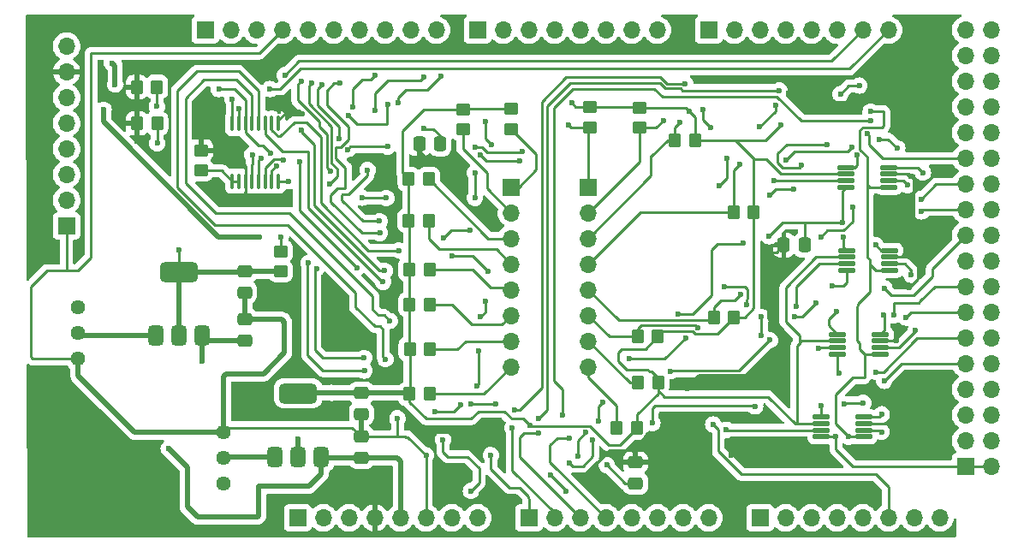
<source format=gbr>
%TF.GenerationSoftware,KiCad,Pcbnew,8.0.8*%
%TF.CreationDate,2025-07-24T20:19:30+03:00*%
%TF.ProjectId,memristor_shield,6d656d72-6973-4746-9f72-5f736869656c,rev?*%
%TF.SameCoordinates,Original*%
%TF.FileFunction,Copper,L1,Top*%
%TF.FilePolarity,Positive*%
%FSLAX46Y46*%
G04 Gerber Fmt 4.6, Leading zero omitted, Abs format (unit mm)*
G04 Created by KiCad (PCBNEW 8.0.8) date 2025-07-24 20:19:30*
%MOMM*%
%LPD*%
G01*
G04 APERTURE LIST*
G04 Aperture macros list*
%AMRoundRect*
0 Rectangle with rounded corners*
0 $1 Rounding radius*
0 $2 $3 $4 $5 $6 $7 $8 $9 X,Y pos of 4 corners*
0 Add a 4 corners polygon primitive as box body*
4,1,4,$2,$3,$4,$5,$6,$7,$8,$9,$2,$3,0*
0 Add four circle primitives for the rounded corners*
1,1,$1+$1,$2,$3*
1,1,$1+$1,$4,$5*
1,1,$1+$1,$6,$7*
1,1,$1+$1,$8,$9*
0 Add four rect primitives between the rounded corners*
20,1,$1+$1,$2,$3,$4,$5,0*
20,1,$1+$1,$4,$5,$6,$7,0*
20,1,$1+$1,$6,$7,$8,$9,0*
20,1,$1+$1,$8,$9,$2,$3,0*%
G04 Aperture macros list end*
%TA.AperFunction,ComponentPad*%
%ADD10R,1.700000X1.700000*%
%TD*%
%TA.AperFunction,ComponentPad*%
%ADD11O,1.700000X1.700000*%
%TD*%
%TA.AperFunction,SMDPad,CuDef*%
%ADD12RoundRect,0.250000X-0.475000X0.337500X-0.475000X-0.337500X0.475000X-0.337500X0.475000X0.337500X0*%
%TD*%
%TA.AperFunction,SMDPad,CuDef*%
%ADD13RoundRect,0.250000X0.350000X0.450000X-0.350000X0.450000X-0.350000X-0.450000X0.350000X-0.450000X0*%
%TD*%
%TA.AperFunction,SMDPad,CuDef*%
%ADD14RoundRect,0.250000X0.450000X-0.350000X0.450000X0.350000X-0.450000X0.350000X-0.450000X-0.350000X0*%
%TD*%
%TA.AperFunction,SMDPad,CuDef*%
%ADD15RoundRect,0.250000X-0.350000X-0.450000X0.350000X-0.450000X0.350000X0.450000X-0.350000X0.450000X0*%
%TD*%
%TA.AperFunction,SMDPad,CuDef*%
%ADD16RoundRect,0.125000X-0.687500X-0.125000X0.687500X-0.125000X0.687500X0.125000X-0.687500X0.125000X0*%
%TD*%
%TA.AperFunction,ComponentPad*%
%ADD17C,1.440000*%
%TD*%
%TA.AperFunction,SMDPad,CuDef*%
%ADD18RoundRect,0.250000X-0.337500X-0.475000X0.337500X-0.475000X0.337500X0.475000X-0.337500X0.475000X0*%
%TD*%
%TA.AperFunction,SMDPad,CuDef*%
%ADD19RoundRect,0.375000X0.375000X-0.625000X0.375000X0.625000X-0.375000X0.625000X-0.375000X-0.625000X0*%
%TD*%
%TA.AperFunction,SMDPad,CuDef*%
%ADD20RoundRect,0.500000X1.400000X-0.500000X1.400000X0.500000X-1.400000X0.500000X-1.400000X-0.500000X0*%
%TD*%
%TA.AperFunction,SMDPad,CuDef*%
%ADD21RoundRect,0.250000X0.475000X-0.337500X0.475000X0.337500X-0.475000X0.337500X-0.475000X-0.337500X0*%
%TD*%
%TA.AperFunction,SMDPad,CuDef*%
%ADD22RoundRect,0.250000X-0.450000X0.350000X-0.450000X-0.350000X0.450000X-0.350000X0.450000X0.350000X0*%
%TD*%
%TA.AperFunction,SMDPad,CuDef*%
%ADD23RoundRect,0.100000X0.100000X-0.637500X0.100000X0.637500X-0.100000X0.637500X-0.100000X-0.637500X0*%
%TD*%
%TA.AperFunction,ViaPad*%
%ADD24C,0.600000*%
%TD*%
%TA.AperFunction,Conductor*%
%ADD25C,0.500000*%
%TD*%
%TA.AperFunction,Conductor*%
%ADD26C,0.250000*%
%TD*%
G04 APERTURE END LIST*
D10*
%TO.P,J7,1,Pin_1*%
%TO.N,GND*%
X193980000Y-92380000D03*
D11*
%TO.P,J7,2,Pin_2*%
X196520000Y-92380000D03*
%TO.P,J7,3,Pin_3*%
%TO.N,/\u002A52*%
X193980000Y-89840000D03*
%TO.P,J7,4,Pin_4*%
%TO.N,/53*%
X196520000Y-89840000D03*
%TO.P,J7,5,Pin_5*%
%TO.N,/50*%
X193980000Y-87300000D03*
%TO.P,J7,6,Pin_6*%
%TO.N,/51*%
X196520000Y-87300000D03*
%TO.P,J7,7,Pin_7*%
%TO.N,/48*%
X193980000Y-84760000D03*
%TO.P,J7,8,Pin_8*%
%TO.N,/49*%
X196520000Y-84760000D03*
%TO.P,J7,9,Pin_9*%
%TO.N,/\u002A46*%
X193980000Y-82220000D03*
%TO.P,J7,10,Pin_10*%
%TO.N,/47*%
X196520000Y-82220000D03*
%TO.P,J7,11,Pin_11*%
%TO.N,/\u002A44*%
X193980000Y-79680000D03*
%TO.P,J7,12,Pin_12*%
%TO.N,/\u002A45*%
X196520000Y-79680000D03*
%TO.P,J7,13,Pin_13*%
%TO.N,/42*%
X193980000Y-77140000D03*
%TO.P,J7,14,Pin_14*%
%TO.N,/43*%
X196520000Y-77140000D03*
%TO.P,J7,15,Pin_15*%
%TO.N,/40*%
X193980000Y-74600000D03*
%TO.P,J7,16,Pin_16*%
%TO.N,/41*%
X196520000Y-74600000D03*
%TO.P,J7,17,Pin_17*%
%TO.N,/38*%
X193980000Y-72060000D03*
%TO.P,J7,18,Pin_18*%
%TO.N,/39*%
X196520000Y-72060000D03*
%TO.P,J7,19,Pin_19*%
%TO.N,/36*%
X193980000Y-69520000D03*
%TO.P,J7,20,Pin_20*%
%TO.N,/37*%
X196520000Y-69520000D03*
%TO.P,J7,21,Pin_21*%
%TO.N,/34*%
X193980000Y-66980000D03*
%TO.P,J7,22,Pin_22*%
%TO.N,/35*%
X196520000Y-66980000D03*
%TO.P,J7,23,Pin_23*%
%TO.N,/32*%
X193980000Y-64440000D03*
%TO.P,J7,24,Pin_24*%
%TO.N,/33*%
X196520000Y-64440000D03*
%TO.P,J7,25,Pin_25*%
%TO.N,/30*%
X193980000Y-61900000D03*
%TO.P,J7,26,Pin_26*%
%TO.N,/31*%
X196520000Y-61900000D03*
%TO.P,J7,27,Pin_27*%
%TO.N,/28*%
X193980000Y-59360000D03*
%TO.P,J7,28,Pin_28*%
%TO.N,/29*%
X196520000Y-59360000D03*
%TO.P,J7,29,Pin_29*%
%TO.N,/26*%
X193980000Y-56820000D03*
%TO.P,J7,30,Pin_30*%
%TO.N,/27*%
X196520000Y-56820000D03*
%TO.P,J7,31,Pin_31*%
%TO.N,/24*%
X193980000Y-54280000D03*
%TO.P,J7,32,Pin_32*%
%TO.N,/25*%
X196520000Y-54280000D03*
%TO.P,J7,33,Pin_33*%
%TO.N,/22*%
X193980000Y-51740000D03*
%TO.P,J7,34,Pin_34*%
%TO.N,/23*%
X196520000Y-51740000D03*
%TO.P,J7,35,Pin_35*%
%TO.N,+5V*%
X193980000Y-49200000D03*
%TO.P,J7,36,Pin_36*%
X196520000Y-49200000D03*
%TD*%
D10*
%TO.P,J1,1,Pin_1*%
%TO.N,unconnected-(J1-Pin_1-Pad1)*%
X127940000Y-97460000D03*
D11*
%TO.P,J1,2,Pin_2*%
%TO.N,/IOREF*%
X130480000Y-97460000D03*
%TO.P,J1,3,Pin_3*%
%TO.N,/~{RESET}*%
X133020000Y-97460000D03*
%TO.P,J1,4,Pin_4*%
%TO.N,+3V3*%
X135560000Y-97460000D03*
%TO.P,J1,5,Pin_5*%
%TO.N,+5V*%
X138100000Y-97460000D03*
%TO.P,J1,6,Pin_6*%
%TO.N,GND*%
X140640000Y-97460000D03*
%TO.P,J1,7,Pin_7*%
X143180000Y-97460000D03*
%TO.P,J1,8,Pin_8*%
%TO.N,VCC*%
X145720000Y-97460000D03*
%TD*%
D10*
%TO.P,J3,1,Pin_1*%
%TO.N,U8_a0*%
X150800000Y-97460000D03*
D11*
%TO.P,J3,2,Pin_2*%
%TO.N,U1_a1*%
X153340000Y-97460000D03*
%TO.P,J3,3,Pin_3*%
%TO.N,U2_a2*%
X155880000Y-97460000D03*
%TO.P,J3,4,Pin_4*%
%TO.N,U3_a3*%
X158420000Y-97460000D03*
%TO.P,J3,5,Pin_5*%
%TO.N,/A4*%
X160960000Y-97460000D03*
%TO.P,J3,6,Pin_6*%
%TO.N,/A5*%
X163500000Y-97460000D03*
%TO.P,J3,7,Pin_7*%
%TO.N,/A6*%
X166040000Y-97460000D03*
%TO.P,J3,8,Pin_8*%
%TO.N,/A7*%
X168580000Y-97460000D03*
%TD*%
D10*
%TO.P,J5,1,Pin_1*%
%TO.N,U7_a8*%
X173660000Y-97460000D03*
D11*
%TO.P,J5,2,Pin_2*%
%TO.N,U6_a9*%
X176200000Y-97460000D03*
%TO.P,J5,3,Pin_3*%
%TO.N,U3_a14*%
X178740000Y-97460000D03*
%TO.P,J5,4,Pin_4*%
%TO.N,U4_a15*%
X181280000Y-97460000D03*
%TO.P,J5,5,Pin_5*%
%TO.N,/A12*%
X183820000Y-97460000D03*
%TO.P,J5,6,Pin_6*%
%TO.N,Due_DAC*%
X186360000Y-97460000D03*
%TO.P,J5,7,Pin_7*%
%TO.N,/A14*%
X188900000Y-97460000D03*
%TO.P,J5,8,Pin_8*%
%TO.N,/A15*%
X191440000Y-97460000D03*
%TD*%
D10*
%TO.P,J2,1,Pin_1*%
%TO.N,/SCL{slash}21_2*%
X118796000Y-49200000D03*
D11*
%TO.P,J2,2,Pin_2*%
%TO.N,/SDA{slash}20_2*%
X121336000Y-49200000D03*
%TO.P,J2,3,Pin_3*%
%TO.N,/AREF*%
X123876000Y-49200000D03*
%TO.P,J2,4,Pin_4*%
%TO.N,GND*%
X126416000Y-49200000D03*
%TO.P,J2,5,Pin_5*%
%TO.N,/\u002A13*%
X128956000Y-49200000D03*
%TO.P,J2,6,Pin_6*%
%TO.N,/\u002A12*%
X131496000Y-49200000D03*
%TO.P,J2,7,Pin_7*%
%TO.N,/\u002A11*%
X134036000Y-49200000D03*
%TO.P,J2,8,Pin_8*%
%TO.N,/\u002A10*%
X136576000Y-49200000D03*
%TO.P,J2,9,Pin_9*%
%TO.N,/\u002A9*%
X139116000Y-49200000D03*
%TO.P,J2,10,Pin_10*%
%TO.N,/\u002A8*%
X141656000Y-49200000D03*
%TD*%
D10*
%TO.P,J4,1,Pin_1*%
%TO.N,/\u002A7*%
X145720000Y-49200000D03*
D11*
%TO.P,J4,2,Pin_2*%
%TO.N,/\u002A6*%
X148260000Y-49200000D03*
%TO.P,J4,3,Pin_3*%
%TO.N,/\u002A5*%
X150800000Y-49200000D03*
%TO.P,J4,4,Pin_4*%
%TO.N,/\u002A4*%
X153340000Y-49200000D03*
%TO.P,J4,5,Pin_5*%
%TO.N,/\u002A3*%
X155880000Y-49200000D03*
%TO.P,J4,6,Pin_6*%
%TO.N,/\u002A2*%
X158420000Y-49200000D03*
%TO.P,J4,7,Pin_7*%
%TO.N,/TX0{slash}1*%
X160960000Y-49200000D03*
%TO.P,J4,8,Pin_8*%
%TO.N,/RX0{slash}0*%
X163500000Y-49200000D03*
%TD*%
D10*
%TO.P,J6,1,Pin_1*%
%TO.N,/TX3{slash}14*%
X168580000Y-49200000D03*
D11*
%TO.P,J6,2,Pin_2*%
%TO.N,/RX3{slash}15*%
X171120000Y-49200000D03*
%TO.P,J6,3,Pin_3*%
%TO.N,/TX2{slash}16*%
X173660000Y-49200000D03*
%TO.P,J6,4,Pin_4*%
%TO.N,/RX2{slash}17*%
X176200000Y-49200000D03*
%TO.P,J6,5,Pin_5*%
%TO.N,/TX1{slash}18*%
X178740000Y-49200000D03*
%TO.P,J6,6,Pin_6*%
%TO.N,/RX1{slash}19*%
X181280000Y-49200000D03*
%TO.P,J6,7,Pin_7*%
%TO.N,SDA_DAC*%
X183820000Y-49200000D03*
%TO.P,J6,8,Pin_8*%
%TO.N,SCL_DAC*%
X186360000Y-49200000D03*
%TD*%
D12*
%TO.P,C13,1*%
%TO.N,+3V3*%
X161340000Y-91992500D03*
%TO.P,C13,2*%
%TO.N,GND*%
X161340000Y-94067500D03*
%TD*%
D10*
%TO.P,J8,1,Pin_1*%
%TO.N,xbar_in_1*%
X149060000Y-64740000D03*
D11*
%TO.P,J8,2,Pin_2*%
%TO.N,xbar_in_2*%
X149060000Y-67280000D03*
%TO.P,J8,3,Pin_3*%
%TO.N,xbar_in_3*%
X149060000Y-69820000D03*
%TO.P,J8,4,Pin_4*%
%TO.N,xbar_in_4*%
X149060000Y-72360000D03*
%TO.P,J8,5,Pin_5*%
%TO.N,xbar_in_5*%
X149060000Y-74900000D03*
%TO.P,J8,6,Pin_6*%
%TO.N,xbar_in_6*%
X149060000Y-77440000D03*
%TO.P,J8,7,Pin_7*%
%TO.N,xbar_in_7*%
X149060000Y-79980000D03*
%TO.P,J8,8,Pin_8*%
%TO.N,xbar_in_8*%
X149060000Y-82520000D03*
%TD*%
D13*
%TO.P,R5,1*%
%TO.N,xbar_in_5*%
X141000000Y-72910000D03*
%TO.P,R5,2*%
%TO.N,Vref_an*%
X139000000Y-72910000D03*
%TD*%
D14*
%TO.P,R19,1*%
%TO.N,Net-(U9-A0)*%
X118390000Y-63100000D03*
%TO.P,R19,2*%
%TO.N,+3V3*%
X118390000Y-61100000D03*
%TD*%
D13*
%TO.P,R17,1*%
%TO.N,SDA_DAC*%
X114040000Y-58440000D03*
%TO.P,R17,2*%
%TO.N,+3V3*%
X112040000Y-58440000D03*
%TD*%
%TO.P,R6,1*%
%TO.N,xbar_in_6*%
X140990000Y-76350000D03*
%TO.P,R6,2*%
%TO.N,Vref_an*%
X138990000Y-76350000D03*
%TD*%
D15*
%TO.P,R15,1*%
%TO.N,xbar_out_7*%
X161570000Y-84080000D03*
%TO.P,R15,2*%
%TO.N,Vref_an*%
X163570000Y-84080000D03*
%TD*%
D16*
%TO.P,U5,1,Rg*%
%TO.N,Net-(R25-Pad2)*%
X182247500Y-71025000D03*
%TO.P,U5,2,-*%
%TO.N,Vref_an*%
X182247500Y-71675000D03*
%TO.P,U5,3,+*%
%TO.N,xbar_out_5*%
X182247500Y-72325000D03*
%TO.P,U5,4,V-*%
%TO.N,GND*%
X182247500Y-72975000D03*
%TO.P,U5,5,Ref*%
%TO.N,Vref_ina*%
X186472500Y-72975000D03*
%TO.P,U5,6*%
%TO.N,U3_a14*%
X186472500Y-72325000D03*
%TO.P,U5,7,V+*%
%TO.N,+3V3*%
X186472500Y-71675000D03*
%TO.P,U5,8,Rg*%
%TO.N,Net-(R25-Pad1)*%
X186472500Y-71025000D03*
%TD*%
D12*
%TO.P,C2,1*%
%TO.N,Vref_an*%
X134240000Y-85102500D03*
%TO.P,C2,2*%
%TO.N,GND*%
X134240000Y-87177500D03*
%TD*%
D14*
%TO.P,R2,1*%
%TO.N,xbar_in_2*%
X144280000Y-59060000D03*
%TO.P,R2,2*%
%TO.N,Vref_an*%
X144280000Y-57060000D03*
%TD*%
D17*
%TO.P,RV2,1,1*%
%TO.N,unconnected-(RV2-Pad1)*%
X106240000Y-76670000D03*
%TO.P,RV2,2,2*%
%TO.N,Net-(U15-SET)*%
X106240000Y-79210000D03*
%TO.P,RV2,3,3*%
%TO.N,GND*%
X106240000Y-81750000D03*
%TD*%
D15*
%TO.P,R11,1*%
%TO.N,xbar_out_3*%
X165230000Y-60100000D03*
%TO.P,R11,2*%
%TO.N,Vref_an*%
X167230000Y-60100000D03*
%TD*%
D18*
%TO.P,C10,1*%
%TO.N,+3V3*%
X139962500Y-60460000D03*
%TO.P,C10,2*%
%TO.N,GND*%
X142037500Y-60460000D03*
%TD*%
D19*
%TO.P,U15,1,SET*%
%TO.N,Net-(U15-SET)*%
X113890000Y-79430000D03*
%TO.P,U15,2,OUT*%
%TO.N,Vin_dac*%
X116190000Y-79430000D03*
%TO.P,U15,3,IN*%
%TO.N,+5V*%
X118490000Y-79430000D03*
D20*
%TO.P,U15,4,OUT*%
%TO.N,Vin_dac*%
X116190000Y-73130000D03*
%TD*%
D14*
%TO.P,R9,1*%
%TO.N,xbar_out_1*%
X156800000Y-58810000D03*
%TO.P,R9,2*%
%TO.N,Vref_an*%
X156800000Y-56810000D03*
%TD*%
D21*
%TO.P,C3,1*%
%TO.N,+5V*%
X122710000Y-79917500D03*
%TO.P,C3,2*%
%TO.N,GND*%
X122710000Y-77842500D03*
%TD*%
D14*
%TO.P,R10,1*%
%TO.N,xbar_out_2*%
X161730000Y-58880000D03*
%TO.P,R10,2*%
%TO.N,Vref_an*%
X161730000Y-56880000D03*
%TD*%
D13*
%TO.P,R3,1*%
%TO.N,xbar_in_3*%
X140930000Y-63950000D03*
%TO.P,R3,2*%
%TO.N,Vref_an*%
X138930000Y-63950000D03*
%TD*%
D15*
%TO.P,R13,1*%
%TO.N,xbar_out_5*%
X169080000Y-77620000D03*
%TO.P,R13,2*%
%TO.N,Vref_an*%
X171080000Y-77620000D03*
%TD*%
D13*
%TO.P,R4,1*%
%TO.N,xbar_in_4*%
X140920000Y-68040000D03*
%TO.P,R4,2*%
%TO.N,Vref_an*%
X138920000Y-68040000D03*
%TD*%
D12*
%TO.P,C4,1*%
%TO.N,Vin_dac*%
X122680000Y-73075000D03*
%TO.P,C4,2*%
%TO.N,GND*%
X122680000Y-75150000D03*
%TD*%
D13*
%TO.P,R18,1*%
%TO.N,SCL_DAC*%
X114030000Y-54840000D03*
%TO.P,R18,2*%
%TO.N,+3V3*%
X112030000Y-54840000D03*
%TD*%
D15*
%TO.P,R14,1*%
%TO.N,xbar_out_6*%
X161550000Y-79530000D03*
%TO.P,R14,2*%
%TO.N,Vref_an*%
X163550000Y-79530000D03*
%TD*%
D13*
%TO.P,R8,1*%
%TO.N,xbar_in_8*%
X141000000Y-85200000D03*
%TO.P,R8,2*%
%TO.N,Vref_an*%
X139000000Y-85200000D03*
%TD*%
%TO.P,R7,1*%
%TO.N,xbar_in_7*%
X141020000Y-80770000D03*
%TO.P,R7,2*%
%TO.N,Vref_an*%
X139020000Y-80770000D03*
%TD*%
D10*
%TO.P,J10,1,Pin_1*%
%TO.N,GND*%
X105080000Y-68580000D03*
D11*
%TO.P,J10,2,Pin_2*%
X105080000Y-66040000D03*
%TO.P,J10,3,Pin_3*%
X105080000Y-63500000D03*
%TO.P,J10,4,Pin_4*%
X105080000Y-60960000D03*
%TO.P,J10,5,Pin_5*%
%TO.N,Vin_dac*%
X105080000Y-58420000D03*
%TO.P,J10,6,Pin_6*%
%TO.N,Vref_an*%
X105080000Y-55880000D03*
%TO.P,J10,7,Pin_7*%
%TO.N,+3V3*%
X105080000Y-53340000D03*
%TO.P,J10,8,Pin_8*%
%TO.N,+5V*%
X105080000Y-50800000D03*
%TD*%
D14*
%TO.P,R1,1*%
%TO.N,xbar_in_1*%
X149070000Y-59020000D03*
%TO.P,R1,2*%
%TO.N,Vref_an*%
X149070000Y-57020000D03*
%TD*%
D10*
%TO.P,J9,1,Pin_1*%
%TO.N,xbar_out_1*%
X156680000Y-64740000D03*
D11*
%TO.P,J9,2,Pin_2*%
%TO.N,xbar_out_2*%
X156680000Y-67280000D03*
%TO.P,J9,3,Pin_3*%
%TO.N,xbar_out_3*%
X156680000Y-69820000D03*
%TO.P,J9,4,Pin_4*%
%TO.N,xbar_out_4*%
X156680000Y-72360000D03*
%TO.P,J9,5,Pin_5*%
%TO.N,xbar_out_5*%
X156680000Y-74900000D03*
%TO.P,J9,6,Pin_6*%
%TO.N,xbar_out_6*%
X156680000Y-77440000D03*
%TO.P,J9,7,Pin_7*%
%TO.N,xbar_out_7*%
X156680000Y-79980000D03*
%TO.P,J9,8,Pin_8*%
%TO.N,xbar_out_8*%
X156680000Y-82520000D03*
%TD*%
D15*
%TO.P,R16,1*%
%TO.N,xbar_out_8*%
X159500000Y-88580000D03*
%TO.P,R16,2*%
%TO.N,Vref_an*%
X161500000Y-88580000D03*
%TD*%
D16*
%TO.P,U6,1,Rg*%
%TO.N,Net-(R26-Pad2)*%
X181337500Y-79325000D03*
%TO.P,U6,2,-*%
%TO.N,Vref_an*%
X181337500Y-79975000D03*
%TO.P,U6,3,+*%
%TO.N,xbar_out_6*%
X181337500Y-80625000D03*
%TO.P,U6,4,V-*%
%TO.N,GND*%
X181337500Y-81275000D03*
%TO.P,U6,5,Ref*%
%TO.N,Vref_ina*%
X185562500Y-81275000D03*
%TO.P,U6,6*%
%TO.N,U6_a9*%
X185562500Y-80625000D03*
%TO.P,U6,7,V+*%
%TO.N,+3V3*%
X185562500Y-79975000D03*
%TO.P,U6,8,Rg*%
%TO.N,Net-(R26-Pad1)*%
X185562500Y-79325000D03*
%TD*%
%TO.P,U7,1,Rg*%
%TO.N,Net-(R27-Pad2)*%
X179687500Y-87485000D03*
%TO.P,U7,2,-*%
%TO.N,Vref_an*%
X179687500Y-88135000D03*
%TO.P,U7,3,+*%
%TO.N,xbar_out_7*%
X179687500Y-88785000D03*
%TO.P,U7,4,V-*%
%TO.N,GND*%
X179687500Y-89435000D03*
%TO.P,U7,5,Ref*%
%TO.N,Vref_ina*%
X183912500Y-89435000D03*
%TO.P,U7,6*%
%TO.N,U7_a8*%
X183912500Y-88785000D03*
%TO.P,U7,7,V+*%
%TO.N,+3V3*%
X183912500Y-88135000D03*
%TO.P,U7,8,Rg*%
%TO.N,Net-(R27-Pad1)*%
X183912500Y-87485000D03*
%TD*%
D18*
%TO.P,C12,1*%
%TO.N,+3V3*%
X176012500Y-70480000D03*
%TO.P,C12,2*%
%TO.N,GND*%
X178087500Y-70480000D03*
%TD*%
D15*
%TO.P,R12,1*%
%TO.N,xbar_out_4*%
X171030000Y-67220000D03*
%TO.P,R12,2*%
%TO.N,Vref_an*%
X173030000Y-67220000D03*
%TD*%
D22*
%TO.P,R20,1*%
%TO.N,Net-(U9-V_{REF})*%
X126260000Y-71090000D03*
%TO.P,R20,2*%
%TO.N,Vin_dac*%
X126260000Y-73090000D03*
%TD*%
D17*
%TO.P,RV1,1,1*%
%TO.N,unconnected-(RV1-Pad1)*%
X120570000Y-94050000D03*
%TO.P,RV1,2,2*%
%TO.N,Net-(U14-SET)*%
X120570000Y-91510000D03*
%TO.P,RV1,3,3*%
%TO.N,GND*%
X120570000Y-88970000D03*
%TD*%
D21*
%TO.P,C1,1*%
%TO.N,+5V*%
X134240000Y-91527500D03*
%TO.P,C1,2*%
%TO.N,GND*%
X134240000Y-89452500D03*
%TD*%
D19*
%TO.P,U14,1,SET*%
%TO.N,Net-(U14-SET)*%
X125680000Y-91440000D03*
%TO.P,U14,2,OUT*%
%TO.N,Vref_an*%
X127980000Y-91440000D03*
%TO.P,U14,3,IN*%
%TO.N,+5V*%
X130280000Y-91440000D03*
D20*
%TO.P,U14,4,OUT*%
%TO.N,Vref_an*%
X127980000Y-85140000D03*
%TD*%
D16*
%TO.P,U4,1,Rg*%
%TO.N,Net-(R24-Pad2)*%
X182177500Y-62815000D03*
%TO.P,U4,2,-*%
%TO.N,Vref_an*%
X182177500Y-63465000D03*
%TO.P,U4,3,+*%
%TO.N,xbar_out_4*%
X182177500Y-64115000D03*
%TO.P,U4,4,V-*%
%TO.N,GND*%
X182177500Y-64765000D03*
%TO.P,U4,5,Ref*%
%TO.N,Vref_ina*%
X186402500Y-64765000D03*
%TO.P,U4,6*%
%TO.N,U4_a15*%
X186402500Y-64115000D03*
%TO.P,U4,7,V+*%
%TO.N,+3V3*%
X186402500Y-63465000D03*
%TO.P,U4,8,Rg*%
%TO.N,Net-(R24-Pad1)*%
X186402500Y-62815000D03*
%TD*%
D23*
%TO.P,U9,1,~{RESET}*%
%TO.N,Net-(U9-A0)*%
X121485000Y-64165000D03*
%TO.P,U9,2,A0*%
X122135000Y-64165000D03*
%TO.P,U9,3,V_{DD}*%
%TO.N,+3V3*%
X122785000Y-64165000D03*
%TO.P,U9,4,IO0*%
%TO.N,dac_in_1*%
X123435000Y-64165000D03*
%TO.P,U9,5,IO1*%
%TO.N,dac_in_2*%
X124085000Y-64165000D03*
%TO.P,U9,6,IO2*%
%TO.N,dac_in_3*%
X124735000Y-64165000D03*
%TO.P,U9,7,IO3*%
%TO.N,dac_in_4*%
X125385000Y-64165000D03*
%TO.P,U9,8,V_{REF}*%
%TO.N,Net-(U9-V_{REF})*%
X126035000Y-64165000D03*
%TO.P,U9,9,V_{LOGIC}*%
%TO.N,+3V3*%
X126035000Y-58440000D03*
%TO.P,U9,10,IO4*%
%TO.N,dac_in_5*%
X125385000Y-58440000D03*
%TO.P,U9,11,IO5*%
%TO.N,dac_in_6*%
X124735000Y-58440000D03*
%TO.P,U9,12,IO6*%
%TO.N,dac_in_7*%
X124085000Y-58440000D03*
%TO.P,U9,13,IO7*%
%TO.N,dac_in_8*%
X123435000Y-58440000D03*
%TO.P,U9,14,GND*%
%TO.N,GND*%
X122785000Y-58440000D03*
%TO.P,U9,15,SDA*%
%TO.N,SDA_DAC*%
X122135000Y-58440000D03*
%TO.P,U9,16,SCL*%
%TO.N,SCL_DAC*%
X121485000Y-58440000D03*
%TD*%
D24*
%TO.N,GND*%
X158500000Y-92230000D03*
X146030000Y-61600000D03*
X132930000Y-57690000D03*
X140640000Y-91290000D03*
X166310000Y-79680000D03*
X145680000Y-84430000D03*
X142310000Y-89720000D03*
X120140000Y-55040000D03*
X158070000Y-86040000D03*
X125230000Y-61390000D03*
X154810000Y-92000000D03*
X147540000Y-86200000D03*
X160770000Y-81750000D03*
X181150000Y-89450000D03*
X174570000Y-69610000D03*
X181450000Y-83160000D03*
X145820000Y-80970000D03*
X136890000Y-56580000D03*
X181610000Y-55540000D03*
X140400000Y-58970000D03*
X157100000Y-89730000D03*
X126490000Y-77960000D03*
X177770000Y-62600000D03*
X174590000Y-65530000D03*
X157660000Y-87870000D03*
X137800000Y-87610000D03*
X180790000Y-74480000D03*
X145060000Y-94820000D03*
X152940000Y-93220000D03*
X177030000Y-64920000D03*
X149930000Y-62140000D03*
X181840000Y-68260000D03*
X154500000Y-94820000D03*
X180250000Y-60520000D03*
X183490000Y-54710000D03*
X145080000Y-86180000D03*
%TO.N,/\u002A46*%
X185940000Y-83910000D03*
%TO.N,/\u002A44*%
X163020000Y-88080000D03*
X173190000Y-86440000D03*
X185130000Y-83030000D03*
%TO.N,/42*%
X188090000Y-77640000D03*
%TO.N,/40*%
X164830000Y-82950000D03*
X186900000Y-77430000D03*
X174630000Y-79890000D03*
%TO.N,/36*%
X179150000Y-76220000D03*
X177050000Y-77570000D03*
X172300000Y-76410000D03*
X170130000Y-74610000D03*
X185965000Y-74765000D03*
%TO.N,/34*%
X189610000Y-67150000D03*
X182830000Y-66710000D03*
X179670000Y-69670000D03*
%TO.N,/32*%
X189570000Y-65950000D03*
%TO.N,/30*%
X169600000Y-64590000D03*
X176220000Y-62050000D03*
X182740000Y-60820000D03*
X184230000Y-59470000D03*
X170350000Y-61890000D03*
%TO.N,+5V*%
X109890000Y-54590000D03*
X118450000Y-81930000D03*
X109580000Y-52460000D03*
X115190000Y-90610000D03*
%TO.N,/\u002A12*%
X144020000Y-86260000D03*
X128280000Y-54250000D03*
X129000000Y-72260000D03*
X141530000Y-86940000D03*
X131210000Y-63190000D03*
X134540000Y-82900000D03*
%TO.N,/\u002A11*%
X129820000Y-72780000D03*
X129340000Y-54470000D03*
X134510000Y-81640000D03*
X131120000Y-64400000D03*
%TO.N,/\u002A10*%
X128120000Y-62230000D03*
X132070000Y-59910000D03*
X133810000Y-72720000D03*
X130370000Y-54580000D03*
%TO.N,/\u002A9*%
X128270000Y-59100000D03*
X136540000Y-73030000D03*
%TO.N,/\u002A8*%
X144990000Y-69020000D03*
X136060000Y-69280000D03*
X132100000Y-54480000D03*
X142320000Y-69810000D03*
%TO.N,/\u002A7*%
X133410000Y-56780000D03*
X135580000Y-53700000D03*
X136030000Y-68110000D03*
X134860000Y-63050000D03*
%TO.N,/\u002A6*%
X140410000Y-53830000D03*
X135610000Y-57130000D03*
%TO.N,/\u002A5*%
X137890000Y-56370000D03*
X142120000Y-53800000D03*
%TO.N,+3V3*%
X112020000Y-60230000D03*
X127000000Y-57160000D03*
X136080000Y-62000000D03*
X157480000Y-94610000D03*
X191010000Y-57790000D03*
X141040000Y-62200000D03*
X128430000Y-57530000D03*
X147730000Y-88980000D03*
X140230000Y-89610000D03*
X141640000Y-94730000D03*
X176480000Y-55480000D03*
X188400000Y-56280000D03*
X134960000Y-79230000D03*
X188570000Y-63710000D03*
X166530000Y-87780000D03*
X188410000Y-74710000D03*
X174590000Y-71230000D03*
X176250000Y-85830000D03*
X166530000Y-84690000D03*
X144730000Y-93020000D03*
X168650000Y-91290000D03*
X122780000Y-66490000D03*
X133330000Y-62010000D03*
X132700000Y-79230000D03*
X111980000Y-53080000D03*
X187670000Y-84620000D03*
X170820000Y-91280000D03*
X187160000Y-79970000D03*
X186960000Y-68260000D03*
X117910000Y-58360000D03*
X175780000Y-89900000D03*
%TO.N,Net-(R22-Pad1)*%
X175190000Y-56640000D03*
X173640000Y-58760000D03*
%TO.N,Net-(R22-Pad2)*%
X168790000Y-58870000D03*
X167990000Y-57110000D03*
%TO.N,xbar_out_2*%
X164080000Y-58170000D03*
%TO.N,xbar_out_6*%
X179420000Y-80670000D03*
X167500000Y-78640000D03*
%TO.N,xbar_out_1*%
X154710000Y-58580000D03*
%TO.N,xbar_out_3*%
X165770000Y-58350000D03*
%TO.N,xbar_out_5*%
X171710000Y-75360000D03*
X177210000Y-76570000D03*
%TO.N,xbar_out_8*%
X155620000Y-91330000D03*
X156420000Y-89000000D03*
%TO.N,xbar_out_7*%
X170330000Y-88750000D03*
%TO.N,xbar_out_4*%
X171630000Y-62520000D03*
X175080000Y-64100000D03*
X173800000Y-79420000D03*
X173800000Y-77600000D03*
%TO.N,Vref_an*%
X150895000Y-88355000D03*
X108750000Y-57110000D03*
X127980000Y-89630000D03*
X131310000Y-85102500D03*
X166640000Y-57210000D03*
X124170000Y-69670000D03*
X155020000Y-56400000D03*
X175750000Y-58570000D03*
%TO.N,Due_DAC*%
X169030000Y-88220000D03*
X172000000Y-70320000D03*
X165600000Y-77280000D03*
%TO.N,Vin_dac*%
X116210000Y-70920000D03*
%TO.N,SDA_DAC*%
X122120000Y-56970000D03*
X114060000Y-60410000D03*
X126680000Y-53670000D03*
%TO.N,SCL_DAC*%
X125210000Y-55040000D03*
X121470000Y-56050000D03*
X114010000Y-56770000D03*
%TO.N,Net-(U9-V_{REF})*%
X127065000Y-64165000D03*
X126250000Y-69700000D03*
%TO.N,dac_in_5*%
X137940000Y-71010000D03*
X146730000Y-73100000D03*
X143230000Y-71570000D03*
X145990000Y-77600000D03*
X146490000Y-76060000D03*
%TO.N,dac_in_7*%
X136630000Y-81780000D03*
%TO.N,dac_in_2*%
X145470000Y-65810000D03*
X146550000Y-58260000D03*
X147130000Y-60510000D03*
X124290000Y-61890000D03*
X145470000Y-63320000D03*
%TO.N,dac_in_8*%
X137040000Y-77980000D03*
%TO.N,dac_in_4*%
X125820000Y-62630000D03*
X132840000Y-61050000D03*
X136830000Y-60750000D03*
%TO.N,dac_in_3*%
X136700000Y-65830000D03*
X126490000Y-62050000D03*
X134310000Y-65800000D03*
%TO.N,dac_in_6*%
X136390000Y-74110000D03*
%TO.N,dac_in_1*%
X145490000Y-60790000D03*
X123440000Y-61520000D03*
X150150000Y-61230000D03*
%TO.N,Net-(R24-Pad2)*%
X187240000Y-60910000D03*
X183240000Y-61600000D03*
X185430000Y-60010000D03*
%TO.N,Net-(R24-Pad1)*%
X189780000Y-63310000D03*
%TO.N,Net-(R25-Pad2)*%
X181890000Y-69680000D03*
%TO.N,Net-(R25-Pad1)*%
X185080000Y-70470000D03*
%TO.N,Net-(R26-Pad2)*%
X181190000Y-77020000D03*
%TO.N,Net-(R26-Pad1)*%
X185910000Y-77360000D03*
%TO.N,Net-(R27-Pad1)*%
X185700000Y-87220000D03*
%TO.N,Net-(R27-Pad2)*%
X179680000Y-86350000D03*
X181950000Y-86220000D03*
X183860000Y-86080000D03*
%TO.N,Vref_ina*%
X182435000Y-89435000D03*
X184600000Y-57270000D03*
%TO.N,U8_a0*%
X147040000Y-91260000D03*
%TO.N,U1_a1*%
X166268883Y-54545000D03*
X149430000Y-86790000D03*
X149170000Y-88550000D03*
%TO.N,U2_a2*%
X151750000Y-89080000D03*
X175570000Y-55170000D03*
X151780000Y-87630000D03*
%TO.N,U3_a3*%
X154840000Y-89570000D03*
X154120000Y-87300000D03*
X184610000Y-58200000D03*
%TO.N,U4_a15*%
X188210000Y-64540000D03*
%TO.N,U3_a14*%
X188630000Y-73410000D03*
%TO.N,U7_a8*%
X185680000Y-88950000D03*
%TO.N,U6_a9*%
X189050000Y-78930000D03*
%TD*%
D25*
%TO.N,GND*%
X111800000Y-88970000D02*
X120570000Y-88970000D01*
D26*
X125230000Y-61390000D02*
X124490000Y-60650000D01*
X181337500Y-83047500D02*
X181450000Y-83160000D01*
X136810000Y-56813884D02*
X136810000Y-58550000D01*
X149930000Y-62140000D02*
X146570000Y-62140000D01*
X181135000Y-89435000D02*
X181150000Y-89450000D01*
X166310000Y-79680000D02*
X164240000Y-81750000D01*
D25*
X122710000Y-75180000D02*
X122680000Y-75150000D01*
D26*
X156130000Y-92340000D02*
X155150000Y-92340000D01*
X142310000Y-90960000D02*
X142310000Y-89720000D01*
X121010000Y-88530000D02*
X133317500Y-88530000D01*
X179687500Y-89435000D02*
X181135000Y-89435000D01*
X174570000Y-69610000D02*
X175920000Y-68260000D01*
X154500000Y-94780000D02*
X154500000Y-94820000D01*
D25*
X124560000Y-83220000D02*
X120820000Y-83220000D01*
D26*
X182247500Y-74162500D02*
X181930000Y-74480000D01*
D25*
X126490000Y-77960000D02*
X126640000Y-78110000D01*
D26*
X106190000Y-73000000D02*
X105050000Y-73000000D01*
X142760000Y-91410000D02*
X142310000Y-90960000D01*
X121680000Y-55050000D02*
X120150000Y-55050000D01*
X122785000Y-58440000D02*
X122785000Y-56155000D01*
X140640000Y-97460000D02*
X140640000Y-91290000D01*
X122785000Y-59381312D02*
X122785000Y-58440000D01*
X182247500Y-72975000D02*
X182247500Y-74162500D01*
X182440000Y-54710000D02*
X183490000Y-54710000D01*
D25*
X122710000Y-77842500D02*
X122710000Y-75180000D01*
D26*
X175390000Y-62300000D02*
X175910000Y-62820000D01*
X107510000Y-71680000D02*
X106190000Y-73000000D01*
X181840000Y-65102500D02*
X181840000Y-68260000D01*
X136810000Y-58550000D02*
X133790000Y-58550000D01*
X120570000Y-88970000D02*
X121010000Y-88530000D01*
X138600000Y-89460000D02*
X138592500Y-89452500D01*
X105080000Y-72970000D02*
X105050000Y-73000000D01*
D25*
X126372500Y-77842500D02*
X126490000Y-77960000D01*
D26*
X157100000Y-89730000D02*
X157100000Y-91370000D01*
X158070000Y-86040000D02*
X157660000Y-86450000D01*
X177030000Y-64920000D02*
X175200000Y-64920000D01*
X157100000Y-91370000D02*
X156130000Y-92340000D01*
X178087500Y-68272500D02*
X178100000Y-68260000D01*
X122785000Y-56155000D02*
X121680000Y-55050000D01*
X147520000Y-86180000D02*
X147540000Y-86200000D01*
X101760000Y-81750000D02*
X106240000Y-81750000D01*
X140640000Y-91290000D02*
X138810000Y-89460000D01*
X105050000Y-73000000D02*
X103180000Y-73000000D01*
X181150000Y-90660000D02*
X181150000Y-89450000D01*
D25*
X120820000Y-83220000D02*
X120570000Y-83470000D01*
X126640000Y-81140000D02*
X124560000Y-83220000D01*
D26*
X124490000Y-60650000D02*
X124053688Y-60650000D01*
X136890000Y-56733884D02*
X136810000Y-56813884D01*
X196520000Y-92380000D02*
X193980000Y-92380000D01*
X157660000Y-86450000D02*
X157660000Y-87870000D01*
X193980000Y-92380000D02*
X182870000Y-92380000D01*
X101580000Y-81570000D02*
X101760000Y-81750000D01*
X120150000Y-55050000D02*
X120140000Y-55040000D01*
X126416000Y-49200000D02*
X124116000Y-51500000D01*
X138592500Y-89452500D02*
X137800000Y-89452500D01*
X137800000Y-89452500D02*
X134240000Y-89452500D01*
X136890000Y-56580000D02*
X136890000Y-56733884D01*
X105080000Y-68580000D02*
X105080000Y-72970000D01*
X141370000Y-58980000D02*
X140410000Y-58980000D01*
X142037500Y-60460000D02*
X142037500Y-59647500D01*
X177550000Y-62820000D02*
X177770000Y-62600000D01*
X175390000Y-61400000D02*
X175390000Y-62300000D01*
D25*
X134240000Y-89452500D02*
X134240000Y-87177500D01*
D26*
X181930000Y-74480000D02*
X180790000Y-74480000D01*
X175920000Y-68260000D02*
X178100000Y-68260000D01*
D25*
X120570000Y-83470000D02*
X120570000Y-88970000D01*
D26*
X145880000Y-92590000D02*
X144700000Y-91410000D01*
X124053688Y-60650000D02*
X122785000Y-59381312D01*
X133317500Y-88530000D02*
X134240000Y-89452500D01*
X101580000Y-74600000D02*
X101580000Y-81570000D01*
X176270000Y-60520000D02*
X175390000Y-61400000D01*
X145080000Y-86180000D02*
X147520000Y-86180000D01*
X145060000Y-94820000D02*
X145880000Y-94000000D01*
X140410000Y-58980000D02*
X140400000Y-58970000D01*
X178087500Y-70480000D02*
X178087500Y-68272500D01*
D25*
X106240000Y-83410000D02*
X111800000Y-88970000D01*
D26*
X180250000Y-60520000D02*
X176270000Y-60520000D01*
X137800000Y-87610000D02*
X137800000Y-89452500D01*
D25*
X122710000Y-77842500D02*
X126372500Y-77842500D01*
D26*
X124116000Y-51500000D02*
X107510000Y-51500000D01*
X152940000Y-93220000D02*
X154500000Y-94780000D01*
X142037500Y-59647500D02*
X141370000Y-58980000D01*
X160337500Y-94067500D02*
X158500000Y-92230000D01*
X182870000Y-92380000D02*
X181150000Y-90660000D01*
X145880000Y-94000000D02*
X145880000Y-92590000D01*
X103180000Y-73000000D02*
X101580000Y-74600000D01*
X161340000Y-94067500D02*
X160337500Y-94067500D01*
X145820000Y-84290000D02*
X145680000Y-84430000D01*
X178100000Y-68260000D02*
X181840000Y-68260000D01*
X164240000Y-81750000D02*
X160770000Y-81750000D01*
X107510000Y-51500000D02*
X107510000Y-71680000D01*
X175200000Y-64920000D02*
X174590000Y-65530000D01*
X182177500Y-64765000D02*
X181840000Y-65102500D01*
X133790000Y-58550000D02*
X132930000Y-57690000D01*
X181610000Y-55540000D02*
X182440000Y-54710000D01*
X155150000Y-92340000D02*
X154810000Y-92000000D01*
X181337500Y-81275000D02*
X181337500Y-83047500D01*
X144700000Y-91410000D02*
X142760000Y-91410000D01*
D25*
X106240000Y-81750000D02*
X106240000Y-83410000D01*
D26*
X138810000Y-89460000D02*
X138600000Y-89460000D01*
D25*
X126640000Y-78110000D02*
X126640000Y-81140000D01*
D26*
X146570000Y-62140000D02*
X146030000Y-61600000D01*
X175910000Y-62820000D02*
X177550000Y-62820000D01*
X145820000Y-80970000D02*
X145820000Y-84290000D01*
%TO.N,/\u002A46*%
X187630000Y-82220000D02*
X185940000Y-83910000D01*
X193980000Y-82220000D02*
X187630000Y-82220000D01*
%TO.N,/\u002A44*%
X189030000Y-79850000D02*
X185850000Y-83030000D01*
X173100000Y-86350000D02*
X173190000Y-86440000D01*
X163020000Y-86640000D02*
X163310000Y-86350000D01*
X185850000Y-83030000D02*
X185130000Y-83030000D01*
X163020000Y-88080000D02*
X163020000Y-86640000D01*
X189200000Y-79680000D02*
X189030000Y-79850000D01*
X193980000Y-79680000D02*
X189200000Y-79680000D01*
X163310000Y-86350000D02*
X173100000Y-86350000D01*
%TO.N,/42*%
X193980000Y-77140000D02*
X188590000Y-77140000D01*
X188590000Y-77140000D02*
X188090000Y-77640000D01*
%TO.N,/40*%
X189560000Y-75970000D02*
X189310000Y-76220000D01*
X186900000Y-76220000D02*
X186900000Y-77430000D01*
X193980000Y-74600000D02*
X190930000Y-74600000D01*
X174630000Y-79890000D02*
X171585000Y-82935000D01*
X190930000Y-74600000D02*
X189560000Y-75970000D01*
X189310000Y-76220000D02*
X186900000Y-76220000D01*
X171585000Y-82935000D02*
X164845000Y-82935000D01*
X164845000Y-82935000D02*
X164830000Y-82950000D01*
%TO.N,/36*%
X172440000Y-75770000D02*
X172440000Y-74860000D01*
X179150000Y-76220000D02*
X177800000Y-77570000D01*
X172335000Y-75875000D02*
X172440000Y-75770000D01*
X172335000Y-76375000D02*
X172335000Y-75875000D01*
X190700000Y-72800000D02*
X190700000Y-73580000D01*
X172290000Y-74710000D02*
X172190000Y-74610000D01*
X186670000Y-75470000D02*
X185965000Y-74765000D01*
X193980000Y-69520000D02*
X190700000Y-72800000D01*
X177800000Y-77570000D02*
X177050000Y-77570000D01*
X172190000Y-74610000D02*
X170130000Y-74610000D01*
X172300000Y-76410000D02*
X172335000Y-76375000D01*
X188810000Y-75470000D02*
X186670000Y-75470000D01*
X172440000Y-74860000D02*
X172290000Y-74710000D01*
X190700000Y-73580000D02*
X188810000Y-75470000D01*
%TO.N,/34*%
X189780000Y-66980000D02*
X189610000Y-67150000D01*
X180290000Y-69050000D02*
X179670000Y-69670000D01*
X182830000Y-68153884D02*
X181933884Y-69050000D01*
X193980000Y-66980000D02*
X189780000Y-66980000D01*
X181933884Y-69050000D02*
X180290000Y-69050000D01*
X182830000Y-66710000D02*
X182830000Y-68153884D01*
%TO.N,/32*%
X191080000Y-64440000D02*
X189570000Y-65950000D01*
X193980000Y-64440000D02*
X191080000Y-64440000D01*
%TO.N,/30*%
X182740000Y-60820000D02*
X182360000Y-61200000D01*
X184465000Y-59705000D02*
X184230000Y-59470000D01*
X193980000Y-61900000D02*
X185800000Y-61900000D01*
X170350000Y-63840000D02*
X169600000Y-64590000D01*
X177070000Y-61200000D02*
X176220000Y-62050000D01*
X185800000Y-61900000D02*
X184465000Y-60565000D01*
X170350000Y-61890000D02*
X170350000Y-63840000D01*
X184465000Y-60565000D02*
X184465000Y-59705000D01*
X182360000Y-61200000D02*
X177070000Y-61200000D01*
D25*
%TO.N,+5V*%
X138100000Y-97460000D02*
X138100000Y-91860000D01*
X137467500Y-91527500D02*
X134240000Y-91527500D01*
X109890000Y-52770000D02*
X109580000Y-52460000D01*
X137470000Y-91530000D02*
X137467500Y-91527500D01*
X118450000Y-79470000D02*
X118490000Y-79430000D01*
X137770000Y-91530000D02*
X137470000Y-91530000D01*
X118977500Y-79917500D02*
X118490000Y-79430000D01*
X118050000Y-97400000D02*
X117020000Y-96370000D01*
X132450000Y-91527500D02*
X130367500Y-91527500D01*
X124090000Y-97260000D02*
X123950000Y-97400000D01*
X130280000Y-93130000D02*
X129050000Y-94360000D01*
X118450000Y-81930000D02*
X118450000Y-79470000D01*
X130367500Y-91527500D02*
X130280000Y-91440000D01*
X138100000Y-91860000D02*
X137770000Y-91530000D01*
X123950000Y-97400000D02*
X118050000Y-97400000D01*
X134240000Y-91527500D02*
X132450000Y-91527500D01*
X122710000Y-79917500D02*
X118977500Y-79917500D01*
X117020000Y-92440000D02*
X115190000Y-90610000D01*
X124090000Y-94360000D02*
X124090000Y-97260000D01*
X109890000Y-54590000D02*
X109890000Y-52770000D01*
X130280000Y-91440000D02*
X130280000Y-93130000D01*
X129050000Y-94360000D02*
X124090000Y-94360000D01*
X117020000Y-96370000D02*
X117020000Y-92440000D01*
D26*
%TO.N,/\u002A12*%
X128930000Y-72330000D02*
X129000000Y-72260000D01*
X134540000Y-82900000D02*
X130450000Y-82900000D01*
X127960000Y-54570000D02*
X128280000Y-54250000D01*
X130450000Y-82900000D02*
X128930000Y-81380000D01*
X130080000Y-58800000D02*
X130080000Y-58290000D01*
X143340000Y-86940000D02*
X141530000Y-86940000D01*
X130830000Y-62810000D02*
X130830000Y-59550000D01*
X131210000Y-63190000D02*
X130830000Y-62810000D01*
X128930000Y-81380000D02*
X128930000Y-72330000D01*
X127960000Y-56170000D02*
X127960000Y-54570000D01*
X144020000Y-86260000D02*
X143340000Y-86940000D01*
X130080000Y-58290000D02*
X127960000Y-56170000D01*
X130830000Y-59550000D02*
X130080000Y-58800000D01*
%TO.N,/\u002A11*%
X131280000Y-58750000D02*
X129050000Y-56520000D01*
X129640000Y-72960000D02*
X129820000Y-72780000D01*
X129640000Y-80860000D02*
X129640000Y-73320000D01*
X129050000Y-56520000D02*
X129050000Y-54760000D01*
X131835000Y-63685000D02*
X131835000Y-62931116D01*
X129640000Y-73320000D02*
X129640000Y-72960000D01*
X129050000Y-54760000D02*
X129340000Y-54470000D01*
X131120000Y-64400000D02*
X131835000Y-63685000D01*
X130420000Y-81640000D02*
X129640000Y-80860000D01*
X131835000Y-62931116D02*
X131280000Y-62376116D01*
X131280000Y-62376116D02*
X131280000Y-58750000D01*
X134510000Y-81640000D02*
X130420000Y-81640000D01*
%TO.N,/\u002A10*%
X132070000Y-58790000D02*
X129950000Y-56670000D01*
X128120000Y-67030000D02*
X128120000Y-62230000D01*
X132070000Y-59910000D02*
X132070000Y-58790000D01*
X129950000Y-55000000D02*
X130370000Y-54580000D01*
X133810000Y-72720000D02*
X128120000Y-67030000D01*
X129950000Y-56670000D02*
X129950000Y-55000000D01*
%TO.N,/\u002A9*%
X130610000Y-67590000D02*
X129600000Y-66580000D01*
X129600000Y-66580000D02*
X129600000Y-63670000D01*
X128270000Y-59250000D02*
X128270000Y-59100000D01*
X129590000Y-61510000D02*
X129590000Y-60570000D01*
X129600000Y-61520000D02*
X129590000Y-61510000D01*
X129590000Y-60570000D02*
X128270000Y-59250000D01*
X136050000Y-73030000D02*
X130610000Y-67590000D01*
X129600000Y-63670000D02*
X129600000Y-61520000D01*
X136540000Y-73030000D02*
X136050000Y-73030000D01*
%TO.N,/\u002A8*%
X131550000Y-54480000D02*
X132100000Y-54480000D01*
X131180000Y-65550000D02*
X131870000Y-64860000D01*
X132660000Y-64860000D02*
X132660000Y-62790000D01*
X144990000Y-69020000D02*
X143110000Y-69020000D01*
X134280000Y-69280000D02*
X131180000Y-66180000D01*
X132930000Y-60076116D02*
X132930000Y-58770000D01*
X131730000Y-60840000D02*
X132166116Y-60840000D01*
X132166116Y-60840000D02*
X132930000Y-60076116D01*
X131870000Y-64860000D02*
X132660000Y-64860000D01*
X132930000Y-58770000D02*
X130820000Y-56660000D01*
X131180000Y-66180000D02*
X131180000Y-65550000D01*
X131730000Y-61860000D02*
X131730000Y-60840000D01*
X136060000Y-69280000D02*
X134280000Y-69280000D01*
X132660000Y-62790000D02*
X131730000Y-61860000D01*
X143110000Y-69020000D02*
X142320000Y-69810000D01*
X130820000Y-56660000D02*
X130820000Y-55210000D01*
X130820000Y-55210000D02*
X131550000Y-54480000D01*
%TO.N,/\u002A7*%
X134360000Y-68110000D02*
X136030000Y-68110000D01*
X132370000Y-65470000D02*
X132300000Y-65540000D01*
X133410000Y-56780000D02*
X133410000Y-55030000D01*
X134320000Y-54120000D02*
X135160000Y-54120000D01*
X135160000Y-54120000D02*
X135580000Y-53700000D01*
X132300000Y-65540000D02*
X132300000Y-66050000D01*
X132990000Y-65470000D02*
X132370000Y-65470000D01*
X134860000Y-63050000D02*
X134860000Y-63600000D01*
X132300000Y-66050000D02*
X134360000Y-68110000D01*
X133410000Y-55030000D02*
X134320000Y-54120000D01*
X134860000Y-63600000D02*
X132990000Y-65470000D01*
%TO.N,/\u002A6*%
X135610000Y-55480000D02*
X136890000Y-54200000D01*
X140040000Y-54200000D02*
X140410000Y-53830000D01*
X136890000Y-54200000D02*
X140040000Y-54200000D01*
X135610000Y-57130000D02*
X135610000Y-55480000D01*
%TO.N,/\u002A5*%
X138610000Y-55140000D02*
X140780000Y-55140000D01*
X140780000Y-55140000D02*
X142120000Y-53800000D01*
X137890000Y-55860000D02*
X138610000Y-55140000D01*
X137890000Y-56370000D02*
X137890000Y-55860000D01*
%TO.N,+3V3*%
X167850000Y-89090000D02*
X166510000Y-89090000D01*
X126035000Y-58440000D02*
X126035000Y-58125000D01*
X175262500Y-71230000D02*
X176012500Y-70480000D01*
X168650000Y-91290000D02*
X168650000Y-89890000D01*
D25*
X174740000Y-83510000D02*
X167710000Y-83510000D01*
D26*
X188830000Y-63970000D02*
X188830000Y-64130000D01*
X189255000Y-73865000D02*
X188410000Y-74710000D01*
X168650000Y-89890000D02*
X167850000Y-89090000D01*
X176480000Y-55480000D02*
X177280000Y-56280000D01*
X189480000Y-68940000D02*
X188850000Y-68310000D01*
X144730000Y-93020000D02*
X143020000Y-94730000D01*
X174400000Y-91280000D02*
X170820000Y-91280000D01*
D25*
X133330000Y-62010000D02*
X136070000Y-62010000D01*
D26*
X122785000Y-62685000D02*
X122785000Y-64165000D01*
X166530000Y-84690000D02*
X175110000Y-84690000D01*
X112030000Y-53130000D02*
X111980000Y-53080000D01*
X118390000Y-58840000D02*
X117910000Y-58360000D01*
X188850000Y-68310000D02*
X188850000Y-68260000D01*
X160970100Y-90730000D02*
X158810000Y-90730000D01*
X127000000Y-57160000D02*
X128060000Y-57160000D01*
X147730000Y-88980000D02*
X140860000Y-88980000D01*
X118390000Y-61100000D02*
X121200000Y-61100000D01*
D25*
X136070000Y-62010000D02*
X136080000Y-62000000D01*
X132700000Y-79230000D02*
X134960000Y-79230000D01*
X167710000Y-83510000D02*
X166530000Y-84690000D01*
D26*
X158810000Y-90730000D02*
X157480000Y-92060000D01*
X112020000Y-60230000D02*
X112020000Y-58460000D01*
X187160000Y-79970000D02*
X185567500Y-79970000D01*
X186705000Y-88135000D02*
X187670000Y-87170000D01*
X188325000Y-63465000D02*
X188570000Y-63710000D01*
X140860000Y-88980000D02*
X140230000Y-89610000D01*
X161340000Y-91992500D02*
X161340000Y-91099900D01*
X191010000Y-57790000D02*
X189910000Y-57790000D01*
X189145000Y-71675000D02*
X189255000Y-71785000D01*
D25*
X174590000Y-71230000D02*
X174590000Y-77740000D01*
D26*
X186402500Y-63465000D02*
X188325000Y-63465000D01*
X183912500Y-88135000D02*
X186705000Y-88135000D01*
X189255000Y-71785000D02*
X189255000Y-73865000D01*
X162425000Y-89090000D02*
X162425000Y-89275100D01*
X112030000Y-54840000D02*
X112030000Y-53130000D01*
X161340000Y-91099900D02*
X160970100Y-90730000D01*
X186960000Y-68260000D02*
X186940000Y-68240000D01*
X143020000Y-94730000D02*
X141640000Y-94730000D01*
D25*
X175870000Y-79020000D02*
X175870000Y-82380000D01*
D26*
X112020000Y-58460000D02*
X112040000Y-58440000D01*
D25*
X174590000Y-77740000D02*
X175870000Y-79020000D01*
D26*
X186472500Y-71675000D02*
X189145000Y-71675000D01*
X189910000Y-57790000D02*
X188400000Y-56280000D01*
X139962500Y-61122500D02*
X141040000Y-62200000D01*
X177280000Y-56280000D02*
X188400000Y-56280000D01*
X122785000Y-64165000D02*
X122785000Y-66485000D01*
X162425000Y-89275100D02*
X160970100Y-90730000D01*
X188850000Y-64150000D02*
X188850000Y-68260000D01*
X174590000Y-71230000D02*
X175262500Y-71230000D01*
X188830000Y-64130000D02*
X188850000Y-64150000D01*
X112040000Y-54850000D02*
X112030000Y-54840000D01*
X166510000Y-89090000D02*
X166510000Y-87800000D01*
X112040000Y-58440000D02*
X112040000Y-54850000D01*
X188850000Y-68260000D02*
X186960000Y-68260000D01*
X139962500Y-60460000D02*
X139962500Y-61122500D01*
X126035000Y-58125000D02*
X127000000Y-57160000D01*
X166510000Y-89090000D02*
X162425000Y-89090000D01*
X175110000Y-84690000D02*
X176250000Y-85830000D01*
X185567500Y-79970000D02*
X185562500Y-79975000D01*
X175780000Y-89900000D02*
X174400000Y-91280000D01*
X128060000Y-57160000D02*
X128430000Y-57530000D01*
X121200000Y-61100000D02*
X122785000Y-62685000D01*
X118390000Y-61100000D02*
X118390000Y-58840000D01*
X188570000Y-63710000D02*
X188830000Y-63970000D01*
X189480000Y-71340000D02*
X189480000Y-68940000D01*
X189145000Y-71675000D02*
X189480000Y-71340000D01*
X157480000Y-92060000D02*
X157480000Y-94610000D01*
X122785000Y-66485000D02*
X122780000Y-66490000D01*
D25*
X175870000Y-82380000D02*
X174740000Y-83510000D01*
D26*
X187670000Y-87170000D02*
X187670000Y-84620000D01*
X166510000Y-87800000D02*
X166530000Y-87780000D01*
%TO.N,Net-(R22-Pad1)*%
X175190000Y-56640000D02*
X175190000Y-57210000D01*
X175190000Y-57210000D02*
X173640000Y-58760000D01*
%TO.N,Net-(R22-Pad2)*%
X167990000Y-58070000D02*
X167990000Y-57110000D01*
X168790000Y-58870000D02*
X167990000Y-58070000D01*
%TO.N,xbar_in_1*%
X149060000Y-64740000D02*
X149790000Y-64740000D01*
X151540000Y-61490000D02*
X149070000Y-59020000D01*
X151540000Y-62990000D02*
X151540000Y-61490000D01*
X149790000Y-64740000D02*
X151540000Y-62990000D01*
%TO.N,xbar_in_7*%
X143740000Y-80770000D02*
X144530000Y-79980000D01*
X141020000Y-80770000D02*
X143740000Y-80770000D01*
X144530000Y-79980000D02*
X149060000Y-79980000D01*
%TO.N,xbar_in_8*%
X146380000Y-85200000D02*
X149060000Y-82520000D01*
X141000000Y-85200000D02*
X146380000Y-85200000D01*
%TO.N,xbar_in_5*%
X145230000Y-72910000D02*
X141000000Y-72910000D01*
X149060000Y-74900000D02*
X148820000Y-74660000D01*
X146980000Y-74660000D02*
X145230000Y-72910000D01*
X148820000Y-74660000D02*
X146980000Y-74660000D01*
%TO.N,xbar_in_4*%
X147580000Y-70880000D02*
X141950000Y-70880000D01*
X140920000Y-69850000D02*
X140920000Y-68040000D01*
X141950000Y-70880000D02*
X140920000Y-69850000D01*
X149060000Y-72360000D02*
X147580000Y-70880000D01*
%TO.N,xbar_in_3*%
X140930000Y-63950000D02*
X146800000Y-69820000D01*
X146800000Y-69820000D02*
X149060000Y-69820000D01*
%TO.N,xbar_in_2*%
X146670000Y-63340000D02*
X144280000Y-60950000D01*
X146670000Y-64890000D02*
X146670000Y-63340000D01*
X149060000Y-67280000D02*
X146670000Y-64890000D01*
X144280000Y-60950000D02*
X144280000Y-59060000D01*
%TO.N,xbar_in_6*%
X145190000Y-78340000D02*
X143200000Y-76350000D01*
X143200000Y-76350000D02*
X140990000Y-76350000D01*
X148160000Y-78340000D02*
X145190000Y-78340000D01*
X149060000Y-77440000D02*
X148160000Y-78340000D01*
%TO.N,xbar_out_2*%
X163370000Y-58880000D02*
X164080000Y-58170000D01*
X161730000Y-58880000D02*
X163370000Y-58880000D01*
X156680000Y-67280000D02*
X161730000Y-62230000D01*
X161730000Y-62230000D02*
X161730000Y-58880000D01*
%TO.N,xbar_out_6*%
X161550000Y-79530000D02*
X158770000Y-79530000D01*
X167280000Y-78420000D02*
X167500000Y-78640000D01*
X158770000Y-79530000D02*
X156680000Y-77440000D01*
X161900000Y-78420000D02*
X167280000Y-78420000D01*
X181337500Y-80625000D02*
X179465000Y-80625000D01*
X161550000Y-79530000D02*
X161550000Y-78770000D01*
X161550000Y-78770000D02*
X161900000Y-78420000D01*
X179465000Y-80625000D02*
X179420000Y-80670000D01*
%TO.N,xbar_out_1*%
X154940000Y-58810000D02*
X154710000Y-58580000D01*
X156800000Y-58810000D02*
X154940000Y-58810000D01*
X156680000Y-58930000D02*
X156800000Y-58810000D01*
X156680000Y-64740000D02*
X156680000Y-58930000D01*
%TO.N,xbar_out_3*%
X162870000Y-63630000D02*
X162870000Y-61680000D01*
X165230000Y-60100000D02*
X165230000Y-58890000D01*
X165230000Y-58890000D02*
X165770000Y-58350000D01*
X162950000Y-61680000D02*
X164530000Y-60100000D01*
X156680000Y-69820000D02*
X162870000Y-63630000D01*
X162870000Y-61680000D02*
X162950000Y-61680000D01*
X164530000Y-60100000D02*
X165230000Y-60100000D01*
%TO.N,xbar_out_5*%
X177240000Y-74590000D02*
X177240000Y-76540000D01*
X168770000Y-77930000D02*
X159710000Y-77930000D01*
X159710000Y-77930000D02*
X156680000Y-74900000D01*
X177240000Y-76540000D02*
X177210000Y-76570000D01*
X171150000Y-75920000D02*
X169790000Y-75920000D01*
X169790000Y-75920000D02*
X169080000Y-76630000D01*
X171710000Y-75360000D02*
X171150000Y-75920000D01*
X182247500Y-72325000D02*
X179505000Y-72325000D01*
X179505000Y-72325000D02*
X177240000Y-74590000D01*
X169080000Y-76630000D02*
X169080000Y-77620000D01*
X169080000Y-77620000D02*
X168770000Y-77930000D01*
%TO.N,xbar_out_8*%
X155620000Y-91330000D02*
X155620000Y-89800000D01*
X159500000Y-86380000D02*
X159500000Y-88580000D01*
X155620000Y-89800000D02*
X156420000Y-89000000D01*
X156680000Y-82520000D02*
X156680000Y-83560000D01*
X156680000Y-83560000D02*
X159500000Y-86380000D01*
%TO.N,xbar_out_7*%
X170365000Y-88785000D02*
X170330000Y-88750000D01*
X161570000Y-84080000D02*
X160780000Y-84080000D01*
X160780000Y-84080000D02*
X156680000Y-79980000D01*
X179687500Y-88785000D02*
X170365000Y-88785000D01*
%TO.N,xbar_out_4*%
X173800000Y-79420000D02*
X173800000Y-77600000D01*
X175095000Y-64115000D02*
X175080000Y-64100000D01*
X171030000Y-67220000D02*
X171030000Y-63120000D01*
X156680000Y-72360000D02*
X161820000Y-67220000D01*
X171030000Y-63120000D02*
X171630000Y-62520000D01*
X161820000Y-67220000D02*
X171030000Y-67220000D01*
X182177500Y-64115000D02*
X175095000Y-64115000D01*
%TO.N,Vref_an*%
X161500000Y-87210000D02*
X163570000Y-85140000D01*
X161500000Y-88580000D02*
X161500000Y-87210000D01*
X144400000Y-57020000D02*
X149070000Y-57020000D01*
X181337500Y-79975000D02*
X177775000Y-79975000D01*
X139020000Y-85180000D02*
X139000000Y-85200000D01*
X139000000Y-73090000D02*
X138990000Y-73100000D01*
D25*
X134240000Y-85102500D02*
X138902500Y-85102500D01*
D26*
X148200000Y-86920000D02*
X145820000Y-86920000D01*
X139020000Y-80770000D02*
X139020000Y-85180000D01*
X162320000Y-80760000D02*
X163550000Y-79530000D01*
X167230000Y-57800000D02*
X167230000Y-60100000D01*
X140630000Y-87660000D02*
X139000000Y-86030000D01*
D25*
X124170000Y-69670000D02*
X120126828Y-69670000D01*
D26*
X162530000Y-82780000D02*
X160500000Y-82780000D01*
X174460000Y-85490000D02*
X177120000Y-88150000D01*
X159990000Y-80760000D02*
X162320000Y-80760000D01*
X177545000Y-80205000D02*
X177320000Y-80430000D01*
X166310000Y-56880000D02*
X166640000Y-57210000D01*
X166976116Y-79000000D02*
X167241116Y-79265000D01*
X169435000Y-79265000D02*
X171080000Y-77620000D01*
X177135000Y-88135000D02*
X179687500Y-88135000D01*
X148390000Y-86950000D02*
X148230000Y-86950000D01*
X163550000Y-79530000D02*
X164080000Y-79000000D01*
X144280000Y-57060000D02*
X144360000Y-57060000D01*
X158720000Y-90280000D02*
X159800000Y-90280000D01*
X171220000Y-60080000D02*
X171200000Y-60100000D01*
X179220000Y-71670000D02*
X176210000Y-74680000D01*
X138840000Y-67960000D02*
X138920000Y-68040000D01*
X173030000Y-61890000D02*
X171220000Y-60080000D01*
X138990000Y-76350000D02*
X138990000Y-80740000D01*
X172180000Y-77620000D02*
X173050000Y-76750000D01*
X148230000Y-86950000D02*
X148200000Y-86920000D01*
X163570000Y-83650000D02*
X162930000Y-83010000D01*
X176210000Y-74680000D02*
X176210000Y-78080000D01*
X166640000Y-57210000D02*
X167230000Y-57800000D01*
X175725000Y-63465000D02*
X174280000Y-62020000D01*
X177775000Y-79975000D02*
X177545000Y-80205000D01*
X139000000Y-68150000D02*
X139000000Y-72910000D01*
X177545000Y-79415000D02*
X177545000Y-80205000D01*
X162760000Y-83010000D02*
X162530000Y-82780000D01*
X149110000Y-87670000D02*
X148390000Y-86950000D01*
X150895000Y-88355000D02*
X150210000Y-87670000D01*
X167230000Y-60100000D02*
X174220000Y-60100000D01*
X138920000Y-68040000D02*
X138920000Y-68070000D01*
X138990000Y-73100000D02*
X138990000Y-76350000D01*
X174280000Y-62020000D02*
X173160000Y-62020000D01*
X171080000Y-77620000D02*
X172180000Y-77620000D01*
X138920000Y-68040000D02*
X138920000Y-63960000D01*
D25*
X127980000Y-91440000D02*
X127980000Y-89630000D01*
D26*
X139000000Y-72910000D02*
X139000000Y-73090000D01*
X167241116Y-79265000D02*
X169435000Y-79265000D01*
X173050000Y-67240000D02*
X173030000Y-67220000D01*
X145820000Y-86920000D02*
X145080000Y-87660000D01*
X138310000Y-63330000D02*
X138310000Y-59160000D01*
X164190000Y-85490000D02*
X174460000Y-85490000D01*
X182242500Y-71670000D02*
X179220000Y-71670000D01*
X173050000Y-76750000D02*
X173050000Y-67240000D01*
X138920000Y-63960000D02*
X138930000Y-63950000D01*
X164080000Y-79000000D02*
X166976116Y-79000000D01*
X177120000Y-88150000D02*
X177135000Y-88135000D01*
D25*
X138902500Y-85102500D02*
X139000000Y-85200000D01*
D26*
X177320000Y-80430000D02*
X177320000Y-87950000D01*
X150895000Y-88355000D02*
X150915000Y-88375000D01*
D25*
X108750000Y-58293172D02*
X108750000Y-57110000D01*
D26*
X150915000Y-88375000D02*
X156815000Y-88375000D01*
X163540000Y-79530000D02*
X163550000Y-79530000D01*
X163570000Y-84080000D02*
X163570000Y-83650000D01*
X162930000Y-83010000D02*
X162760000Y-83010000D01*
X139000000Y-86030000D02*
X139000000Y-85200000D01*
X161660000Y-56810000D02*
X161730000Y-56880000D01*
X145080000Y-87660000D02*
X140630000Y-87660000D01*
D25*
X120126828Y-69670000D02*
X108750000Y-58293172D01*
D26*
X171200000Y-60100000D02*
X167230000Y-60100000D01*
X138920000Y-68070000D02*
X139000000Y-68150000D01*
X156815000Y-88375000D02*
X158720000Y-90280000D01*
X159660000Y-81090000D02*
X159990000Y-80760000D01*
X156800000Y-56810000D02*
X155430000Y-56810000D01*
X144360000Y-57060000D02*
X144400000Y-57020000D01*
X163570000Y-84080000D02*
X163570000Y-83570000D01*
D25*
X131310000Y-85102500D02*
X128017500Y-85102500D01*
D26*
X161730000Y-56880000D02*
X166310000Y-56880000D01*
X159660000Y-81940000D02*
X159660000Y-81090000D01*
X140410000Y-57060000D02*
X144280000Y-57060000D01*
X174220000Y-60100000D02*
X175750000Y-58570000D01*
X173160000Y-62020000D02*
X173030000Y-61890000D01*
D25*
X134240000Y-85102500D02*
X131310000Y-85102500D01*
X128017500Y-85102500D02*
X127980000Y-85140000D01*
D26*
X182177500Y-63465000D02*
X175725000Y-63465000D01*
X138930000Y-63950000D02*
X138310000Y-63330000D01*
X155430000Y-56810000D02*
X155020000Y-56400000D01*
X138990000Y-80740000D02*
X139020000Y-80770000D01*
X163570000Y-84870000D02*
X164190000Y-85490000D01*
X177320000Y-87950000D02*
X177135000Y-88135000D01*
X138310000Y-59160000D02*
X140410000Y-57060000D01*
X173030000Y-67220000D02*
X173030000Y-61890000D01*
X159800000Y-90280000D02*
X161500000Y-88580000D01*
X160500000Y-82780000D02*
X159660000Y-81940000D01*
X156800000Y-56810000D02*
X161660000Y-56810000D01*
X182247500Y-71675000D02*
X182242500Y-71670000D01*
X150210000Y-87670000D02*
X149110000Y-87670000D01*
X176210000Y-78080000D02*
X177545000Y-79415000D01*
X163570000Y-85140000D02*
X163570000Y-84080000D01*
X163570000Y-84080000D02*
X163570000Y-84870000D01*
D25*
%TO.N,Net-(U14-SET)*%
X125680000Y-91440000D02*
X120640000Y-91440000D01*
X120640000Y-91440000D02*
X120570000Y-91510000D01*
D26*
%TO.N,Due_DAC*%
X168830000Y-70960000D02*
X169440000Y-70350000D01*
X186360000Y-97460000D02*
X186360000Y-94440000D01*
X167010000Y-77280000D02*
X168750000Y-75540000D01*
X185080000Y-93160000D02*
X171816116Y-93160000D01*
X186360000Y-94440000D02*
X185080000Y-93160000D01*
X168830000Y-75460000D02*
X168830000Y-71500000D01*
X171816116Y-93160000D02*
X169540000Y-90883884D01*
X169540000Y-90883884D02*
X169540000Y-88730000D01*
X169540000Y-88730000D02*
X169030000Y-88220000D01*
X165600000Y-77280000D02*
X167010000Y-77280000D01*
X171970000Y-70350000D02*
X172000000Y-70320000D01*
X169440000Y-70350000D02*
X171970000Y-70350000D01*
X168830000Y-71500000D02*
X168830000Y-70960000D01*
X168750000Y-75540000D02*
X168830000Y-75460000D01*
%TO.N,Vin_dac*%
X116210000Y-70920000D02*
X116210000Y-73110000D01*
D25*
X122625000Y-73130000D02*
X122680000Y-73075000D01*
X116190000Y-73130000D02*
X122625000Y-73130000D01*
D26*
X116210000Y-73110000D02*
X116190000Y-73130000D01*
D25*
X126245000Y-73075000D02*
X126260000Y-73090000D01*
X116190000Y-79430000D02*
X116190000Y-73130000D01*
X122680000Y-73075000D02*
X126245000Y-73075000D01*
D26*
%TO.N,SDA_DAC*%
X122135000Y-58440000D02*
X122135000Y-56985000D01*
X114060000Y-58460000D02*
X114040000Y-58440000D01*
X122135000Y-56985000D02*
X122120000Y-56970000D01*
X114060000Y-60410000D02*
X114060000Y-58460000D01*
X180750000Y-52270000D02*
X128080000Y-52270000D01*
X128080000Y-52270000D02*
X126680000Y-53670000D01*
X183820000Y-49200000D02*
X180750000Y-52270000D01*
%TO.N,SCL_DAC*%
X125210000Y-55040000D02*
X126193884Y-55040000D01*
X128193884Y-53040000D02*
X182520000Y-53040000D01*
X182520000Y-53040000D02*
X186360000Y-49200000D01*
X114010000Y-54860000D02*
X114030000Y-54840000D01*
X126193884Y-55040000D02*
X128193884Y-53040000D01*
X121485000Y-56065000D02*
X121470000Y-56050000D01*
X121485000Y-58440000D02*
X121485000Y-56065000D01*
X114010000Y-56770000D02*
X114010000Y-54860000D01*
%TO.N,Net-(U9-A0)*%
X122135000Y-64165000D02*
X121485000Y-64165000D01*
X121485000Y-64165000D02*
X120420000Y-63100000D01*
X120420000Y-63100000D02*
X118390000Y-63100000D01*
D25*
%TO.N,Net-(U15-SET)*%
X113890000Y-79430000D02*
X106460000Y-79430000D01*
X106460000Y-79430000D02*
X106240000Y-79210000D01*
D26*
%TO.N,Net-(U9-V_{REF})*%
X127065000Y-64165000D02*
X127080000Y-64150000D01*
X126260000Y-71090000D02*
X126260000Y-69710000D01*
X126035000Y-64165000D02*
X127065000Y-64165000D01*
X126260000Y-69710000D02*
X126250000Y-69700000D01*
%TO.N,dac_in_5*%
X127590000Y-58370000D02*
X128793604Y-58370000D01*
X146490000Y-76060000D02*
X146490000Y-77100000D01*
X125385000Y-58440000D02*
X125385000Y-59131312D01*
X146490000Y-77100000D02*
X145990000Y-77600000D01*
X134900000Y-71010000D02*
X137940000Y-71010000D01*
X145200000Y-71570000D02*
X146730000Y-73100000D01*
X143230000Y-71570000D02*
X145200000Y-71570000D01*
X130220000Y-66330000D02*
X134900000Y-71010000D01*
X130220000Y-59796396D02*
X130220000Y-66330000D01*
X128793604Y-58370000D02*
X130220000Y-59796396D01*
X125983688Y-59730000D02*
X126230000Y-59730000D01*
X126230000Y-59730000D02*
X127590000Y-58370000D01*
X125385000Y-59131312D02*
X125983688Y-59730000D01*
%TO.N,dac_in_7*%
X117950000Y-53290000D02*
X116040000Y-55200000D01*
X116040000Y-64770000D02*
X119770000Y-68500000D01*
X126990000Y-68500000D02*
X120373604Y-68500000D01*
X136360000Y-78810000D02*
X136060000Y-78510000D01*
X124085000Y-55245000D02*
X122130000Y-53290000D01*
X122130000Y-53290000D02*
X117950000Y-53290000D01*
X124085000Y-58440000D02*
X124085000Y-55245000D01*
X116040000Y-55200000D02*
X116040000Y-64770000D01*
X136360000Y-81510000D02*
X136360000Y-78810000D01*
X135560000Y-78510000D02*
X133640000Y-76590000D01*
X119770000Y-68500000D02*
X126990000Y-68500000D01*
X136630000Y-81780000D02*
X136360000Y-81510000D01*
X136060000Y-78510000D02*
X135560000Y-78510000D01*
X133640000Y-75150000D02*
X126990000Y-68500000D01*
X133640000Y-76590000D02*
X133640000Y-75150000D01*
%TO.N,dac_in_2*%
X124085000Y-62095000D02*
X124290000Y-61890000D01*
X146550000Y-59930000D02*
X147130000Y-60510000D01*
X146550000Y-58260000D02*
X146550000Y-59930000D01*
X145470000Y-63320000D02*
X145470000Y-65810000D01*
X124085000Y-64165000D02*
X124085000Y-62095000D01*
%TO.N,dac_in_8*%
X135360000Y-76860000D02*
X135920000Y-77420000D01*
X118660000Y-54140000D02*
X121900000Y-54140000D01*
X116860000Y-55940000D02*
X118660000Y-54140000D01*
X135360000Y-76700000D02*
X135360000Y-76860000D01*
X135360000Y-76700000D02*
X135360000Y-75540000D01*
X136480000Y-77420000D02*
X137040000Y-77980000D01*
X127160000Y-67340000D02*
X119850000Y-67340000D01*
X123435000Y-55675000D02*
X123435000Y-58440000D01*
X121900000Y-54140000D02*
X123435000Y-55675000D01*
X135920000Y-77420000D02*
X136480000Y-77420000D01*
X119850000Y-67340000D02*
X116860000Y-64350000D01*
X135360000Y-75540000D02*
X127160000Y-67340000D01*
X116860000Y-64350000D02*
X116860000Y-55940000D01*
%TO.N,dac_in_4*%
X125385000Y-63065000D02*
X125820000Y-62630000D01*
X125385000Y-64165000D02*
X125385000Y-63065000D01*
X132840000Y-61050000D02*
X133140000Y-60750000D01*
X133140000Y-60750000D02*
X136830000Y-60750000D01*
%TO.N,dac_in_3*%
X124735000Y-62831116D02*
X124735000Y-64165000D01*
X126445000Y-62005000D02*
X125561116Y-62005000D01*
X125561116Y-62005000D02*
X124735000Y-62831116D01*
X136700000Y-65830000D02*
X134340000Y-65830000D01*
X134340000Y-65830000D02*
X134310000Y-65800000D01*
X126490000Y-62050000D02*
X126445000Y-62005000D01*
%TO.N,dac_in_6*%
X128970000Y-61210000D02*
X129000000Y-61240000D01*
X129000000Y-61240000D02*
X129000000Y-66820000D01*
X129000000Y-66820000D02*
X136290000Y-74110000D01*
X136290000Y-74110000D02*
X136390000Y-74110000D01*
X126440000Y-61210000D02*
X128970000Y-61210000D01*
X124735000Y-59505000D02*
X126440000Y-61210000D01*
X124735000Y-58440000D02*
X124735000Y-59505000D01*
%TO.N,dac_in_1*%
X123440000Y-62520000D02*
X123440000Y-61520000D01*
X150100000Y-61280000D02*
X146690000Y-61280000D01*
X150150000Y-61230000D02*
X150100000Y-61280000D01*
X146690000Y-61280000D02*
X146200000Y-60790000D01*
X123435000Y-64165000D02*
X123435000Y-62525000D01*
X123435000Y-62525000D02*
X123440000Y-62520000D01*
X146200000Y-60790000D02*
X145490000Y-60790000D01*
%TO.N,Net-(R24-Pad2)*%
X185430000Y-60010000D02*
X186340000Y-60010000D01*
X183240000Y-62570000D02*
X183240000Y-61600000D01*
X182177500Y-62815000D02*
X182995000Y-62815000D01*
X182995000Y-62815000D02*
X183240000Y-62570000D01*
X186340000Y-60010000D02*
X187240000Y-60910000D01*
%TO.N,Net-(R24-Pad1)*%
X189285000Y-62815000D02*
X186402500Y-62815000D01*
X189780000Y-63310000D02*
X189285000Y-62815000D01*
%TO.N,Net-(R25-Pad2)*%
X182247500Y-71025000D02*
X181890000Y-70667500D01*
X181890000Y-70667500D02*
X181890000Y-69680000D01*
%TO.N,Net-(R25-Pad1)*%
X185635000Y-71025000D02*
X185080000Y-70470000D01*
X186472500Y-71025000D02*
X185635000Y-71025000D01*
%TO.N,Net-(R26-Pad2)*%
X181337500Y-79325000D02*
X180420000Y-78407500D01*
X180420000Y-78407500D02*
X180420000Y-77790000D01*
X180420000Y-77790000D02*
X181190000Y-77020000D01*
%TO.N,Net-(R26-Pad1)*%
X185930000Y-77380000D02*
X185910000Y-77360000D01*
X185562500Y-79325000D02*
X185930000Y-78957500D01*
X185930000Y-78957500D02*
X185930000Y-77380000D01*
%TO.N,Net-(R27-Pad1)*%
X185435000Y-87485000D02*
X185700000Y-87220000D01*
X183912500Y-87485000D02*
X185435000Y-87485000D01*
%TO.N,Net-(R27-Pad2)*%
X182090000Y-86080000D02*
X181950000Y-86220000D01*
X179687500Y-86357500D02*
X179680000Y-86350000D01*
X179687500Y-87485000D02*
X179687500Y-86357500D01*
X183860000Y-86080000D02*
X182090000Y-86080000D01*
%TO.N,Vref_ina*%
X182435000Y-89435000D02*
X181135000Y-88135000D01*
X182840000Y-83600000D02*
X183930000Y-83600000D01*
X184540000Y-72370000D02*
X184540000Y-75130000D01*
X185900000Y-57270000D02*
X184600000Y-57270000D01*
X183340000Y-76480000D02*
X183285000Y-76535000D01*
X185145000Y-72975000D02*
X184540000Y-72370000D01*
X183510000Y-80810000D02*
X183510000Y-80200000D01*
X183285000Y-76535000D02*
X183285000Y-79975000D01*
X183510000Y-80200000D02*
X183285000Y-79975000D01*
X186472500Y-72975000D02*
X185145000Y-72975000D01*
X185745000Y-58825000D02*
X185900000Y-58670000D01*
X183975000Y-83555000D02*
X183975000Y-81275000D01*
X184540000Y-75130000D02*
X183340000Y-76330000D01*
X184260000Y-71640000D02*
X184300000Y-71680000D01*
X181135000Y-88135000D02*
X181135000Y-85305000D01*
X181135000Y-85305000D02*
X182840000Y-83600000D01*
X184540000Y-72370000D02*
X184540000Y-71920000D01*
X184540000Y-71920000D02*
X184300000Y-71680000D01*
X183540000Y-61016116D02*
X183540000Y-59130000D01*
X185562500Y-81275000D02*
X183975000Y-81275000D01*
X183975000Y-81275000D02*
X183510000Y-80810000D01*
X184260000Y-64490000D02*
X184260000Y-61736116D01*
X184260000Y-64490000D02*
X184535000Y-64765000D01*
X183930000Y-83600000D02*
X183975000Y-83555000D01*
X183845000Y-58825000D02*
X185745000Y-58825000D01*
X183540000Y-59130000D02*
X183845000Y-58825000D01*
X183912500Y-89435000D02*
X182435000Y-89435000D01*
X183340000Y-76330000D02*
X183340000Y-76480000D01*
X184535000Y-64765000D02*
X186402500Y-64765000D01*
X184260000Y-64490000D02*
X184260000Y-71640000D01*
X185900000Y-58670000D02*
X185900000Y-57270000D01*
X184260000Y-61736116D02*
X183540000Y-61016116D01*
%TO.N,U8_a0*%
X150800000Y-95570000D02*
X150800000Y-97460000D01*
X150780000Y-95550000D02*
X150800000Y-95570000D01*
X147040000Y-91260000D02*
X147040000Y-92650000D01*
X148870000Y-94480000D02*
X149880000Y-94480000D01*
X150770000Y-95370000D02*
X150780000Y-95370000D01*
X150780000Y-95370000D02*
X150780000Y-95550000D01*
X147040000Y-92650000D02*
X148870000Y-94480000D01*
X149880000Y-94480000D02*
X150770000Y-95370000D01*
%TO.N,U1_a1*%
X152080000Y-56270000D02*
X152080000Y-84620000D01*
X166268883Y-54545000D02*
X164465000Y-54545000D01*
X154480000Y-53870000D02*
X152080000Y-56270000D01*
X149910000Y-86790000D02*
X149430000Y-86790000D01*
X153340000Y-96970000D02*
X149170000Y-92800000D01*
X163790000Y-53870000D02*
X154480000Y-53870000D01*
X164465000Y-54545000D02*
X163790000Y-53870000D01*
X152080000Y-84620000D02*
X149910000Y-86790000D01*
X149170000Y-92800000D02*
X149170000Y-88550000D01*
X153340000Y-97460000D02*
X153340000Y-96970000D01*
%TO.N,U2_a2*%
X154880000Y-54490000D02*
X152620000Y-56750000D01*
X150330000Y-89080000D02*
X151750000Y-89080000D01*
X155880000Y-97460000D02*
X149890000Y-91470000D01*
X164278604Y-54995000D02*
X163773604Y-54490000D01*
X149890000Y-89500000D02*
X150320000Y-89070000D01*
X175570000Y-55170000D02*
X166009999Y-55170000D01*
X152620000Y-56750000D02*
X152620000Y-86790000D01*
X163773604Y-54490000D02*
X154880000Y-54490000D01*
X166009999Y-55170000D02*
X165834999Y-54995000D01*
X149890000Y-91470000D02*
X149890000Y-89500000D01*
X150320000Y-89070000D02*
X150330000Y-89080000D01*
X152620000Y-86790000D02*
X151780000Y-87630000D01*
X165834999Y-54995000D02*
X164278604Y-54995000D01*
%TO.N,U3_a3*%
X184610000Y-58200000D02*
X177740000Y-58200000D01*
X158420000Y-97460000D02*
X152890000Y-91930000D01*
X175330000Y-55790000D02*
X164010000Y-55790000D01*
X164010000Y-55790000D02*
X163230000Y-55010000D01*
X154120000Y-84740000D02*
X154120000Y-87300000D01*
X155180000Y-55010000D02*
X154000000Y-56190000D01*
X152890000Y-90280000D02*
X153600000Y-89570000D01*
X163230000Y-55010000D02*
X155180000Y-55010000D01*
X177740000Y-58200000D02*
X175330000Y-55790000D01*
X155180000Y-55010000D02*
X153300000Y-56890000D01*
X153300000Y-83920000D02*
X154120000Y-84740000D01*
X153300000Y-56890000D02*
X153300000Y-83920000D01*
X153600000Y-89570000D02*
X154840000Y-89570000D01*
X152890000Y-91930000D02*
X152890000Y-90280000D01*
%TO.N,U4_a15*%
X187785000Y-64115000D02*
X188210000Y-64540000D01*
X186402500Y-64115000D02*
X187785000Y-64115000D01*
%TO.N,U3_a14*%
X186472500Y-72325000D02*
X187284999Y-72325000D01*
X188630000Y-73000000D02*
X188630000Y-73410000D01*
X187970000Y-72340000D02*
X188630000Y-73000000D01*
X187299999Y-72340000D02*
X187970000Y-72340000D01*
X187284999Y-72325000D02*
X187299999Y-72340000D01*
%TO.N,U7_a8*%
X183912500Y-88785000D02*
X185515000Y-88785000D01*
X185515000Y-88785000D02*
X185680000Y-88950000D01*
%TO.N,U6_a9*%
X189050000Y-78963884D02*
X187388884Y-80625000D01*
X187388884Y-80625000D02*
X185562500Y-80625000D01*
X189050000Y-78930000D02*
X189050000Y-78963884D01*
%TD*%
%TA.AperFunction,Conductor*%
%TO.N,+3V3*%
G36*
X101353482Y-82240277D02*
G01*
X101459918Y-82311396D01*
X101459924Y-82311399D01*
X101459925Y-82311400D01*
X101575215Y-82359155D01*
X101697601Y-82383499D01*
X101697605Y-82383500D01*
X101697606Y-82383500D01*
X105119310Y-82383500D01*
X105186349Y-82403185D01*
X105220883Y-82436375D01*
X105238476Y-82461500D01*
X105295320Y-82542683D01*
X105445181Y-82692544D01*
X105478666Y-82753867D01*
X105481500Y-82780225D01*
X105481500Y-83484706D01*
X105491725Y-83536111D01*
X105492786Y-83541442D01*
X105492786Y-83541444D01*
X105510647Y-83631239D01*
X105510649Y-83631247D01*
X105558407Y-83746546D01*
X105567826Y-83769284D01*
X105585751Y-83796111D01*
X105650835Y-83893517D01*
X105650836Y-83893518D01*
X108433429Y-86676110D01*
X111210834Y-89453515D01*
X111210835Y-89453516D01*
X111296272Y-89538953D01*
X111316485Y-89559166D01*
X111440709Y-89642170D01*
X111440722Y-89642177D01*
X111501435Y-89667325D01*
X111501436Y-89667325D01*
X111578753Y-89699351D01*
X111649885Y-89713500D01*
X111667973Y-89717098D01*
X111725292Y-89728500D01*
X111725294Y-89728500D01*
X111725295Y-89728500D01*
X111874705Y-89728500D01*
X114642840Y-89728500D01*
X114709879Y-89748185D01*
X114755634Y-89800989D01*
X114765578Y-89870147D01*
X114736553Y-89933703D01*
X114708813Y-89957492D01*
X114704995Y-89959892D01*
X114682718Y-89973889D01*
X114553889Y-90102718D01*
X114456958Y-90256982D01*
X114396782Y-90428953D01*
X114396781Y-90428958D01*
X114376384Y-90609996D01*
X114376384Y-90610003D01*
X114396781Y-90791041D01*
X114396782Y-90791046D01*
X114420150Y-90857826D01*
X114455930Y-90960081D01*
X114456958Y-90963017D01*
X114494267Y-91022394D01*
X114553889Y-91117281D01*
X114682719Y-91246111D01*
X114704828Y-91260003D01*
X114836984Y-91343043D01*
X114843258Y-91346064D01*
X114842275Y-91348103D01*
X114877575Y-91370256D01*
X116225181Y-92717862D01*
X116258666Y-92779185D01*
X116261500Y-92805543D01*
X116261500Y-96444706D01*
X116263964Y-96457092D01*
X116263964Y-96457094D01*
X116290647Y-96591239D01*
X116290649Y-96591247D01*
X116311464Y-96641500D01*
X116347826Y-96729284D01*
X116386046Y-96786484D01*
X116430835Y-96853517D01*
X117566482Y-97989164D01*
X117566485Y-97989166D01*
X117690716Y-98072174D01*
X117828753Y-98129351D01*
X117849688Y-98133515D01*
X117901970Y-98143915D01*
X117901997Y-98143919D01*
X117902024Y-98143925D01*
X117975294Y-98158500D01*
X124024706Y-98158500D01*
X124097976Y-98143925D01*
X124097977Y-98143925D01*
X124116419Y-98140256D01*
X124171247Y-98129351D01*
X124309284Y-98072174D01*
X124433515Y-97989166D01*
X124679166Y-97743515D01*
X124762174Y-97619284D01*
X124819351Y-97481247D01*
X124848500Y-97334705D01*
X124848500Y-97185295D01*
X124848500Y-95242500D01*
X124868185Y-95175461D01*
X124920989Y-95129706D01*
X124972500Y-95118500D01*
X129124706Y-95118500D01*
X129197976Y-95103925D01*
X129197977Y-95103925D01*
X129232223Y-95097113D01*
X129271247Y-95089351D01*
X129409284Y-95032174D01*
X129533515Y-94949166D01*
X130869166Y-93613515D01*
X130952174Y-93489284D01*
X131009351Y-93351246D01*
X131028035Y-93257316D01*
X131030505Y-93244899D01*
X131030505Y-93244897D01*
X131038500Y-93204706D01*
X131038500Y-92937159D01*
X131058185Y-92870120D01*
X131106205Y-92826674D01*
X131138839Y-92810047D01*
X131283170Y-92693170D01*
X131400047Y-92548839D01*
X131484362Y-92383362D01*
X131485267Y-92379986D01*
X131485825Y-92377905D01*
X131522190Y-92318245D01*
X131585038Y-92287717D01*
X131605599Y-92286000D01*
X132375294Y-92286000D01*
X133064305Y-92286000D01*
X133131344Y-92305685D01*
X133161570Y-92333087D01*
X133165968Y-92338649D01*
X133165970Y-92338652D01*
X133291348Y-92464030D01*
X133442262Y-92557115D01*
X133610574Y-92612887D01*
X133714455Y-92623500D01*
X134765544Y-92623499D01*
X134869426Y-92612887D01*
X135037738Y-92557115D01*
X135188652Y-92464030D01*
X135314030Y-92338652D01*
X135314035Y-92338643D01*
X135318430Y-92333087D01*
X135375453Y-92292712D01*
X135415695Y-92286000D01*
X137217500Y-92286000D01*
X137284539Y-92305685D01*
X137330294Y-92358489D01*
X137341500Y-92410000D01*
X137341500Y-96268250D01*
X137321815Y-96335289D01*
X137293663Y-96366103D01*
X137176764Y-96457091D01*
X137176760Y-96457094D01*
X137024284Y-96622723D01*
X137024276Y-96622734D01*
X136930251Y-96766650D01*
X136877105Y-96812007D01*
X136807873Y-96821430D01*
X136744538Y-96791928D01*
X136724868Y-96769951D01*
X136598113Y-96588926D01*
X136598108Y-96588920D01*
X136431082Y-96421894D01*
X136237578Y-96286399D01*
X136023492Y-96186570D01*
X136023486Y-96186567D01*
X135810000Y-96129364D01*
X135810000Y-97026988D01*
X135752993Y-96994075D01*
X135625826Y-96960000D01*
X135494174Y-96960000D01*
X135367007Y-96994075D01*
X135310000Y-97026988D01*
X135310000Y-96129364D01*
X135309999Y-96129364D01*
X135096513Y-96186567D01*
X135096507Y-96186570D01*
X134882422Y-96286399D01*
X134882420Y-96286400D01*
X134688926Y-96421886D01*
X134688920Y-96421891D01*
X134521891Y-96588920D01*
X134521890Y-96588922D01*
X134395131Y-96769952D01*
X134340554Y-96813577D01*
X134271055Y-96820769D01*
X134208701Y-96789247D01*
X134189752Y-96766656D01*
X134095722Y-96622732D01*
X134095715Y-96622725D01*
X134095715Y-96622723D01*
X133943240Y-96457094D01*
X133943236Y-96457091D01*
X133927324Y-96444706D01*
X133765576Y-96318811D01*
X133765575Y-96318810D01*
X133765572Y-96318808D01*
X133567580Y-96211661D01*
X133567577Y-96211659D01*
X133567574Y-96211658D01*
X133567571Y-96211657D01*
X133567569Y-96211656D01*
X133354637Y-96138556D01*
X133132569Y-96101500D01*
X132907431Y-96101500D01*
X132685362Y-96138556D01*
X132472430Y-96211656D01*
X132472419Y-96211661D01*
X132274427Y-96318808D01*
X132274422Y-96318812D01*
X132213664Y-96366103D01*
X132112679Y-96444704D01*
X132096764Y-96457091D01*
X132096760Y-96457094D01*
X131944284Y-96622723D01*
X131944276Y-96622734D01*
X131853808Y-96761206D01*
X131800662Y-96806562D01*
X131731431Y-96815986D01*
X131668095Y-96786484D01*
X131646192Y-96761206D01*
X131555723Y-96622734D01*
X131555715Y-96622723D01*
X131403240Y-96457094D01*
X131403236Y-96457091D01*
X131387324Y-96444706D01*
X131225576Y-96318811D01*
X131225575Y-96318810D01*
X131225572Y-96318808D01*
X131027580Y-96211661D01*
X131027577Y-96211659D01*
X131027574Y-96211658D01*
X131027571Y-96211657D01*
X131027569Y-96211656D01*
X130814637Y-96138556D01*
X130592569Y-96101500D01*
X130367431Y-96101500D01*
X130145362Y-96138556D01*
X129932430Y-96211656D01*
X129932419Y-96211661D01*
X129734427Y-96318808D01*
X129734422Y-96318812D01*
X129673664Y-96366103D01*
X129572679Y-96444704D01*
X129556764Y-96457091D01*
X129556762Y-96457092D01*
X129493548Y-96525760D01*
X129433661Y-96561750D01*
X129363823Y-96559649D01*
X129306207Y-96520124D01*
X129286138Y-96485110D01*
X129240889Y-96363796D01*
X129219549Y-96335289D01*
X129153261Y-96246739D01*
X129036204Y-96159111D01*
X128983977Y-96139631D01*
X128899203Y-96108011D01*
X128838654Y-96101500D01*
X128838638Y-96101500D01*
X127041362Y-96101500D01*
X127041345Y-96101500D01*
X126980797Y-96108011D01*
X126980795Y-96108011D01*
X126843795Y-96159111D01*
X126726739Y-96246739D01*
X126639111Y-96363795D01*
X126588011Y-96500795D01*
X126588011Y-96500797D01*
X126581500Y-96561345D01*
X126581500Y-98358654D01*
X126588011Y-98419202D01*
X126588011Y-98419204D01*
X126639111Y-98556204D01*
X126726739Y-98673261D01*
X126843796Y-98760889D01*
X126980799Y-98811989D01*
X127008050Y-98814918D01*
X127041345Y-98818499D01*
X127041362Y-98818500D01*
X128838638Y-98818500D01*
X128838654Y-98818499D01*
X128865692Y-98815591D01*
X128899201Y-98811989D01*
X129036204Y-98760889D01*
X129153261Y-98673261D01*
X129240889Y-98556204D01*
X129286138Y-98434887D01*
X129328009Y-98378956D01*
X129393474Y-98354539D01*
X129461746Y-98369391D01*
X129493545Y-98394236D01*
X129556760Y-98462906D01*
X129734424Y-98601189D01*
X129734425Y-98601189D01*
X129734427Y-98601191D01*
X129794314Y-98633600D01*
X129932426Y-98708342D01*
X130145365Y-98781444D01*
X130367431Y-98818500D01*
X130592569Y-98818500D01*
X130814635Y-98781444D01*
X131027574Y-98708342D01*
X131225576Y-98601189D01*
X131403240Y-98462906D01*
X131524594Y-98331082D01*
X131555715Y-98297276D01*
X131555715Y-98297275D01*
X131555722Y-98297268D01*
X131646193Y-98158790D01*
X131699338Y-98113437D01*
X131768569Y-98104013D01*
X131831905Y-98133515D01*
X131853804Y-98158787D01*
X131944278Y-98297268D01*
X131944283Y-98297273D01*
X131944284Y-98297276D01*
X132070968Y-98434889D01*
X132096760Y-98462906D01*
X132274424Y-98601189D01*
X132274425Y-98601189D01*
X132274427Y-98601191D01*
X132334314Y-98633600D01*
X132472426Y-98708342D01*
X132685365Y-98781444D01*
X132907431Y-98818500D01*
X133132569Y-98818500D01*
X133354635Y-98781444D01*
X133567574Y-98708342D01*
X133765576Y-98601189D01*
X133943240Y-98462906D01*
X134064594Y-98331082D01*
X134095715Y-98297276D01*
X134095715Y-98297275D01*
X134095722Y-98297268D01*
X134189749Y-98153347D01*
X134242894Y-98107994D01*
X134312125Y-98098570D01*
X134375461Y-98128072D01*
X134395130Y-98150048D01*
X134521890Y-98331078D01*
X134688917Y-98498105D01*
X134882421Y-98633600D01*
X135096507Y-98733429D01*
X135096516Y-98733433D01*
X135310000Y-98790634D01*
X135310000Y-97893012D01*
X135367007Y-97925925D01*
X135494174Y-97960000D01*
X135625826Y-97960000D01*
X135752993Y-97925925D01*
X135810000Y-97893012D01*
X135810000Y-98790633D01*
X136023483Y-98733433D01*
X136023492Y-98733429D01*
X136237578Y-98633600D01*
X136431082Y-98498105D01*
X136598105Y-98331082D01*
X136724868Y-98150048D01*
X136779445Y-98106423D01*
X136848944Y-98099231D01*
X136911298Y-98130753D01*
X136930251Y-98153350D01*
X137024276Y-98297265D01*
X137024284Y-98297276D01*
X137150968Y-98434889D01*
X137176760Y-98462906D01*
X137354424Y-98601189D01*
X137354425Y-98601189D01*
X137354427Y-98601191D01*
X137414314Y-98633600D01*
X137552426Y-98708342D01*
X137765365Y-98781444D01*
X137987431Y-98818500D01*
X138212569Y-98818500D01*
X138434635Y-98781444D01*
X138647574Y-98708342D01*
X138845576Y-98601189D01*
X139023240Y-98462906D01*
X139144594Y-98331082D01*
X139175715Y-98297276D01*
X139175715Y-98297275D01*
X139175722Y-98297268D01*
X139266193Y-98158790D01*
X139319338Y-98113437D01*
X139388569Y-98104013D01*
X139451905Y-98133515D01*
X139473804Y-98158787D01*
X139564278Y-98297268D01*
X139564283Y-98297273D01*
X139564284Y-98297276D01*
X139690968Y-98434889D01*
X139716760Y-98462906D01*
X139894424Y-98601189D01*
X139894425Y-98601189D01*
X139894427Y-98601191D01*
X139954314Y-98633600D01*
X140092426Y-98708342D01*
X140305365Y-98781444D01*
X140527431Y-98818500D01*
X140752569Y-98818500D01*
X140974635Y-98781444D01*
X141187574Y-98708342D01*
X141385576Y-98601189D01*
X141563240Y-98462906D01*
X141684594Y-98331082D01*
X141715715Y-98297276D01*
X141715715Y-98297275D01*
X141715722Y-98297268D01*
X141806193Y-98158790D01*
X141859338Y-98113437D01*
X141928569Y-98104013D01*
X141991905Y-98133515D01*
X142013804Y-98158787D01*
X142104278Y-98297268D01*
X142104283Y-98297273D01*
X142104284Y-98297276D01*
X142230968Y-98434889D01*
X142256760Y-98462906D01*
X142434424Y-98601189D01*
X142434425Y-98601189D01*
X142434427Y-98601191D01*
X142494314Y-98633600D01*
X142632426Y-98708342D01*
X142845365Y-98781444D01*
X143067431Y-98818500D01*
X143292569Y-98818500D01*
X143514635Y-98781444D01*
X143727574Y-98708342D01*
X143925576Y-98601189D01*
X144103240Y-98462906D01*
X144224594Y-98331082D01*
X144255715Y-98297276D01*
X144255715Y-98297275D01*
X144255722Y-98297268D01*
X144346193Y-98158790D01*
X144399338Y-98113437D01*
X144468569Y-98104013D01*
X144531905Y-98133515D01*
X144553804Y-98158787D01*
X144644278Y-98297268D01*
X144644283Y-98297273D01*
X144644284Y-98297276D01*
X144770968Y-98434889D01*
X144796760Y-98462906D01*
X144974424Y-98601189D01*
X144974425Y-98601189D01*
X144974427Y-98601191D01*
X145034314Y-98633600D01*
X145172426Y-98708342D01*
X145385365Y-98781444D01*
X145607431Y-98818500D01*
X145832569Y-98818500D01*
X146054635Y-98781444D01*
X146267574Y-98708342D01*
X146465576Y-98601189D01*
X146643240Y-98462906D01*
X146764594Y-98331082D01*
X146795715Y-98297276D01*
X146795717Y-98297273D01*
X146795722Y-98297268D01*
X146918860Y-98108791D01*
X147009296Y-97902616D01*
X147064564Y-97684368D01*
X147069957Y-97619284D01*
X147083156Y-97460005D01*
X147083156Y-97459994D01*
X147064565Y-97235640D01*
X147064563Y-97235628D01*
X147009296Y-97017385D01*
X146999071Y-96994075D01*
X146918860Y-96811209D01*
X146902706Y-96786484D01*
X146836014Y-96684404D01*
X146795722Y-96622732D01*
X146795719Y-96622729D01*
X146795715Y-96622723D01*
X146643240Y-96457094D01*
X146643236Y-96457091D01*
X146627324Y-96444706D01*
X146465576Y-96318811D01*
X146465575Y-96318810D01*
X146465572Y-96318808D01*
X146267580Y-96211661D01*
X146267577Y-96211659D01*
X146267574Y-96211658D01*
X146267571Y-96211657D01*
X146267569Y-96211656D01*
X146054637Y-96138556D01*
X145832569Y-96101500D01*
X145607431Y-96101500D01*
X145385362Y-96138556D01*
X145172430Y-96211656D01*
X145172419Y-96211661D01*
X144974427Y-96318808D01*
X144974422Y-96318812D01*
X144913664Y-96366103D01*
X144812679Y-96444704D01*
X144796764Y-96457091D01*
X144796760Y-96457094D01*
X144644284Y-96622723D01*
X144644276Y-96622734D01*
X144553808Y-96761206D01*
X144500662Y-96806562D01*
X144431431Y-96815986D01*
X144368095Y-96786484D01*
X144346192Y-96761206D01*
X144255723Y-96622734D01*
X144255715Y-96622723D01*
X144103240Y-96457094D01*
X144103236Y-96457091D01*
X144087324Y-96444706D01*
X143925576Y-96318811D01*
X143925575Y-96318810D01*
X143925572Y-96318808D01*
X143727580Y-96211661D01*
X143727577Y-96211659D01*
X143727574Y-96211658D01*
X143727571Y-96211657D01*
X143727569Y-96211656D01*
X143514637Y-96138556D01*
X143292569Y-96101500D01*
X143067431Y-96101500D01*
X142845362Y-96138556D01*
X142632430Y-96211656D01*
X142632419Y-96211661D01*
X142434427Y-96318808D01*
X142434422Y-96318812D01*
X142373664Y-96366103D01*
X142272679Y-96444704D01*
X142256764Y-96457091D01*
X142256760Y-96457094D01*
X142104284Y-96622723D01*
X142104276Y-96622734D01*
X142013808Y-96761206D01*
X141960662Y-96806562D01*
X141891431Y-96815986D01*
X141828095Y-96786484D01*
X141806192Y-96761206D01*
X141715723Y-96622734D01*
X141715715Y-96622723D01*
X141563240Y-96457094D01*
X141563236Y-96457091D01*
X141547324Y-96444706D01*
X141385577Y-96318811D01*
X141338480Y-96293323D01*
X141288891Y-96244102D01*
X141273500Y-96184269D01*
X141273500Y-91837160D01*
X141292507Y-91771188D01*
X141373039Y-91643022D01*
X141373041Y-91643019D01*
X141373042Y-91643016D01*
X141373043Y-91643015D01*
X141433217Y-91471047D01*
X141436597Y-91441047D01*
X141453616Y-91290003D01*
X141453616Y-91289996D01*
X141433218Y-91108958D01*
X141433217Y-91108953D01*
X141425963Y-91088223D01*
X141373043Y-90936985D01*
X141276111Y-90782719D01*
X141147281Y-90653889D01*
X140993016Y-90556957D01*
X140906622Y-90526727D01*
X140821047Y-90496783D01*
X140791353Y-90493437D01*
X140775850Y-90491690D01*
X140711437Y-90464622D01*
X140702055Y-90456151D01*
X139213836Y-88967931D01*
X139213832Y-88967928D01*
X139110081Y-88898603D01*
X139110072Y-88898598D01*
X138994785Y-88850845D01*
X138994777Y-88850843D01*
X138872398Y-88826500D01*
X138872394Y-88826500D01*
X138704811Y-88826500D01*
X138680619Y-88824117D01*
X138668689Y-88821744D01*
X138654895Y-88819000D01*
X138654894Y-88819000D01*
X138557500Y-88819000D01*
X138490461Y-88799315D01*
X138444706Y-88746511D01*
X138433500Y-88695000D01*
X138433500Y-88157160D01*
X138452507Y-88091188D01*
X138533039Y-87963022D01*
X138533041Y-87963019D01*
X138533041Y-87963017D01*
X138533043Y-87963015D01*
X138593217Y-87791047D01*
X138593263Y-87790638D01*
X138613616Y-87610003D01*
X138613616Y-87609996D01*
X138593218Y-87428958D01*
X138593217Y-87428953D01*
X138583450Y-87401041D01*
X138533043Y-87256985D01*
X138436111Y-87102719D01*
X138307281Y-86973889D01*
X138219453Y-86918703D01*
X138153017Y-86876958D01*
X138153016Y-86876957D01*
X138153015Y-86876957D01*
X138091560Y-86855453D01*
X137981046Y-86816782D01*
X137981041Y-86816781D01*
X137800004Y-86796384D01*
X137799996Y-86796384D01*
X137618958Y-86816781D01*
X137618953Y-86816782D01*
X137446982Y-86876958D01*
X137292718Y-86973889D01*
X137163889Y-87102718D01*
X137066958Y-87256982D01*
X137006782Y-87428953D01*
X137006781Y-87428958D01*
X136986384Y-87609996D01*
X136986384Y-87610003D01*
X137006781Y-87791041D01*
X137006782Y-87791046D01*
X137066958Y-87963019D01*
X137066960Y-87963022D01*
X137147493Y-88091188D01*
X137166500Y-88157160D01*
X137166500Y-88695000D01*
X137146815Y-88762039D01*
X137094011Y-88807794D01*
X137042500Y-88819000D01*
X135492814Y-88819000D01*
X135425775Y-88799315D01*
X135387276Y-88760097D01*
X135314032Y-88641351D01*
X135314029Y-88641347D01*
X135188653Y-88515971D01*
X135188652Y-88515970D01*
X135057402Y-88435013D01*
X135010678Y-88383067D01*
X134998500Y-88329476D01*
X134998500Y-88300523D01*
X135018185Y-88233484D01*
X135057401Y-88194986D01*
X135188652Y-88114030D01*
X135314030Y-87988652D01*
X135407115Y-87837738D01*
X135462887Y-87669426D01*
X135473500Y-87565545D01*
X135473499Y-86789456D01*
X135462887Y-86685574D01*
X135407115Y-86517262D01*
X135314030Y-86366348D01*
X135188652Y-86240970D01*
X135188651Y-86240969D01*
X135183970Y-86237268D01*
X135143591Y-86180247D01*
X135140451Y-86110448D01*
X135175545Y-86050032D01*
X135183970Y-86042732D01*
X135188647Y-86039032D01*
X135188652Y-86039030D01*
X135314030Y-85913652D01*
X135314035Y-85913643D01*
X135318430Y-85908087D01*
X135375453Y-85867712D01*
X135415695Y-85861000D01*
X137831318Y-85861000D01*
X137898357Y-85880685D01*
X137944112Y-85933489D01*
X137949021Y-85945990D01*
X137952360Y-85956064D01*
X137957884Y-85972735D01*
X137957886Y-85972740D01*
X137972716Y-85996783D01*
X138050970Y-86123652D01*
X138176348Y-86249030D01*
X138327262Y-86342115D01*
X138440161Y-86379525D01*
X138497604Y-86419296D01*
X138504257Y-86428337D01*
X138507929Y-86433833D01*
X140137929Y-88063833D01*
X140182738Y-88108642D01*
X140226168Y-88152072D01*
X140329918Y-88221396D01*
X140329927Y-88221401D01*
X140339751Y-88225470D01*
X140445215Y-88269155D01*
X140567601Y-88293499D01*
X140567605Y-88293500D01*
X140567606Y-88293500D01*
X145142395Y-88293500D01*
X145142396Y-88293499D01*
X145264785Y-88269155D01*
X145380075Y-88221400D01*
X145483833Y-88152071D01*
X146046085Y-87589819D01*
X146107408Y-87556334D01*
X146133766Y-87553500D01*
X148008180Y-87553500D01*
X148039210Y-87558103D01*
X148039238Y-87557966D01*
X148042043Y-87558524D01*
X148044180Y-87558841D01*
X148045211Y-87559153D01*
X148045215Y-87559155D01*
X148080768Y-87566226D01*
X148142679Y-87598610D01*
X148144255Y-87600159D01*
X148484388Y-87940293D01*
X148517873Y-88001615D01*
X148512889Y-88071307D01*
X148501701Y-88093945D01*
X148436958Y-88196982D01*
X148376782Y-88368953D01*
X148376781Y-88368958D01*
X148356384Y-88549996D01*
X148356384Y-88550003D01*
X148376781Y-88731041D01*
X148376782Y-88731046D01*
X148436958Y-88903019D01*
X148436960Y-88903022D01*
X148517493Y-89031188D01*
X148536500Y-89097160D01*
X148536500Y-92737606D01*
X148536500Y-92862394D01*
X148551372Y-92937159D01*
X148553144Y-92946069D01*
X148546916Y-93015661D01*
X148504052Y-93070838D01*
X148438162Y-93094082D01*
X148370165Y-93078014D01*
X148343845Y-93057941D01*
X147709819Y-92423915D01*
X147676334Y-92362592D01*
X147673500Y-92336234D01*
X147673500Y-91807160D01*
X147692507Y-91741188D01*
X147773039Y-91613022D01*
X147773041Y-91613019D01*
X147773041Y-91613017D01*
X147773043Y-91613015D01*
X147833217Y-91441047D01*
X147833321Y-91440124D01*
X147853616Y-91260003D01*
X147853616Y-91259996D01*
X147833218Y-91078958D01*
X147833217Y-91078953D01*
X147823144Y-91050165D01*
X147773043Y-90906985D01*
X147676111Y-90752719D01*
X147547281Y-90623889D01*
X147525177Y-90610000D01*
X147393017Y-90526958D01*
X147393016Y-90526957D01*
X147393015Y-90526957D01*
X147309932Y-90497885D01*
X147221046Y-90466782D01*
X147221041Y-90466781D01*
X147040004Y-90446384D01*
X147039996Y-90446384D01*
X146858958Y-90466781D01*
X146858953Y-90466782D01*
X146686982Y-90526958D01*
X146532718Y-90623889D01*
X146403889Y-90752718D01*
X146306958Y-90906982D01*
X146246782Y-91078953D01*
X146246781Y-91078958D01*
X146226384Y-91259996D01*
X146226384Y-91260003D01*
X146246781Y-91441041D01*
X146246782Y-91441046D01*
X146306958Y-91613019D01*
X146306960Y-91613022D01*
X146387493Y-91741188D01*
X146406500Y-91807160D01*
X146406500Y-91921233D01*
X146386815Y-91988272D01*
X146334011Y-92034027D01*
X146264853Y-92043971D01*
X146201297Y-92014946D01*
X146194819Y-92008914D01*
X145103836Y-90917931D01*
X145103832Y-90917928D01*
X145000081Y-90848603D01*
X145000072Y-90848598D01*
X144884785Y-90800845D01*
X144884777Y-90800843D01*
X144762398Y-90776500D01*
X144762394Y-90776500D01*
X143073766Y-90776500D01*
X143006727Y-90756815D01*
X142986085Y-90740181D01*
X142979819Y-90733915D01*
X142946334Y-90672592D01*
X142943500Y-90646234D01*
X142943500Y-90267160D01*
X142962507Y-90201188D01*
X143043039Y-90073022D01*
X143043041Y-90073019D01*
X143043041Y-90073017D01*
X143043043Y-90073015D01*
X143103217Y-89901047D01*
X143103218Y-89901041D01*
X143123616Y-89720003D01*
X143123616Y-89719996D01*
X143103218Y-89538958D01*
X143103217Y-89538953D01*
X143090865Y-89503653D01*
X143043043Y-89366985D01*
X142946111Y-89212719D01*
X142817281Y-89083889D01*
X142707085Y-89014648D01*
X142663017Y-88986958D01*
X142663016Y-88986957D01*
X142663015Y-88986957D01*
X142606956Y-88967341D01*
X142491046Y-88926782D01*
X142491041Y-88926781D01*
X142310004Y-88906384D01*
X142309996Y-88906384D01*
X142128958Y-88926781D01*
X142128953Y-88926782D01*
X141956982Y-88986958D01*
X141802718Y-89083889D01*
X141673889Y-89212718D01*
X141576958Y-89366982D01*
X141516782Y-89538953D01*
X141516781Y-89538958D01*
X141496384Y-89719996D01*
X141496384Y-89720003D01*
X141516781Y-89901041D01*
X141516782Y-89901046D01*
X141576958Y-90073019D01*
X141576960Y-90073022D01*
X141657493Y-90201188D01*
X141676500Y-90267160D01*
X141676500Y-91022398D01*
X141700843Y-91144777D01*
X141700845Y-91144785D01*
X141748598Y-91260072D01*
X141748603Y-91260081D01*
X141817928Y-91363832D01*
X141817931Y-91363836D01*
X142267929Y-91813833D01*
X142321702Y-91867606D01*
X142356168Y-91902072D01*
X142459918Y-91971396D01*
X142459927Y-91971401D01*
X142486043Y-91982218D01*
X142575215Y-92019155D01*
X142697601Y-92043499D01*
X142697605Y-92043500D01*
X142697606Y-92043500D01*
X144386234Y-92043500D01*
X144453273Y-92063185D01*
X144473915Y-92079819D01*
X145210181Y-92816085D01*
X145243666Y-92877408D01*
X145246500Y-92903766D01*
X145246500Y-93686233D01*
X145226815Y-93753272D01*
X145210181Y-93773914D01*
X144997943Y-93986151D01*
X144936620Y-94019636D01*
X144924149Y-94021690D01*
X144878953Y-94026783D01*
X144706983Y-94086957D01*
X144552718Y-94183889D01*
X144423889Y-94312718D01*
X144326958Y-94466982D01*
X144266782Y-94638953D01*
X144266781Y-94638958D01*
X144246384Y-94819996D01*
X144246384Y-94820003D01*
X144266781Y-95001041D01*
X144266782Y-95001046D01*
X144306132Y-95113500D01*
X144325902Y-95170001D01*
X144326958Y-95173017D01*
X144394472Y-95280465D01*
X144423889Y-95327281D01*
X144552719Y-95456111D01*
X144706985Y-95553043D01*
X144878953Y-95613217D01*
X144878958Y-95613218D01*
X145059996Y-95633616D01*
X145060000Y-95633616D01*
X145060004Y-95633616D01*
X145241041Y-95613218D01*
X145241044Y-95613217D01*
X145241047Y-95613217D01*
X145413015Y-95553043D01*
X145567281Y-95456111D01*
X145696111Y-95327281D01*
X145793043Y-95173015D01*
X145853217Y-95001047D01*
X145858309Y-94955851D01*
X145885374Y-94891439D01*
X145893828Y-94882074D01*
X146372071Y-94403833D01*
X146441400Y-94300075D01*
X146489155Y-94184785D01*
X146513500Y-94062394D01*
X146513500Y-93937606D01*
X146513500Y-93318767D01*
X146533185Y-93251728D01*
X146585989Y-93205973D01*
X146655147Y-93196029D01*
X146718703Y-93225054D01*
X146725181Y-93231086D01*
X148466163Y-94972068D01*
X148466167Y-94972071D01*
X148569918Y-95041396D01*
X148569924Y-95041399D01*
X148569925Y-95041400D01*
X148685215Y-95089155D01*
X148807601Y-95113499D01*
X148807605Y-95113500D01*
X148807606Y-95113500D01*
X148932394Y-95113500D01*
X149566234Y-95113500D01*
X149633273Y-95133185D01*
X149653915Y-95149819D01*
X150127353Y-95623257D01*
X150160838Y-95684580D01*
X150161282Y-95686713D01*
X150164117Y-95700964D01*
X150166500Y-95725153D01*
X150166500Y-95977500D01*
X150146815Y-96044539D01*
X150094011Y-96090294D01*
X150042500Y-96101500D01*
X149901345Y-96101500D01*
X149840797Y-96108011D01*
X149840795Y-96108011D01*
X149703795Y-96159111D01*
X149586739Y-96246739D01*
X149499111Y-96363795D01*
X149448011Y-96500795D01*
X149448011Y-96500797D01*
X149441500Y-96561345D01*
X149441500Y-98358654D01*
X149448011Y-98419202D01*
X149448011Y-98419204D01*
X149499111Y-98556204D01*
X149586739Y-98673261D01*
X149703796Y-98760889D01*
X149840799Y-98811989D01*
X149868050Y-98814918D01*
X149901345Y-98818499D01*
X149901362Y-98818500D01*
X151698638Y-98818500D01*
X151698654Y-98818499D01*
X151725692Y-98815591D01*
X151759201Y-98811989D01*
X151896204Y-98760889D01*
X152013261Y-98673261D01*
X152100889Y-98556204D01*
X152146138Y-98434887D01*
X152188009Y-98378956D01*
X152253474Y-98354539D01*
X152321746Y-98369391D01*
X152353545Y-98394236D01*
X152416760Y-98462906D01*
X152594424Y-98601189D01*
X152594425Y-98601189D01*
X152594427Y-98601191D01*
X152654314Y-98633600D01*
X152792426Y-98708342D01*
X153005365Y-98781444D01*
X153227431Y-98818500D01*
X153452569Y-98818500D01*
X153674635Y-98781444D01*
X153887574Y-98708342D01*
X154085576Y-98601189D01*
X154263240Y-98462906D01*
X154384594Y-98331082D01*
X154415715Y-98297276D01*
X154415715Y-98297275D01*
X154415722Y-98297268D01*
X154506193Y-98158790D01*
X154559338Y-98113437D01*
X154628569Y-98104013D01*
X154691905Y-98133515D01*
X154713804Y-98158787D01*
X154804278Y-98297268D01*
X154804283Y-98297273D01*
X154804284Y-98297276D01*
X154930968Y-98434889D01*
X154956760Y-98462906D01*
X155134424Y-98601189D01*
X155134425Y-98601189D01*
X155134427Y-98601191D01*
X155194314Y-98633600D01*
X155332426Y-98708342D01*
X155545365Y-98781444D01*
X155767431Y-98818500D01*
X155992569Y-98818500D01*
X156214635Y-98781444D01*
X156427574Y-98708342D01*
X156625576Y-98601189D01*
X156803240Y-98462906D01*
X156924594Y-98331082D01*
X156955715Y-98297276D01*
X156955715Y-98297275D01*
X156955722Y-98297268D01*
X157046193Y-98158790D01*
X157099338Y-98113437D01*
X157168569Y-98104013D01*
X157231905Y-98133515D01*
X157253804Y-98158787D01*
X157344278Y-98297268D01*
X157344283Y-98297273D01*
X157344284Y-98297276D01*
X157470968Y-98434889D01*
X157496760Y-98462906D01*
X157674424Y-98601189D01*
X157674425Y-98601189D01*
X157674427Y-98601191D01*
X157734314Y-98633600D01*
X157872426Y-98708342D01*
X158085365Y-98781444D01*
X158307431Y-98818500D01*
X158532569Y-98818500D01*
X158754635Y-98781444D01*
X158967574Y-98708342D01*
X159165576Y-98601189D01*
X159343240Y-98462906D01*
X159464594Y-98331082D01*
X159495715Y-98297276D01*
X159495715Y-98297275D01*
X159495722Y-98297268D01*
X159586193Y-98158790D01*
X159639338Y-98113437D01*
X159708569Y-98104013D01*
X159771905Y-98133515D01*
X159793804Y-98158787D01*
X159884278Y-98297268D01*
X159884283Y-98297273D01*
X159884284Y-98297276D01*
X160010968Y-98434889D01*
X160036760Y-98462906D01*
X160214424Y-98601189D01*
X160214425Y-98601189D01*
X160214427Y-98601191D01*
X160274314Y-98633600D01*
X160412426Y-98708342D01*
X160625365Y-98781444D01*
X160847431Y-98818500D01*
X161072569Y-98818500D01*
X161294635Y-98781444D01*
X161507574Y-98708342D01*
X161705576Y-98601189D01*
X161883240Y-98462906D01*
X162004594Y-98331082D01*
X162035715Y-98297276D01*
X162035715Y-98297275D01*
X162035722Y-98297268D01*
X162126193Y-98158790D01*
X162179338Y-98113437D01*
X162248569Y-98104013D01*
X162311905Y-98133515D01*
X162333804Y-98158787D01*
X162424278Y-98297268D01*
X162424283Y-98297273D01*
X162424284Y-98297276D01*
X162550968Y-98434889D01*
X162576760Y-98462906D01*
X162754424Y-98601189D01*
X162754425Y-98601189D01*
X162754427Y-98601191D01*
X162814314Y-98633600D01*
X162952426Y-98708342D01*
X163165365Y-98781444D01*
X163387431Y-98818500D01*
X163612569Y-98818500D01*
X163834635Y-98781444D01*
X164047574Y-98708342D01*
X164245576Y-98601189D01*
X164423240Y-98462906D01*
X164544594Y-98331082D01*
X164575715Y-98297276D01*
X164575715Y-98297275D01*
X164575722Y-98297268D01*
X164666193Y-98158790D01*
X164719338Y-98113437D01*
X164788569Y-98104013D01*
X164851905Y-98133515D01*
X164873804Y-98158787D01*
X164964278Y-98297268D01*
X164964283Y-98297273D01*
X164964284Y-98297276D01*
X165090968Y-98434889D01*
X165116760Y-98462906D01*
X165294424Y-98601189D01*
X165294425Y-98601189D01*
X165294427Y-98601191D01*
X165354314Y-98633600D01*
X165492426Y-98708342D01*
X165705365Y-98781444D01*
X165927431Y-98818500D01*
X166152569Y-98818500D01*
X166374635Y-98781444D01*
X166587574Y-98708342D01*
X166785576Y-98601189D01*
X166963240Y-98462906D01*
X167084594Y-98331082D01*
X167115715Y-98297276D01*
X167115715Y-98297275D01*
X167115722Y-98297268D01*
X167206193Y-98158790D01*
X167259338Y-98113437D01*
X167328569Y-98104013D01*
X167391905Y-98133515D01*
X167413804Y-98158787D01*
X167504278Y-98297268D01*
X167504283Y-98297273D01*
X167504284Y-98297276D01*
X167630968Y-98434889D01*
X167656760Y-98462906D01*
X167834424Y-98601189D01*
X167834425Y-98601189D01*
X167834427Y-98601191D01*
X167894314Y-98633600D01*
X168032426Y-98708342D01*
X168245365Y-98781444D01*
X168467431Y-98818500D01*
X168692569Y-98818500D01*
X168914635Y-98781444D01*
X169127574Y-98708342D01*
X169325576Y-98601189D01*
X169503240Y-98462906D01*
X169624594Y-98331082D01*
X169655715Y-98297276D01*
X169655717Y-98297273D01*
X169655722Y-98297268D01*
X169778860Y-98108791D01*
X169869296Y-97902616D01*
X169924564Y-97684368D01*
X169929957Y-97619284D01*
X169943156Y-97460005D01*
X169943156Y-97459994D01*
X169924565Y-97235640D01*
X169924563Y-97235628D01*
X169869296Y-97017385D01*
X169859071Y-96994075D01*
X169778860Y-96811209D01*
X169762706Y-96786484D01*
X169696014Y-96684404D01*
X169655722Y-96622732D01*
X169655719Y-96622729D01*
X169655715Y-96622723D01*
X169503240Y-96457094D01*
X169503236Y-96457091D01*
X169487324Y-96444706D01*
X169325576Y-96318811D01*
X169325575Y-96318810D01*
X169325572Y-96318808D01*
X169127580Y-96211661D01*
X169127577Y-96211659D01*
X169127574Y-96211658D01*
X169127571Y-96211657D01*
X169127569Y-96211656D01*
X168914637Y-96138556D01*
X168692569Y-96101500D01*
X168467431Y-96101500D01*
X168245362Y-96138556D01*
X168032430Y-96211656D01*
X168032419Y-96211661D01*
X167834427Y-96318808D01*
X167834422Y-96318812D01*
X167773664Y-96366103D01*
X167672679Y-96444704D01*
X167656764Y-96457091D01*
X167656760Y-96457094D01*
X167504284Y-96622723D01*
X167504276Y-96622734D01*
X167413808Y-96761206D01*
X167360662Y-96806562D01*
X167291431Y-96815986D01*
X167228095Y-96786484D01*
X167206192Y-96761206D01*
X167115723Y-96622734D01*
X167115715Y-96622723D01*
X166963240Y-96457094D01*
X166963236Y-96457091D01*
X166947324Y-96444706D01*
X166785576Y-96318811D01*
X166785575Y-96318810D01*
X166785572Y-96318808D01*
X166587580Y-96211661D01*
X166587577Y-96211659D01*
X166587574Y-96211658D01*
X166587571Y-96211657D01*
X166587569Y-96211656D01*
X166374637Y-96138556D01*
X166152569Y-96101500D01*
X165927431Y-96101500D01*
X165705362Y-96138556D01*
X165492430Y-96211656D01*
X165492419Y-96211661D01*
X165294427Y-96318808D01*
X165294422Y-96318812D01*
X165233664Y-96366103D01*
X165132679Y-96444704D01*
X165116764Y-96457091D01*
X165116760Y-96457094D01*
X164964284Y-96622723D01*
X164964276Y-96622734D01*
X164873808Y-96761206D01*
X164820662Y-96806562D01*
X164751431Y-96815986D01*
X164688095Y-96786484D01*
X164666192Y-96761206D01*
X164575723Y-96622734D01*
X164575715Y-96622723D01*
X164423240Y-96457094D01*
X164423236Y-96457091D01*
X164407324Y-96444706D01*
X164245576Y-96318811D01*
X164245575Y-96318810D01*
X164245572Y-96318808D01*
X164047580Y-96211661D01*
X164047577Y-96211659D01*
X164047574Y-96211658D01*
X164047571Y-96211657D01*
X164047569Y-96211656D01*
X163834637Y-96138556D01*
X163612569Y-96101500D01*
X163387431Y-96101500D01*
X163165362Y-96138556D01*
X162952430Y-96211656D01*
X162952419Y-96211661D01*
X162754427Y-96318808D01*
X162754422Y-96318812D01*
X162693664Y-96366103D01*
X162592679Y-96444704D01*
X162576764Y-96457091D01*
X162576760Y-96457094D01*
X162424284Y-96622723D01*
X162424276Y-96622734D01*
X162333808Y-96761206D01*
X162280662Y-96806562D01*
X162211431Y-96815986D01*
X162148095Y-96786484D01*
X162126192Y-96761206D01*
X162035723Y-96622734D01*
X162035715Y-96622723D01*
X161883240Y-96457094D01*
X161883236Y-96457091D01*
X161867324Y-96444706D01*
X161705576Y-96318811D01*
X161705575Y-96318810D01*
X161705572Y-96318808D01*
X161507580Y-96211661D01*
X161507577Y-96211659D01*
X161507574Y-96211658D01*
X161507571Y-96211657D01*
X161507569Y-96211656D01*
X161294637Y-96138556D01*
X161072569Y-96101500D01*
X160847431Y-96101500D01*
X160625362Y-96138556D01*
X160412430Y-96211656D01*
X160412419Y-96211661D01*
X160214427Y-96318808D01*
X160214422Y-96318812D01*
X160153664Y-96366103D01*
X160052679Y-96444704D01*
X160036764Y-96457091D01*
X160036760Y-96457094D01*
X159884284Y-96622723D01*
X159884276Y-96622734D01*
X159793808Y-96761206D01*
X159740662Y-96806562D01*
X159671431Y-96815986D01*
X159608095Y-96786484D01*
X159586192Y-96761206D01*
X159495723Y-96622734D01*
X159495715Y-96622723D01*
X159343240Y-96457094D01*
X159343236Y-96457091D01*
X159327324Y-96444706D01*
X159165576Y-96318811D01*
X159165575Y-96318810D01*
X159165572Y-96318808D01*
X158967580Y-96211661D01*
X158967577Y-96211659D01*
X158967574Y-96211658D01*
X158967571Y-96211657D01*
X158967569Y-96211656D01*
X158754637Y-96138556D01*
X158532569Y-96101500D01*
X158307431Y-96101500D01*
X158085358Y-96138556D01*
X158081115Y-96139631D01*
X158011295Y-96136998D01*
X157963007Y-96107103D01*
X155041085Y-93185181D01*
X155007600Y-93123858D01*
X155012584Y-93054166D01*
X155054456Y-92998233D01*
X155119920Y-92973816D01*
X155128766Y-92973500D01*
X156192395Y-92973500D01*
X156192396Y-92973499D01*
X156314785Y-92949155D01*
X156430075Y-92901400D01*
X156533833Y-92832071D01*
X157532456Y-91833448D01*
X157593779Y-91799963D01*
X157663471Y-91804947D01*
X157719404Y-91846819D01*
X157743821Y-91912283D01*
X157737179Y-91962083D01*
X157706783Y-92048950D01*
X157706781Y-92048958D01*
X157686384Y-92229996D01*
X157686384Y-92230000D01*
X157706781Y-92411041D01*
X157706782Y-92411046D01*
X157745567Y-92521887D01*
X157765193Y-92577975D01*
X157766958Y-92583017D01*
X157836172Y-92693170D01*
X157863889Y-92737281D01*
X157992719Y-92866111D01*
X158146985Y-92963043D01*
X158318953Y-93023217D01*
X158364147Y-93028309D01*
X158428559Y-93055374D01*
X158437944Y-93063848D01*
X159845429Y-94471333D01*
X159933522Y-94559426D01*
X159933668Y-94559572D01*
X160037418Y-94628896D01*
X160037427Y-94628901D01*
X160104064Y-94656503D01*
X160158467Y-94700344D01*
X160169066Y-94721550D01*
X160169833Y-94721193D01*
X160172883Y-94727734D01*
X160172884Y-94727735D01*
X160172885Y-94727738D01*
X160265970Y-94878652D01*
X160391348Y-95004030D01*
X160542262Y-95097115D01*
X160710574Y-95152887D01*
X160814455Y-95163500D01*
X161865544Y-95163499D01*
X161969426Y-95152887D01*
X162137738Y-95097115D01*
X162288652Y-95004030D01*
X162414030Y-94878652D01*
X162507115Y-94727738D01*
X162562887Y-94559426D01*
X162573500Y-94455545D01*
X162573499Y-93679456D01*
X162562887Y-93575574D01*
X162507115Y-93407262D01*
X162414030Y-93256348D01*
X162288652Y-93130970D01*
X162288651Y-93130969D01*
X162287963Y-93130545D01*
X162287590Y-93130130D01*
X162282985Y-93126489D01*
X162283607Y-93125702D01*
X162241238Y-93078598D01*
X162230015Y-93009635D01*
X162257858Y-92945553D01*
X162278423Y-92927742D01*
X162277677Y-92926798D01*
X162283344Y-92922316D01*
X162407315Y-92798345D01*
X162499356Y-92649124D01*
X162499358Y-92649119D01*
X162554505Y-92482697D01*
X162554506Y-92482690D01*
X162564999Y-92379986D01*
X162565000Y-92379973D01*
X162565000Y-92242500D01*
X160115001Y-92242500D01*
X160115001Y-92379986D01*
X160125494Y-92482697D01*
X160180641Y-92649119D01*
X160180643Y-92649124D01*
X160212221Y-92700319D01*
X160230661Y-92767712D01*
X160209738Y-92834375D01*
X160156096Y-92879145D01*
X160086766Y-92887806D01*
X160023758Y-92857610D01*
X160019001Y-92853097D01*
X159333848Y-92167944D01*
X159300363Y-92106621D01*
X159298310Y-92094161D01*
X159293217Y-92048953D01*
X159233043Y-91876985D01*
X159136111Y-91722719D01*
X159018405Y-91605013D01*
X160115000Y-91605013D01*
X160115000Y-91742500D01*
X161090000Y-91742500D01*
X161590000Y-91742500D01*
X162564999Y-91742500D01*
X162564999Y-91605028D01*
X162564998Y-91605013D01*
X162554505Y-91502302D01*
X162499358Y-91335880D01*
X162499356Y-91335875D01*
X162407315Y-91186654D01*
X162283345Y-91062684D01*
X162134124Y-90970643D01*
X162134119Y-90970641D01*
X161967697Y-90915494D01*
X161967690Y-90915493D01*
X161864986Y-90905000D01*
X161590000Y-90905000D01*
X161590000Y-91742500D01*
X161090000Y-91742500D01*
X161090000Y-90905000D01*
X160815029Y-90905000D01*
X160815012Y-90905001D01*
X160712302Y-90915494D01*
X160545880Y-90970641D01*
X160545875Y-90970643D01*
X160396654Y-91062684D01*
X160272684Y-91186654D01*
X160180643Y-91335875D01*
X160180641Y-91335880D01*
X160125494Y-91502302D01*
X160125493Y-91502309D01*
X160115000Y-91605013D01*
X159018405Y-91605013D01*
X159007281Y-91593889D01*
X159000598Y-91589690D01*
X158853017Y-91496958D01*
X158853016Y-91496957D01*
X158853015Y-91496957D01*
X158798693Y-91477949D01*
X158681046Y-91436782D01*
X158681041Y-91436781D01*
X158500004Y-91416384D01*
X158499996Y-91416384D01*
X158318958Y-91436781D01*
X158318953Y-91436782D01*
X158146982Y-91496958D01*
X157992720Y-91593888D01*
X157918081Y-91668527D01*
X157856757Y-91702011D01*
X157787066Y-91697026D01*
X157731132Y-91655155D01*
X157706716Y-91589690D01*
X157708783Y-91556653D01*
X157709154Y-91554787D01*
X157709155Y-91554785D01*
X157733500Y-91432394D01*
X157733500Y-91307606D01*
X157733500Y-90488766D01*
X157753185Y-90421727D01*
X157805989Y-90375972D01*
X157875147Y-90366028D01*
X157938703Y-90395053D01*
X157945181Y-90401085D01*
X158316163Y-90772068D01*
X158316167Y-90772071D01*
X158419918Y-90841396D01*
X158419927Y-90841401D01*
X158446043Y-90852218D01*
X158535215Y-90889155D01*
X158624838Y-90906982D01*
X158657601Y-90913499D01*
X158657605Y-90913500D01*
X158657606Y-90913500D01*
X159862395Y-90913500D01*
X159862396Y-90913499D01*
X159984785Y-90889155D01*
X160100075Y-90841400D01*
X160203833Y-90772071D01*
X161151085Y-89824817D01*
X161212408Y-89791333D01*
X161238766Y-89788499D01*
X161900537Y-89788499D01*
X161900544Y-89788499D01*
X162004426Y-89777887D01*
X162172738Y-89722115D01*
X162323652Y-89629030D01*
X162449030Y-89503652D01*
X162542115Y-89352738D01*
X162597887Y-89184426D01*
X162608500Y-89080545D01*
X162608499Y-88967338D01*
X162628183Y-88900301D01*
X162680987Y-88854546D01*
X162750145Y-88844602D01*
X162773453Y-88850298D01*
X162838950Y-88873216D01*
X162838953Y-88873217D01*
X162838954Y-88873217D01*
X162838958Y-88873218D01*
X163019996Y-88893616D01*
X163020000Y-88893616D01*
X163020004Y-88893616D01*
X163201041Y-88873218D01*
X163201044Y-88873217D01*
X163201047Y-88873217D01*
X163373015Y-88813043D01*
X163527281Y-88716111D01*
X163656111Y-88587281D01*
X163753043Y-88433015D01*
X163813217Y-88261047D01*
X163817842Y-88220000D01*
X163833616Y-88080003D01*
X163833616Y-88079996D01*
X163813218Y-87898958D01*
X163813217Y-87898953D01*
X163808334Y-87884999D01*
X163753043Y-87726985D01*
X163719729Y-87673966D01*
X163672506Y-87598811D01*
X163653500Y-87532839D01*
X163653500Y-87107500D01*
X163673185Y-87040461D01*
X163725989Y-86994706D01*
X163777500Y-86983500D01*
X172538746Y-86983500D01*
X172605785Y-87003185D01*
X172626427Y-87019819D01*
X172682719Y-87076111D01*
X172836985Y-87173043D01*
X172984247Y-87224572D01*
X173008953Y-87233217D01*
X173008958Y-87233218D01*
X173189996Y-87253616D01*
X173190000Y-87253616D01*
X173190004Y-87253616D01*
X173371041Y-87233218D01*
X173371044Y-87233217D01*
X173371047Y-87233217D01*
X173543015Y-87173043D01*
X173697281Y-87076111D01*
X173826111Y-86947281D01*
X173923043Y-86793015D01*
X173983217Y-86621047D01*
X173983218Y-86621041D01*
X174003616Y-86440003D01*
X174003616Y-86439997D01*
X173983491Y-86261384D01*
X173995545Y-86192562D01*
X174042894Y-86141182D01*
X174106711Y-86123500D01*
X174146234Y-86123500D01*
X174213273Y-86143185D01*
X174233915Y-86159819D01*
X176013915Y-87939819D01*
X176047400Y-88001142D01*
X176042416Y-88070834D01*
X176000544Y-88126767D01*
X175935080Y-88151184D01*
X175926234Y-88151500D01*
X170926254Y-88151500D01*
X170859215Y-88131815D01*
X170838573Y-88115181D01*
X170837281Y-88113889D01*
X170683017Y-88016958D01*
X170683016Y-88016957D01*
X170683015Y-88016957D01*
X170602124Y-87988652D01*
X170511046Y-87956782D01*
X170511041Y-87956781D01*
X170330004Y-87936384D01*
X170329996Y-87936384D01*
X170148958Y-87956781D01*
X170148953Y-87956782D01*
X169976980Y-88016958D01*
X169976980Y-88016959D01*
X169976272Y-88017404D01*
X169975750Y-88017551D01*
X169970709Y-88019979D01*
X169970283Y-88019095D01*
X169909034Y-88036398D01*
X169842200Y-88016026D01*
X169796990Y-87962755D01*
X169793266Y-87953359D01*
X169793155Y-87953043D01*
X169763043Y-87866985D01*
X169756210Y-87856111D01*
X169703674Y-87772500D01*
X169666111Y-87712719D01*
X169537281Y-87583889D01*
X169525595Y-87576546D01*
X169383017Y-87486958D01*
X169383016Y-87486957D01*
X169383015Y-87486957D01*
X169328693Y-87467949D01*
X169211046Y-87426782D01*
X169211041Y-87426781D01*
X169030004Y-87406384D01*
X169029996Y-87406384D01*
X168848958Y-87426781D01*
X168848953Y-87426782D01*
X168676982Y-87486958D01*
X168522718Y-87583889D01*
X168393889Y-87712718D01*
X168296958Y-87866982D01*
X168236782Y-88038953D01*
X168236781Y-88038958D01*
X168216384Y-88219996D01*
X168216384Y-88220003D01*
X168236781Y-88401041D01*
X168236782Y-88401046D01*
X168277949Y-88518693D01*
X168292969Y-88561619D01*
X168296958Y-88573017D01*
X168373605Y-88695000D01*
X168393889Y-88727281D01*
X168522719Y-88856111D01*
X168597377Y-88903022D01*
X168672135Y-88949996D01*
X168676985Y-88953043D01*
X168823455Y-89004295D01*
X168880230Y-89045016D01*
X168905978Y-89109968D01*
X168906500Y-89121336D01*
X168906500Y-90946282D01*
X168930843Y-91068661D01*
X168930845Y-91068669D01*
X168978598Y-91183956D01*
X168978603Y-91183965D01*
X169047928Y-91287716D01*
X169047931Y-91287720D01*
X171412279Y-93652068D01*
X171412283Y-93652071D01*
X171516034Y-93721396D01*
X171516040Y-93721399D01*
X171516041Y-93721400D01*
X171631331Y-93769155D01*
X171753717Y-93793499D01*
X171753721Y-93793500D01*
X171753722Y-93793500D01*
X171878510Y-93793500D01*
X184766234Y-93793500D01*
X184833273Y-93813185D01*
X184853915Y-93829819D01*
X185690181Y-94666085D01*
X185723666Y-94727408D01*
X185726500Y-94753766D01*
X185726500Y-96184269D01*
X185706815Y-96251308D01*
X185661520Y-96293323D01*
X185614422Y-96318811D01*
X185614422Y-96318812D01*
X185553664Y-96366103D01*
X185452679Y-96444704D01*
X185436764Y-96457091D01*
X185436760Y-96457094D01*
X185284284Y-96622723D01*
X185284276Y-96622734D01*
X185193808Y-96761206D01*
X185140662Y-96806562D01*
X185071431Y-96815986D01*
X185008095Y-96786484D01*
X184986192Y-96761206D01*
X184895723Y-96622734D01*
X184895715Y-96622723D01*
X184743240Y-96457094D01*
X184743236Y-96457091D01*
X184727324Y-96444706D01*
X184565576Y-96318811D01*
X184565575Y-96318810D01*
X184565572Y-96318808D01*
X184367580Y-96211661D01*
X184367577Y-96211659D01*
X184367574Y-96211658D01*
X184367571Y-96211657D01*
X184367569Y-96211656D01*
X184154637Y-96138556D01*
X183932569Y-96101500D01*
X183707431Y-96101500D01*
X183485362Y-96138556D01*
X183272430Y-96211656D01*
X183272419Y-96211661D01*
X183074427Y-96318808D01*
X183074422Y-96318812D01*
X183013664Y-96366103D01*
X182912679Y-96444704D01*
X182896764Y-96457091D01*
X182896760Y-96457094D01*
X182744284Y-96622723D01*
X182744276Y-96622734D01*
X182653808Y-96761206D01*
X182600662Y-96806562D01*
X182531431Y-96815986D01*
X182468095Y-96786484D01*
X182446192Y-96761206D01*
X182355723Y-96622734D01*
X182355715Y-96622723D01*
X182203240Y-96457094D01*
X182203236Y-96457091D01*
X182187324Y-96444706D01*
X182025576Y-96318811D01*
X182025575Y-96318810D01*
X182025572Y-96318808D01*
X181827580Y-96211661D01*
X181827577Y-96211659D01*
X181827574Y-96211658D01*
X181827571Y-96211657D01*
X181827569Y-96211656D01*
X181614637Y-96138556D01*
X181392569Y-96101500D01*
X181167431Y-96101500D01*
X180945362Y-96138556D01*
X180732430Y-96211656D01*
X180732419Y-96211661D01*
X180534427Y-96318808D01*
X180534422Y-96318812D01*
X180473664Y-96366103D01*
X180372679Y-96444704D01*
X180356764Y-96457091D01*
X180356760Y-96457094D01*
X180204284Y-96622723D01*
X180204276Y-96622734D01*
X180113808Y-96761206D01*
X180060662Y-96806562D01*
X179991431Y-96815986D01*
X179928095Y-96786484D01*
X179906192Y-96761206D01*
X179815723Y-96622734D01*
X179815715Y-96622723D01*
X179663240Y-96457094D01*
X179663236Y-96457091D01*
X179647324Y-96444706D01*
X179485576Y-96318811D01*
X179485575Y-96318810D01*
X179485572Y-96318808D01*
X179287580Y-96211661D01*
X179287577Y-96211659D01*
X179287574Y-96211658D01*
X179287571Y-96211657D01*
X179287569Y-96211656D01*
X179074637Y-96138556D01*
X178852569Y-96101500D01*
X178627431Y-96101500D01*
X178405362Y-96138556D01*
X178192430Y-96211656D01*
X178192419Y-96211661D01*
X177994427Y-96318808D01*
X177994422Y-96318812D01*
X177933664Y-96366103D01*
X177832679Y-96444704D01*
X177816764Y-96457091D01*
X177816760Y-96457094D01*
X177664284Y-96622723D01*
X177664276Y-96622734D01*
X177573808Y-96761206D01*
X177520662Y-96806562D01*
X177451431Y-96815986D01*
X177388095Y-96786484D01*
X177366192Y-96761206D01*
X177275723Y-96622734D01*
X177275715Y-96622723D01*
X177123240Y-96457094D01*
X177123236Y-96457091D01*
X177107324Y-96444706D01*
X176945576Y-96318811D01*
X176945575Y-96318810D01*
X176945572Y-96318808D01*
X176747580Y-96211661D01*
X176747577Y-96211659D01*
X176747574Y-96211658D01*
X176747571Y-96211657D01*
X176747569Y-96211656D01*
X176534637Y-96138556D01*
X176312569Y-96101500D01*
X176087431Y-96101500D01*
X175865362Y-96138556D01*
X175652430Y-96211656D01*
X175652419Y-96211661D01*
X175454427Y-96318808D01*
X175454422Y-96318812D01*
X175393664Y-96366103D01*
X175292679Y-96444704D01*
X175276764Y-96457091D01*
X175276762Y-96457092D01*
X175213548Y-96525760D01*
X175153661Y-96561750D01*
X175083823Y-96559649D01*
X175026207Y-96520124D01*
X175006138Y-96485110D01*
X174960889Y-96363796D01*
X174939549Y-96335289D01*
X174873261Y-96246739D01*
X174756204Y-96159111D01*
X174703977Y-96139631D01*
X174619203Y-96108011D01*
X174558654Y-96101500D01*
X174558638Y-96101500D01*
X172761362Y-96101500D01*
X172761345Y-96101500D01*
X172700797Y-96108011D01*
X172700795Y-96108011D01*
X172563795Y-96159111D01*
X172446739Y-96246739D01*
X172359111Y-96363795D01*
X172308011Y-96500795D01*
X172308011Y-96500797D01*
X172301500Y-96561345D01*
X172301500Y-98358654D01*
X172308011Y-98419202D01*
X172308011Y-98419204D01*
X172359111Y-98556204D01*
X172446739Y-98673261D01*
X172563796Y-98760889D01*
X172700799Y-98811989D01*
X172728050Y-98814918D01*
X172761345Y-98818499D01*
X172761362Y-98818500D01*
X174558638Y-98818500D01*
X174558654Y-98818499D01*
X174585692Y-98815591D01*
X174619201Y-98811989D01*
X174756204Y-98760889D01*
X174873261Y-98673261D01*
X174960889Y-98556204D01*
X175006138Y-98434887D01*
X175048009Y-98378956D01*
X175113474Y-98354539D01*
X175181746Y-98369391D01*
X175213545Y-98394236D01*
X175276760Y-98462906D01*
X175454424Y-98601189D01*
X175454425Y-98601189D01*
X175454427Y-98601191D01*
X175514314Y-98633600D01*
X175652426Y-98708342D01*
X175865365Y-98781444D01*
X176087431Y-98818500D01*
X176312569Y-98818500D01*
X176534635Y-98781444D01*
X176747574Y-98708342D01*
X176945576Y-98601189D01*
X177123240Y-98462906D01*
X177244594Y-98331082D01*
X177275715Y-98297276D01*
X177275715Y-98297275D01*
X177275722Y-98297268D01*
X177366193Y-98158790D01*
X177419338Y-98113437D01*
X177488569Y-98104013D01*
X177551905Y-98133515D01*
X177573804Y-98158787D01*
X177664278Y-98297268D01*
X177664283Y-98297273D01*
X177664284Y-98297276D01*
X177790968Y-98434889D01*
X177816760Y-98462906D01*
X177994424Y-98601189D01*
X177994425Y-98601189D01*
X177994427Y-98601191D01*
X178054314Y-98633600D01*
X178192426Y-98708342D01*
X178405365Y-98781444D01*
X178627431Y-98818500D01*
X178852569Y-98818500D01*
X179074635Y-98781444D01*
X179287574Y-98708342D01*
X179485576Y-98601189D01*
X179663240Y-98462906D01*
X179784594Y-98331082D01*
X179815715Y-98297276D01*
X179815715Y-98297275D01*
X179815722Y-98297268D01*
X179906193Y-98158790D01*
X179959338Y-98113437D01*
X180028569Y-98104013D01*
X180091905Y-98133515D01*
X180113804Y-98158787D01*
X180204278Y-98297268D01*
X180204283Y-98297273D01*
X180204284Y-98297276D01*
X180330968Y-98434889D01*
X180356760Y-98462906D01*
X180534424Y-98601189D01*
X180534425Y-98601189D01*
X180534427Y-98601191D01*
X180594314Y-98633600D01*
X180732426Y-98708342D01*
X180945365Y-98781444D01*
X181167431Y-98818500D01*
X181392569Y-98818500D01*
X181614635Y-98781444D01*
X181827574Y-98708342D01*
X182025576Y-98601189D01*
X182203240Y-98462906D01*
X182324594Y-98331082D01*
X182355715Y-98297276D01*
X182355715Y-98297275D01*
X182355722Y-98297268D01*
X182446193Y-98158790D01*
X182499338Y-98113437D01*
X182568569Y-98104013D01*
X182631905Y-98133515D01*
X182653804Y-98158787D01*
X182744278Y-98297268D01*
X182744283Y-98297273D01*
X182744284Y-98297276D01*
X182870968Y-98434889D01*
X182896760Y-98462906D01*
X183074424Y-98601189D01*
X183074425Y-98601189D01*
X183074427Y-98601191D01*
X183134314Y-98633600D01*
X183272426Y-98708342D01*
X183485365Y-98781444D01*
X183707431Y-98818500D01*
X183932569Y-98818500D01*
X184154635Y-98781444D01*
X184367574Y-98708342D01*
X184565576Y-98601189D01*
X184743240Y-98462906D01*
X184864594Y-98331082D01*
X184895715Y-98297276D01*
X184895715Y-98297275D01*
X184895722Y-98297268D01*
X184986193Y-98158790D01*
X185039338Y-98113437D01*
X185108569Y-98104013D01*
X185171905Y-98133515D01*
X185193804Y-98158787D01*
X185284278Y-98297268D01*
X185284283Y-98297273D01*
X185284284Y-98297276D01*
X185410968Y-98434889D01*
X185436760Y-98462906D01*
X185614424Y-98601189D01*
X185614425Y-98601189D01*
X185614427Y-98601191D01*
X185674314Y-98633600D01*
X185812426Y-98708342D01*
X186025365Y-98781444D01*
X186247431Y-98818500D01*
X186472569Y-98818500D01*
X186694635Y-98781444D01*
X186907574Y-98708342D01*
X187105576Y-98601189D01*
X187283240Y-98462906D01*
X187404594Y-98331082D01*
X187435715Y-98297276D01*
X187435715Y-98297275D01*
X187435722Y-98297268D01*
X187526193Y-98158790D01*
X187579338Y-98113437D01*
X187648569Y-98104013D01*
X187711905Y-98133515D01*
X187733804Y-98158787D01*
X187824278Y-98297268D01*
X187824283Y-98297273D01*
X187824284Y-98297276D01*
X187950968Y-98434889D01*
X187976760Y-98462906D01*
X188154424Y-98601189D01*
X188154425Y-98601189D01*
X188154427Y-98601191D01*
X188214314Y-98633600D01*
X188352426Y-98708342D01*
X188565365Y-98781444D01*
X188787431Y-98818500D01*
X189012569Y-98818500D01*
X189234635Y-98781444D01*
X189447574Y-98708342D01*
X189645576Y-98601189D01*
X189823240Y-98462906D01*
X189944594Y-98331082D01*
X189975715Y-98297276D01*
X189975715Y-98297275D01*
X189975722Y-98297268D01*
X190066193Y-98158790D01*
X190119338Y-98113437D01*
X190188569Y-98104013D01*
X190251905Y-98133515D01*
X190273804Y-98158787D01*
X190364278Y-98297268D01*
X190364283Y-98297273D01*
X190364284Y-98297276D01*
X190490968Y-98434889D01*
X190516760Y-98462906D01*
X190694424Y-98601189D01*
X190694425Y-98601189D01*
X190694427Y-98601191D01*
X190754314Y-98633600D01*
X190892426Y-98708342D01*
X191105365Y-98781444D01*
X191327431Y-98818500D01*
X191552569Y-98818500D01*
X191774635Y-98781444D01*
X191987574Y-98708342D01*
X192185576Y-98601189D01*
X192363240Y-98462906D01*
X192484594Y-98331082D01*
X192515715Y-98297276D01*
X192515717Y-98297273D01*
X192515722Y-98297268D01*
X192638860Y-98108791D01*
X192729296Y-97902616D01*
X192784564Y-97684368D01*
X192789957Y-97619284D01*
X192792424Y-97589519D01*
X192817577Y-97524334D01*
X192873979Y-97483096D01*
X192943722Y-97478898D01*
X193004664Y-97513072D01*
X193037456Y-97574769D01*
X193040000Y-97599759D01*
X193040000Y-99296000D01*
X193020315Y-99363039D01*
X192967511Y-99408794D01*
X192916000Y-99420000D01*
X101343569Y-99420000D01*
X101276530Y-99400315D01*
X101230775Y-99347511D01*
X101219570Y-99296431D01*
X101217810Y-98790633D01*
X101160593Y-82343806D01*
X101180043Y-82276703D01*
X101232687Y-82230765D01*
X101301811Y-82220580D01*
X101353482Y-82240277D01*
G37*
%TD.AperFunction*%
%TA.AperFunction,Conductor*%
G36*
X178309540Y-89438185D02*
G01*
X178355295Y-89490989D01*
X178366501Y-89542500D01*
X178366501Y-89623991D01*
X178369326Y-89659889D01*
X178413980Y-89813588D01*
X178413983Y-89813595D01*
X178495453Y-89951357D01*
X178495462Y-89951368D01*
X178608631Y-90064537D01*
X178608642Y-90064546D01*
X178715294Y-90127618D01*
X178738006Y-90141050D01*
X178746404Y-90146016D01*
X178746411Y-90146020D01*
X178900106Y-90190673D01*
X178900109Y-90190673D01*
X178900111Y-90190674D01*
X178936021Y-90193500D01*
X180392500Y-90193499D01*
X180459539Y-90213184D01*
X180505294Y-90265987D01*
X180516500Y-90317499D01*
X180516500Y-90722398D01*
X180540843Y-90844777D01*
X180540845Y-90844785D01*
X180588598Y-90960072D01*
X180588603Y-90960081D01*
X180657928Y-91063832D01*
X180657931Y-91063836D01*
X181908915Y-92314819D01*
X181942400Y-92376142D01*
X181937416Y-92445834D01*
X181895544Y-92501767D01*
X181830080Y-92526184D01*
X181821234Y-92526500D01*
X172129882Y-92526500D01*
X172062843Y-92506815D01*
X172042201Y-92490181D01*
X170209819Y-90657799D01*
X170176334Y-90596476D01*
X170173500Y-90570118D01*
X170173500Y-89684738D01*
X170193185Y-89617699D01*
X170245989Y-89571944D01*
X170311384Y-89561518D01*
X170330000Y-89563616D01*
X170330001Y-89563615D01*
X170330002Y-89563616D01*
X170330004Y-89563616D01*
X170511041Y-89543218D01*
X170511043Y-89543217D01*
X170511047Y-89543217D01*
X170683015Y-89483043D01*
X170755485Y-89437507D01*
X170821458Y-89418500D01*
X178242501Y-89418500D01*
X178309540Y-89438185D01*
G37*
%TD.AperFunction*%
%TA.AperFunction,Conductor*%
G36*
X192771083Y-82873185D02*
G01*
X192807852Y-82909678D01*
X192904276Y-83057265D01*
X192904284Y-83057276D01*
X193056756Y-83222902D01*
X193056760Y-83222906D01*
X193234424Y-83361189D01*
X193234429Y-83361191D01*
X193234431Y-83361193D01*
X193270930Y-83380946D01*
X193320520Y-83430165D01*
X193335628Y-83498382D01*
X193311457Y-83563937D01*
X193270930Y-83599054D01*
X193234431Y-83618806D01*
X193234422Y-83618812D01*
X193056761Y-83757092D01*
X193056756Y-83757097D01*
X192904284Y-83922723D01*
X192904276Y-83922734D01*
X192781140Y-84111207D01*
X192690703Y-84317385D01*
X192635436Y-84535628D01*
X192635434Y-84535640D01*
X192616844Y-84759994D01*
X192616844Y-84760005D01*
X192635434Y-84984359D01*
X192635436Y-84984371D01*
X192690703Y-85202614D01*
X192781140Y-85408792D01*
X192904276Y-85597265D01*
X192904284Y-85597276D01*
X193056756Y-85762902D01*
X193056761Y-85762907D01*
X193099002Y-85795785D01*
X193234424Y-85901189D01*
X193234429Y-85901191D01*
X193234431Y-85901193D01*
X193270930Y-85920946D01*
X193320520Y-85970165D01*
X193335628Y-86038382D01*
X193311457Y-86103937D01*
X193270930Y-86139054D01*
X193234431Y-86158806D01*
X193234422Y-86158812D01*
X193056761Y-86297092D01*
X193056756Y-86297097D01*
X192904284Y-86462723D01*
X192904276Y-86462734D01*
X192781140Y-86651207D01*
X192690703Y-86857385D01*
X192635436Y-87075628D01*
X192635434Y-87075640D01*
X192616844Y-87299994D01*
X192616844Y-87300005D01*
X192635434Y-87524359D01*
X192635436Y-87524371D01*
X192690703Y-87742614D01*
X192781140Y-87948792D01*
X192904276Y-88137265D01*
X192904284Y-88137276D01*
X193048100Y-88293499D01*
X193056760Y-88302906D01*
X193234424Y-88441189D01*
X193234429Y-88441191D01*
X193234431Y-88441193D01*
X193270930Y-88460946D01*
X193320520Y-88510165D01*
X193335628Y-88578382D01*
X193311457Y-88643937D01*
X193270930Y-88679054D01*
X193234431Y-88698806D01*
X193234422Y-88698812D01*
X193056761Y-88837092D01*
X193056756Y-88837097D01*
X192904284Y-89002723D01*
X192904276Y-89002734D01*
X192781140Y-89191207D01*
X192690703Y-89397385D01*
X192635436Y-89615628D01*
X192635434Y-89615640D01*
X192616844Y-89839994D01*
X192616844Y-89840005D01*
X192635434Y-90064359D01*
X192635436Y-90064371D01*
X192690703Y-90282614D01*
X192781140Y-90488792D01*
X192904276Y-90677265D01*
X192904284Y-90677276D01*
X193049489Y-90835008D01*
X193080412Y-90897662D01*
X193072552Y-90967088D01*
X193028405Y-91021244D01*
X193001596Y-91035172D01*
X192883794Y-91079111D01*
X192766739Y-91166739D01*
X192679111Y-91283795D01*
X192628011Y-91420795D01*
X192628011Y-91420797D01*
X192621500Y-91481345D01*
X192621500Y-91622500D01*
X192601815Y-91689539D01*
X192549011Y-91735294D01*
X192497500Y-91746500D01*
X183183766Y-91746500D01*
X183116727Y-91726815D01*
X183096085Y-91710181D01*
X181819819Y-90433915D01*
X181786334Y-90372592D01*
X181783500Y-90346234D01*
X181783500Y-90204853D01*
X181803185Y-90137814D01*
X181855989Y-90092059D01*
X181925147Y-90082115D01*
X181973472Y-90099859D01*
X182046933Y-90146018D01*
X182081982Y-90168041D01*
X182081980Y-90168041D01*
X182081984Y-90168042D01*
X182081985Y-90168043D01*
X182237635Y-90222507D01*
X182253953Y-90228217D01*
X182253958Y-90228218D01*
X182434996Y-90248616D01*
X182435000Y-90248616D01*
X182435004Y-90248616D01*
X182616041Y-90228218D01*
X182616043Y-90228217D01*
X182616047Y-90228217D01*
X182788015Y-90168043D01*
X182830975Y-90141048D01*
X182898208Y-90122049D01*
X182960063Y-90139309D01*
X182971407Y-90146018D01*
X182971409Y-90146018D01*
X182971410Y-90146019D01*
X182971411Y-90146020D01*
X183125106Y-90190673D01*
X183125109Y-90190673D01*
X183125111Y-90190674D01*
X183161021Y-90193500D01*
X184663978Y-90193499D01*
X184699889Y-90190674D01*
X184853593Y-90146018D01*
X184944834Y-90092059D01*
X184991357Y-90064546D01*
X184991358Y-90064544D01*
X184991363Y-90064542D01*
X185104542Y-89951363D01*
X185108645Y-89944426D01*
X185170079Y-89840544D01*
X185186018Y-89813593D01*
X185196945Y-89775984D01*
X185234551Y-89717098D01*
X185298023Y-89687892D01*
X185356974Y-89693536D01*
X185472284Y-89733885D01*
X185498953Y-89743217D01*
X185498958Y-89743218D01*
X185679996Y-89763616D01*
X185680000Y-89763616D01*
X185680004Y-89763616D01*
X185861041Y-89743218D01*
X185861044Y-89743217D01*
X185861047Y-89743217D01*
X186033015Y-89683043D01*
X186187281Y-89586111D01*
X186316111Y-89457281D01*
X186413043Y-89303015D01*
X186473217Y-89131047D01*
X186477035Y-89097160D01*
X186493616Y-88950003D01*
X186493616Y-88949996D01*
X186473218Y-88768958D01*
X186473217Y-88768953D01*
X186454726Y-88716110D01*
X186413043Y-88596985D01*
X186316111Y-88442719D01*
X186187281Y-88313889D01*
X186116089Y-88269156D01*
X186033017Y-88216958D01*
X186033016Y-88216957D01*
X186033015Y-88216957D01*
X186000388Y-88205540D01*
X185943613Y-88164819D01*
X185917866Y-88099866D01*
X185931322Y-88031304D01*
X185979710Y-87980902D01*
X186000387Y-87971457D01*
X186053015Y-87953043D01*
X186207281Y-87856111D01*
X186336111Y-87727281D01*
X186433043Y-87573015D01*
X186493217Y-87401047D01*
X186493553Y-87398067D01*
X186513616Y-87220003D01*
X186513616Y-87219996D01*
X186493218Y-87038958D01*
X186493217Y-87038953D01*
X186433043Y-86866985D01*
X186336111Y-86712719D01*
X186207281Y-86583889D01*
X186123174Y-86531041D01*
X186053017Y-86486958D01*
X186053016Y-86486957D01*
X186053015Y-86486957D01*
X185998693Y-86467949D01*
X185881046Y-86426782D01*
X185881041Y-86426781D01*
X185700004Y-86406384D01*
X185699996Y-86406384D01*
X185518958Y-86426781D01*
X185518953Y-86426782D01*
X185346982Y-86486958D01*
X185192718Y-86583889D01*
X185063891Y-86712716D01*
X185063888Y-86712720D01*
X185043066Y-86745857D01*
X184990730Y-86792147D01*
X184921676Y-86802793D01*
X184874955Y-86786615D01*
X184853593Y-86773982D01*
X184853591Y-86773981D01*
X184853589Y-86773980D01*
X184853588Y-86773979D01*
X184699893Y-86729326D01*
X184699887Y-86729325D01*
X184663986Y-86726500D01*
X184663979Y-86726500D01*
X184632995Y-86726500D01*
X184565956Y-86706815D01*
X184520201Y-86654011D01*
X184510257Y-86584853D01*
X184528002Y-86536527D01*
X184574369Y-86462734D01*
X184593043Y-86433015D01*
X184653217Y-86261047D01*
X184654571Y-86249030D01*
X184673616Y-86080003D01*
X184673616Y-86079996D01*
X184653218Y-85898958D01*
X184653217Y-85898953D01*
X184649360Y-85887930D01*
X184593043Y-85726985D01*
X184496111Y-85572719D01*
X184367281Y-85443889D01*
X184360361Y-85439541D01*
X184213017Y-85346958D01*
X184213016Y-85346957D01*
X184213015Y-85346957D01*
X184158693Y-85327949D01*
X184041046Y-85286782D01*
X184041041Y-85286781D01*
X183860004Y-85266384D01*
X183859996Y-85266384D01*
X183678958Y-85286781D01*
X183678953Y-85286782D01*
X183506980Y-85346958D01*
X183506977Y-85346960D01*
X183378812Y-85427493D01*
X183312840Y-85446500D01*
X182208465Y-85446500D01*
X182167508Y-85439541D01*
X182152914Y-85434434D01*
X182096139Y-85393711D01*
X182070393Y-85328758D01*
X182083850Y-85260196D01*
X182106186Y-85229716D01*
X183066085Y-84269819D01*
X183127408Y-84236334D01*
X183153766Y-84233500D01*
X183992395Y-84233500D01*
X183992396Y-84233499D01*
X184114785Y-84209155D01*
X184230075Y-84161400D01*
X184333833Y-84092071D01*
X184467072Y-83958833D01*
X184536401Y-83855075D01*
X184560138Y-83797766D01*
X184603978Y-83743364D01*
X184670272Y-83721298D01*
X184737971Y-83738576D01*
X184740672Y-83740226D01*
X184776981Y-83763041D01*
X184776982Y-83763041D01*
X184776985Y-83763043D01*
X184929548Y-83816427D01*
X184948953Y-83823217D01*
X184948957Y-83823218D01*
X185020496Y-83831278D01*
X185084910Y-83858344D01*
X185124465Y-83915938D01*
X185129833Y-83940615D01*
X185146781Y-84091041D01*
X185146782Y-84091046D01*
X185173000Y-84165971D01*
X185204502Y-84256000D01*
X185206958Y-84263017D01*
X185303889Y-84417281D01*
X185432719Y-84546111D01*
X185586985Y-84643043D01*
X185731175Y-84693497D01*
X185758953Y-84703217D01*
X185758958Y-84703218D01*
X185939996Y-84723616D01*
X185940000Y-84723616D01*
X185940004Y-84723616D01*
X186121041Y-84703218D01*
X186121044Y-84703217D01*
X186121047Y-84703217D01*
X186293015Y-84643043D01*
X186447281Y-84546111D01*
X186576111Y-84417281D01*
X186673043Y-84263015D01*
X186733217Y-84091047D01*
X186738309Y-84045851D01*
X186765374Y-83981439D01*
X186773838Y-83972064D01*
X187856085Y-82889819D01*
X187917408Y-82856334D01*
X187943766Y-82853500D01*
X192704044Y-82853500D01*
X192771083Y-82873185D01*
G37*
%TD.AperFunction*%
%TA.AperFunction,Conductor*%
G36*
X127269027Y-69674931D02*
G01*
X128858624Y-71264528D01*
X128892109Y-71325851D01*
X128887125Y-71395543D01*
X128845253Y-71451476D01*
X128811898Y-71469250D01*
X128646988Y-71526955D01*
X128646984Y-71526956D01*
X128492718Y-71623889D01*
X128363889Y-71752718D01*
X128266958Y-71906982D01*
X128206782Y-72078953D01*
X128206781Y-72078958D01*
X128186384Y-72259996D01*
X128186384Y-72260003D01*
X128206781Y-72441041D01*
X128206783Y-72441049D01*
X128266957Y-72613016D01*
X128277492Y-72629782D01*
X128296500Y-72695756D01*
X128296500Y-81442398D01*
X128320843Y-81564777D01*
X128320845Y-81564785D01*
X128368598Y-81680072D01*
X128368603Y-81680081D01*
X128437928Y-81783832D01*
X128437931Y-81783836D01*
X130046163Y-83392069D01*
X130046166Y-83392072D01*
X130103177Y-83430165D01*
X130149925Y-83461401D01*
X130149931Y-83461403D01*
X130149932Y-83461404D01*
X130206191Y-83484707D01*
X130265210Y-83509153D01*
X130265215Y-83509155D01*
X130387601Y-83533499D01*
X130387605Y-83533500D01*
X130387606Y-83533500D01*
X130387607Y-83533500D01*
X130512394Y-83533500D01*
X133992840Y-83533500D01*
X134058812Y-83552507D01*
X134186977Y-83633039D01*
X134186980Y-83633041D01*
X134186984Y-83633042D01*
X134186985Y-83633043D01*
X134284832Y-83667281D01*
X134358953Y-83693217D01*
X134358958Y-83693218D01*
X134539996Y-83713616D01*
X134540000Y-83713616D01*
X134540004Y-83713616D01*
X134721041Y-83693218D01*
X134721044Y-83693217D01*
X134721047Y-83693217D01*
X134893015Y-83633043D01*
X135047281Y-83536111D01*
X135176111Y-83407281D01*
X135273043Y-83253015D01*
X135333217Y-83081047D01*
X135334370Y-83070815D01*
X135353616Y-82900003D01*
X135353616Y-82899996D01*
X135333218Y-82718958D01*
X135333217Y-82718953D01*
X135313653Y-82663043D01*
X135273043Y-82546985D01*
X135176111Y-82392719D01*
X135126073Y-82342681D01*
X135092588Y-82281358D01*
X135097572Y-82211666D01*
X135126075Y-82167317D01*
X135146110Y-82147282D01*
X135152958Y-82136384D01*
X135243043Y-81993015D01*
X135303217Y-81821047D01*
X135303218Y-81821041D01*
X135323616Y-81640003D01*
X135323616Y-81639996D01*
X135303218Y-81458958D01*
X135303217Y-81458953D01*
X135300500Y-81451188D01*
X135243043Y-81286985D01*
X135146111Y-81132719D01*
X135017281Y-81003889D01*
X134986578Y-80984597D01*
X134863017Y-80906958D01*
X134863016Y-80906957D01*
X134863015Y-80906957D01*
X134774728Y-80876064D01*
X134691046Y-80846782D01*
X134691041Y-80846781D01*
X134510004Y-80826384D01*
X134509996Y-80826384D01*
X134328958Y-80846781D01*
X134328953Y-80846782D01*
X134156980Y-80906958D01*
X134156977Y-80906960D01*
X134028812Y-80987493D01*
X133962840Y-81006500D01*
X130733767Y-81006500D01*
X130666728Y-80986815D01*
X130646086Y-80970181D01*
X130309819Y-80633914D01*
X130276334Y-80572591D01*
X130273500Y-80546233D01*
X130273500Y-73518436D01*
X130293185Y-73451397D01*
X130322991Y-73421898D01*
X130321838Y-73420452D01*
X130327277Y-73416114D01*
X130327278Y-73416112D01*
X130327281Y-73416111D01*
X130456111Y-73287281D01*
X130528779Y-73171629D01*
X130537486Y-73157774D01*
X130589821Y-73111483D01*
X130658875Y-73100835D01*
X130722723Y-73129210D01*
X130730161Y-73136065D01*
X132970181Y-75376085D01*
X133003666Y-75437408D01*
X133006500Y-75463766D01*
X133006500Y-76652398D01*
X133030843Y-76774777D01*
X133030845Y-76774785D01*
X133078598Y-76890072D01*
X133078603Y-76890081D01*
X133147928Y-76993832D01*
X133147931Y-76993836D01*
X135067929Y-78913833D01*
X135124068Y-78969972D01*
X135156168Y-79002072D01*
X135259918Y-79071396D01*
X135259924Y-79071399D01*
X135259925Y-79071400D01*
X135375215Y-79119155D01*
X135460067Y-79136033D01*
X135497601Y-79143499D01*
X135497605Y-79143500D01*
X135497606Y-79143500D01*
X135602500Y-79143500D01*
X135669539Y-79163185D01*
X135715294Y-79215989D01*
X135726500Y-79267500D01*
X135726500Y-81572398D01*
X135750843Y-81694777D01*
X135750845Y-81694785D01*
X135798598Y-81810072D01*
X135798601Y-81810077D01*
X135807322Y-81823128D01*
X135827441Y-81878138D01*
X135836781Y-81961041D01*
X135836782Y-81961046D01*
X135896958Y-82133017D01*
X135962159Y-82236783D01*
X135993889Y-82287281D01*
X136122719Y-82416111D01*
X136276985Y-82513043D01*
X136428645Y-82566111D01*
X136448953Y-82573217D01*
X136448958Y-82573218D01*
X136629996Y-82593616D01*
X136630000Y-82593616D01*
X136630004Y-82593616D01*
X136811041Y-82573218D01*
X136811044Y-82573217D01*
X136811047Y-82573217D01*
X136983015Y-82513043D01*
X137137281Y-82416111D01*
X137266111Y-82287281D01*
X137363043Y-82133015D01*
X137423217Y-81961047D01*
X137424894Y-81946162D01*
X137443616Y-81780003D01*
X137443616Y-81779996D01*
X137423218Y-81598958D01*
X137423217Y-81598953D01*
X137418861Y-81586505D01*
X137363043Y-81426985D01*
X137266111Y-81272719D01*
X137137281Y-81143889D01*
X137137278Y-81143887D01*
X137051527Y-81090005D01*
X137005236Y-81037670D01*
X136993500Y-80985012D01*
X136993500Y-78909668D01*
X137013185Y-78842629D01*
X137065989Y-78796874D01*
X137103616Y-78786448D01*
X137136599Y-78782732D01*
X137221042Y-78773218D01*
X137221045Y-78773217D01*
X137221047Y-78773217D01*
X137393015Y-78713043D01*
X137547281Y-78616111D01*
X137676111Y-78487281D01*
X137773043Y-78333015D01*
X137833217Y-78161047D01*
X137834782Y-78147160D01*
X137853616Y-77980003D01*
X137853616Y-77979996D01*
X137833218Y-77798958D01*
X137833217Y-77798953D01*
X137824493Y-77774022D01*
X137773043Y-77626985D01*
X137676111Y-77472719D01*
X137547281Y-77343889D01*
X137535590Y-77336543D01*
X137393016Y-77246957D01*
X137335692Y-77226899D01*
X137221047Y-77186783D01*
X137196954Y-77184068D01*
X137175851Y-77181690D01*
X137111437Y-77154622D01*
X137102056Y-77146151D01*
X136883836Y-76927931D01*
X136883832Y-76927928D01*
X136780081Y-76858603D01*
X136780072Y-76858598D01*
X136664785Y-76810845D01*
X136664777Y-76810843D01*
X136542398Y-76786500D01*
X136542394Y-76786500D01*
X136233767Y-76786500D01*
X136166728Y-76766815D01*
X136146086Y-76750181D01*
X136029819Y-76633914D01*
X135996334Y-76572591D01*
X135993500Y-76546233D01*
X135993500Y-75477605D01*
X135993499Y-75477601D01*
X135985476Y-75437265D01*
X135969155Y-75355215D01*
X135925170Y-75249026D01*
X135921401Y-75239927D01*
X135921396Y-75239918D01*
X135852072Y-75136168D01*
X135823263Y-75107359D01*
X135763833Y-75047929D01*
X135763832Y-75047928D01*
X134276606Y-73560702D01*
X134243121Y-73499379D01*
X134248105Y-73429687D01*
X134289977Y-73373754D01*
X134298318Y-73368026D01*
X134306465Y-73362907D01*
X134317281Y-73356111D01*
X134391063Y-73282329D01*
X134452386Y-73248844D01*
X134522078Y-73253828D01*
X134566425Y-73282329D01*
X135588417Y-74304321D01*
X135617777Y-74351047D01*
X135656956Y-74463013D01*
X135656958Y-74463017D01*
X135677194Y-74495222D01*
X135753889Y-74617281D01*
X135882719Y-74746111D01*
X136036985Y-74843043D01*
X136199742Y-74899994D01*
X136208953Y-74903217D01*
X136208958Y-74903218D01*
X136389996Y-74923616D01*
X136390000Y-74923616D01*
X136390004Y-74923616D01*
X136571041Y-74903218D01*
X136571044Y-74903217D01*
X136571047Y-74903217D01*
X136743015Y-74843043D01*
X136897281Y-74746111D01*
X137026111Y-74617281D01*
X137123043Y-74463015D01*
X137183217Y-74291047D01*
X137183218Y-74291041D01*
X137203616Y-74110003D01*
X137203616Y-74109996D01*
X137183218Y-73928958D01*
X137183216Y-73928950D01*
X137123043Y-73756984D01*
X137111353Y-73738380D01*
X137092352Y-73671144D01*
X137112719Y-73604308D01*
X137128663Y-73584728D01*
X137176111Y-73537281D01*
X137273043Y-73383015D01*
X137333217Y-73211047D01*
X137333218Y-73211041D01*
X137353616Y-73030003D01*
X137353616Y-73029996D01*
X137333218Y-72848958D01*
X137333217Y-72848953D01*
X137273043Y-72676985D01*
X137176111Y-72522719D01*
X137047281Y-72393889D01*
X137003692Y-72366500D01*
X136893017Y-72296958D01*
X136893016Y-72296957D01*
X136893015Y-72296957D01*
X136829185Y-72274622D01*
X136721046Y-72236782D01*
X136721041Y-72236781D01*
X136540004Y-72216384D01*
X136539996Y-72216384D01*
X136358955Y-72236782D01*
X136279695Y-72264516D01*
X136209916Y-72268077D01*
X136151060Y-72235155D01*
X135771086Y-71855181D01*
X135737601Y-71793858D01*
X135742585Y-71724166D01*
X135784457Y-71668233D01*
X135849921Y-71643816D01*
X135858767Y-71643500D01*
X137392840Y-71643500D01*
X137458812Y-71662507D01*
X137586977Y-71743039D01*
X137586980Y-71743041D01*
X137586984Y-71743042D01*
X137586985Y-71743043D01*
X137758953Y-71803217D01*
X137758958Y-71803218D01*
X137894563Y-71818496D01*
X137940000Y-71823616D01*
X137940000Y-71823615D01*
X137943303Y-71823988D01*
X138007717Y-71851054D01*
X138047272Y-71908649D01*
X138049410Y-71978486D01*
X138034959Y-72012304D01*
X137957888Y-72137255D01*
X137957884Y-72137264D01*
X137902113Y-72305572D01*
X137891500Y-72409447D01*
X137891500Y-73410537D01*
X137891501Y-73410553D01*
X137902113Y-73514427D01*
X137957884Y-73682735D01*
X137957886Y-73682740D01*
X137959907Y-73686016D01*
X138050970Y-73833652D01*
X138176348Y-73959030D01*
X138297597Y-74033817D01*
X138344321Y-74085764D01*
X138356500Y-74139355D01*
X138356500Y-75114476D01*
X138336815Y-75181515D01*
X138297598Y-75220013D01*
X138221777Y-75266781D01*
X138166346Y-75300971D01*
X138040971Y-75426346D01*
X137947886Y-75577259D01*
X137947884Y-75577264D01*
X137892113Y-75745572D01*
X137881500Y-75849447D01*
X137881500Y-76850537D01*
X137881501Y-76850553D01*
X137892113Y-76954427D01*
X137937938Y-77092719D01*
X137947885Y-77122738D01*
X138040970Y-77273652D01*
X138166348Y-77399030D01*
X138297597Y-77479985D01*
X138344321Y-77531932D01*
X138356500Y-77585523D01*
X138356500Y-79552980D01*
X138336815Y-79620019D01*
X138297597Y-79658518D01*
X138196351Y-79720967D01*
X138196347Y-79720970D01*
X138070971Y-79846346D01*
X137977886Y-79997259D01*
X137977884Y-79997264D01*
X137922113Y-80165572D01*
X137911500Y-80269447D01*
X137911500Y-81270537D01*
X137911501Y-81270553D01*
X137922113Y-81374427D01*
X137977884Y-81542735D01*
X137977886Y-81542740D01*
X137998203Y-81575679D01*
X138070970Y-81693652D01*
X138196348Y-81819030D01*
X138327597Y-81899985D01*
X138374321Y-81951932D01*
X138386500Y-82005523D01*
X138386500Y-83952139D01*
X138366815Y-84019178D01*
X138327597Y-84057677D01*
X138176351Y-84150967D01*
X138176347Y-84150970D01*
X138050970Y-84276347D01*
X138050967Y-84276351D01*
X138045573Y-84285097D01*
X137993625Y-84331822D01*
X137940035Y-84344000D01*
X135415695Y-84344000D01*
X135348656Y-84324315D01*
X135318430Y-84296913D01*
X135314032Y-84291351D01*
X135314030Y-84291348D01*
X135188652Y-84165970D01*
X135067182Y-84091046D01*
X135037740Y-84072886D01*
X135037735Y-84072884D01*
X134869427Y-84017113D01*
X134765546Y-84006500D01*
X133714462Y-84006500D01*
X133714446Y-84006501D01*
X133610572Y-84017113D01*
X133442264Y-84072884D01*
X133442259Y-84072886D01*
X133291346Y-84165971D01*
X133165972Y-84291345D01*
X133161570Y-84296913D01*
X133104547Y-84337288D01*
X133064305Y-84344000D01*
X131611332Y-84344000D01*
X131570377Y-84337041D01*
X131491054Y-84309284D01*
X131491041Y-84309281D01*
X131310004Y-84288884D01*
X131309996Y-84288884D01*
X131128958Y-84309281D01*
X131128945Y-84309284D01*
X131049623Y-84337041D01*
X131008668Y-84344000D01*
X130436054Y-84344000D01*
X130369015Y-84324315D01*
X130323260Y-84271511D01*
X130317395Y-84256000D01*
X130317249Y-84255521D01*
X130316241Y-84252196D01*
X130316237Y-84252188D01*
X130222598Y-84077001D01*
X130222594Y-84076994D01*
X130096568Y-83923431D01*
X129943005Y-83797405D01*
X129942998Y-83797401D01*
X129767808Y-83703760D01*
X129627479Y-83661192D01*
X129577701Y-83646092D01*
X129577699Y-83646091D01*
X129577701Y-83646091D01*
X129471415Y-83635623D01*
X129429547Y-83631500D01*
X129429543Y-83631500D01*
X126530457Y-83631500D01*
X126382300Y-83646091D01*
X126192191Y-83703760D01*
X126017001Y-83797401D01*
X126016994Y-83797405D01*
X125863431Y-83923431D01*
X125737405Y-84076994D01*
X125737401Y-84077001D01*
X125643760Y-84252191D01*
X125586091Y-84442300D01*
X125576900Y-84535628D01*
X125573311Y-84572072D01*
X125571500Y-84590456D01*
X125571500Y-85689542D01*
X125586091Y-85837699D01*
X125643760Y-86027808D01*
X125737401Y-86202998D01*
X125737405Y-86203005D01*
X125863431Y-86356568D01*
X126016994Y-86482594D01*
X126017001Y-86482598D01*
X126192191Y-86576239D01*
X126192193Y-86576239D01*
X126192196Y-86576241D01*
X126382299Y-86633908D01*
X126382298Y-86633908D01*
X126392766Y-86634938D01*
X126530453Y-86648500D01*
X129429546Y-86648499D01*
X129577701Y-86633908D01*
X129767804Y-86576241D01*
X129772319Y-86573828D01*
X129870717Y-86521233D01*
X129943004Y-86482595D01*
X130096568Y-86356568D01*
X130222595Y-86203004D01*
X130316241Y-86027804D01*
X130332946Y-85972734D01*
X130340145Y-85949004D01*
X130378442Y-85890566D01*
X130442255Y-85862109D01*
X130458805Y-85861000D01*
X131008668Y-85861000D01*
X131049623Y-85867959D01*
X131128945Y-85895715D01*
X131128951Y-85895716D01*
X131128953Y-85895717D01*
X131128954Y-85895717D01*
X131128958Y-85895718D01*
X131309996Y-85916116D01*
X131310000Y-85916116D01*
X131310004Y-85916116D01*
X131491041Y-85895718D01*
X131491043Y-85895717D01*
X131491047Y-85895717D01*
X131491050Y-85895715D01*
X131491054Y-85895715D01*
X131570377Y-85867959D01*
X131611332Y-85861000D01*
X133064305Y-85861000D01*
X133131344Y-85880685D01*
X133161570Y-85908087D01*
X133165968Y-85913649D01*
X133165970Y-85913652D01*
X133291348Y-86039030D01*
X133291351Y-86039032D01*
X133296034Y-86042735D01*
X133336410Y-86099758D01*
X133339547Y-86169557D01*
X133304450Y-86229972D01*
X133296034Y-86237265D01*
X133291345Y-86240972D01*
X133165971Y-86366346D01*
X133072886Y-86517259D01*
X133072884Y-86517264D01*
X133017113Y-86685572D01*
X133006500Y-86789447D01*
X133006500Y-87565537D01*
X133006501Y-87565553D01*
X133017113Y-87669428D01*
X133038343Y-87733497D01*
X133040745Y-87803325D01*
X133005013Y-87863367D01*
X132942492Y-87894559D01*
X132920637Y-87896500D01*
X121452500Y-87896500D01*
X121385461Y-87876815D01*
X121339706Y-87824011D01*
X121328500Y-87772500D01*
X121328500Y-84102500D01*
X121348185Y-84035461D01*
X121400989Y-83989706D01*
X121452500Y-83978500D01*
X124634707Y-83978500D01*
X124646995Y-83976055D01*
X124708441Y-83963833D01*
X124781247Y-83949351D01*
X124919284Y-83892174D01*
X125043515Y-83809166D01*
X127229165Y-81623516D01*
X127253898Y-81586500D01*
X127312174Y-81499284D01*
X127352038Y-81403043D01*
X127369351Y-81361247D01*
X127386961Y-81272718D01*
X127390576Y-81254543D01*
X127390576Y-81254541D01*
X127390690Y-81253971D01*
X127397663Y-81218914D01*
X127398500Y-81214707D01*
X127398500Y-78035291D01*
X127379344Y-77938989D01*
X127377854Y-77931500D01*
X127369351Y-77888753D01*
X127348657Y-77838793D01*
X127312177Y-77750721D01*
X127312170Y-77750708D01*
X127239379Y-77641769D01*
X127225440Y-77613834D01*
X127223043Y-77606986D01*
X127223043Y-77606984D01*
X127132371Y-77462682D01*
X127126111Y-77452719D01*
X126997281Y-77323889D01*
X126843015Y-77226957D01*
X126802278Y-77212702D01*
X126774348Y-77198765D01*
X126731785Y-77170326D01*
X126593747Y-77113149D01*
X126593739Y-77113147D01*
X126503587Y-77095215D01*
X126465999Y-77087738D01*
X126447207Y-77084000D01*
X126447206Y-77084000D01*
X123885695Y-77084000D01*
X123818656Y-77064315D01*
X123788430Y-77036913D01*
X123784032Y-77031351D01*
X123784030Y-77031348D01*
X123658652Y-76905970D01*
X123527402Y-76825013D01*
X123480678Y-76773067D01*
X123468500Y-76719476D01*
X123468500Y-76254519D01*
X123488185Y-76187480D01*
X123527402Y-76148981D01*
X123628652Y-76086530D01*
X123754030Y-75961152D01*
X123847115Y-75810238D01*
X123902887Y-75641926D01*
X123913500Y-75538045D01*
X123913499Y-74761956D01*
X123902887Y-74658074D01*
X123847115Y-74489762D01*
X123754030Y-74338848D01*
X123628652Y-74213470D01*
X123628651Y-74213469D01*
X123623970Y-74209768D01*
X123583591Y-74152747D01*
X123580451Y-74082948D01*
X123615545Y-74022532D01*
X123623970Y-74015232D01*
X123628647Y-74011532D01*
X123628652Y-74011530D01*
X123754030Y-73886152D01*
X123754035Y-73886143D01*
X123758430Y-73880587D01*
X123815453Y-73840212D01*
X123855695Y-73833500D01*
X125092325Y-73833500D01*
X125159364Y-73853185D01*
X125197862Y-73892401D01*
X125210970Y-73913652D01*
X125336348Y-74039030D01*
X125487262Y-74132115D01*
X125655574Y-74187887D01*
X125759455Y-74198500D01*
X126760544Y-74198499D01*
X126864426Y-74187887D01*
X127032738Y-74132115D01*
X127183652Y-74039030D01*
X127309030Y-73913652D01*
X127402115Y-73762738D01*
X127457887Y-73594426D01*
X127468500Y-73490545D01*
X127468499Y-72689456D01*
X127457887Y-72585574D01*
X127402115Y-72417262D01*
X127309030Y-72266348D01*
X127220363Y-72177681D01*
X127186878Y-72116358D01*
X127191862Y-72046666D01*
X127220363Y-72002319D01*
X127261460Y-71961222D01*
X127309030Y-71913652D01*
X127402115Y-71762738D01*
X127457887Y-71594426D01*
X127468500Y-71490545D01*
X127468499Y-70689456D01*
X127457887Y-70585574D01*
X127402115Y-70417262D01*
X127309030Y-70266348D01*
X127183652Y-70140970D01*
X127183648Y-70140967D01*
X127078224Y-70075940D01*
X127031499Y-70023992D01*
X127020278Y-69955029D01*
X127026277Y-69929457D01*
X127043217Y-69881047D01*
X127044230Y-69872054D01*
X127058126Y-69748729D01*
X127085192Y-69684315D01*
X127142787Y-69644760D01*
X127212624Y-69642622D01*
X127269027Y-69674931D01*
G37*
%TD.AperFunction*%
%TA.AperFunction,Conductor*%
G36*
X177397039Y-68913185D02*
G01*
X177442794Y-68965989D01*
X177454000Y-69017500D01*
X177454000Y-69227186D01*
X177434315Y-69294225D01*
X177395097Y-69332724D01*
X177276351Y-69405967D01*
X177276347Y-69405970D01*
X177150970Y-69531347D01*
X177150968Y-69531350D01*
X177150541Y-69532043D01*
X177150123Y-69532418D01*
X177146489Y-69537015D01*
X177145703Y-69536393D01*
X177098591Y-69578764D01*
X177029627Y-69589983D01*
X176965547Y-69562136D01*
X176947739Y-69541578D01*
X176946798Y-69542323D01*
X176942316Y-69536655D01*
X176818345Y-69412684D01*
X176669124Y-69320643D01*
X176669119Y-69320641D01*
X176502697Y-69265494D01*
X176502690Y-69265493D01*
X176399986Y-69255000D01*
X176262500Y-69255000D01*
X176262500Y-71704999D01*
X176399972Y-71704999D01*
X176399986Y-71704998D01*
X176502697Y-71694505D01*
X176669119Y-71639358D01*
X176669124Y-71639356D01*
X176818345Y-71547315D01*
X176942316Y-71423344D01*
X176946798Y-71417677D01*
X176948991Y-71419411D01*
X176991357Y-71381265D01*
X177060314Y-71370008D01*
X177124410Y-71397818D01*
X177146334Y-71423106D01*
X177146489Y-71422985D01*
X177149183Y-71426392D01*
X177150545Y-71427963D01*
X177150970Y-71428652D01*
X177276348Y-71554030D01*
X177427262Y-71647115D01*
X177595574Y-71702887D01*
X177699455Y-71713500D01*
X177981234Y-71713499D01*
X178048272Y-71733183D01*
X178094027Y-71785987D01*
X178103971Y-71855146D01*
X178074946Y-71918701D01*
X178068914Y-71925180D01*
X176368328Y-73625768D01*
X175806167Y-74187929D01*
X175780627Y-74213469D01*
X175717927Y-74276168D01*
X175648603Y-74379918D01*
X175648598Y-74379927D01*
X175600845Y-74495214D01*
X175600843Y-74495222D01*
X175576500Y-74617601D01*
X175576500Y-78142398D01*
X175600843Y-78264777D01*
X175600845Y-78264785D01*
X175648598Y-78380072D01*
X175648603Y-78380081D01*
X175717928Y-78483832D01*
X175717931Y-78483836D01*
X176875181Y-79641085D01*
X176908666Y-79702408D01*
X176911500Y-79728766D01*
X176911500Y-79891233D01*
X176891815Y-79958272D01*
X176875181Y-79978914D01*
X176827931Y-80026163D01*
X176827928Y-80026167D01*
X176758603Y-80129918D01*
X176758598Y-80129927D01*
X176710845Y-80245214D01*
X176710843Y-80245222D01*
X176686500Y-80367601D01*
X176686500Y-86521233D01*
X176666815Y-86588272D01*
X176614011Y-86634027D01*
X176544853Y-86643971D01*
X176481297Y-86614946D01*
X176474819Y-86608914D01*
X174863836Y-84997931D01*
X174863832Y-84997928D01*
X174760081Y-84928603D01*
X174760072Y-84928598D01*
X174644785Y-84880845D01*
X174644777Y-84880843D01*
X174522398Y-84856500D01*
X174522394Y-84856500D01*
X164782588Y-84856500D01*
X164715549Y-84836815D01*
X164669794Y-84784011D01*
X164659850Y-84714853D01*
X164664882Y-84693497D01*
X164667886Y-84684429D01*
X164667886Y-84684428D01*
X164667887Y-84684426D01*
X164678500Y-84580545D01*
X164678499Y-83885301D01*
X164698183Y-83818263D01*
X164750987Y-83772508D01*
X164816383Y-83762082D01*
X164829997Y-83763616D01*
X164830000Y-83763616D01*
X164830004Y-83763616D01*
X165011041Y-83743218D01*
X165011044Y-83743217D01*
X165011047Y-83743217D01*
X165183015Y-83683043D01*
X165183017Y-83683041D01*
X165183019Y-83683041D01*
X165183022Y-83683039D01*
X165335060Y-83587507D01*
X165401032Y-83568500D01*
X171647395Y-83568500D01*
X171647396Y-83568499D01*
X171769785Y-83544155D01*
X171885075Y-83496400D01*
X171988833Y-83427071D01*
X174692056Y-80723846D01*
X174753377Y-80690363D01*
X174765836Y-80688310D01*
X174811047Y-80683217D01*
X174983015Y-80623043D01*
X175137281Y-80526111D01*
X175266111Y-80397281D01*
X175363043Y-80243015D01*
X175423217Y-80071047D01*
X175427502Y-80033015D01*
X175443616Y-79890003D01*
X175443616Y-79889996D01*
X175423218Y-79708958D01*
X175423217Y-79708953D01*
X175413086Y-79680000D01*
X175363043Y-79536985D01*
X175266111Y-79382719D01*
X175137281Y-79253889D01*
X174983017Y-79156958D01*
X174983016Y-79156957D01*
X174983015Y-79156957D01*
X174928693Y-79137949D01*
X174811046Y-79096782D01*
X174811041Y-79096781D01*
X174630004Y-79076384D01*
X174629995Y-79076384D01*
X174622385Y-79077241D01*
X174553564Y-79065182D01*
X174503515Y-79019992D01*
X174495027Y-79006484D01*
X174472086Y-78969972D01*
X174452506Y-78938811D01*
X174433500Y-78872839D01*
X174433500Y-78147160D01*
X174452507Y-78081188D01*
X174533039Y-77953022D01*
X174533041Y-77953019D01*
X174533041Y-77953017D01*
X174533043Y-77953015D01*
X174593217Y-77781047D01*
X174594009Y-77774022D01*
X174613616Y-77600003D01*
X174613616Y-77599996D01*
X174593218Y-77418958D01*
X174593217Y-77418953D01*
X174577143Y-77373017D01*
X174533043Y-77246985D01*
X174436111Y-77092719D01*
X174307281Y-76963889D01*
X174248544Y-76926982D01*
X174153017Y-76866958D01*
X174153016Y-76866957D01*
X174153015Y-76866957D01*
X174098693Y-76847949D01*
X173981046Y-76806782D01*
X173981042Y-76806781D01*
X173793616Y-76785664D01*
X173729202Y-76758597D01*
X173689647Y-76701003D01*
X173683500Y-76662444D01*
X173683500Y-71004986D01*
X174925001Y-71004986D01*
X174935494Y-71107697D01*
X174990641Y-71274119D01*
X174990643Y-71274124D01*
X175082684Y-71423345D01*
X175206654Y-71547315D01*
X175355875Y-71639356D01*
X175355880Y-71639358D01*
X175522302Y-71694505D01*
X175522309Y-71694506D01*
X175625019Y-71704999D01*
X175762499Y-71704999D01*
X175762500Y-71704998D01*
X175762500Y-70730000D01*
X174925001Y-70730000D01*
X174925001Y-71004986D01*
X173683500Y-71004986D01*
X173683500Y-70149202D01*
X173703185Y-70082163D01*
X173755989Y-70036408D01*
X173825147Y-70026464D01*
X173888703Y-70055489D01*
X173912494Y-70083231D01*
X173933886Y-70117278D01*
X173933889Y-70117281D01*
X174062719Y-70246111D01*
X174216985Y-70343043D01*
X174368991Y-70396232D01*
X174388953Y-70403217D01*
X174388958Y-70403218D01*
X174569996Y-70423616D01*
X174570000Y-70423616D01*
X174570004Y-70423616D01*
X174751041Y-70403218D01*
X174751044Y-70403217D01*
X174751047Y-70403217D01*
X174923015Y-70343043D01*
X175072674Y-70249005D01*
X175138645Y-70230000D01*
X175762500Y-70230000D01*
X175762500Y-69364765D01*
X175782185Y-69297726D01*
X175798816Y-69277086D01*
X176146085Y-68929819D01*
X176207408Y-68896334D01*
X176233766Y-68893500D01*
X177330000Y-68893500D01*
X177397039Y-68913185D01*
G37*
%TD.AperFunction*%
%TA.AperFunction,Conductor*%
G36*
X187436395Y-78133423D02*
G01*
X187455978Y-78149370D01*
X187582719Y-78276111D01*
X187736985Y-78373043D01*
X187904498Y-78431658D01*
X187908953Y-78433217D01*
X187908958Y-78433218D01*
X188089996Y-78453616D01*
X188090000Y-78453616D01*
X188090003Y-78453616D01*
X188175108Y-78444027D01*
X188243930Y-78456081D01*
X188295310Y-78503431D01*
X188312934Y-78571041D01*
X188306034Y-78608201D01*
X188256781Y-78748958D01*
X188247387Y-78832333D01*
X188220320Y-78896746D01*
X188211848Y-78906129D01*
X187162799Y-79955181D01*
X187101476Y-79988666D01*
X187075118Y-79991500D01*
X186883146Y-79991500D01*
X186816107Y-79971815D01*
X186770352Y-79919011D01*
X186760408Y-79849853D01*
X186776413Y-79804380D01*
X186787355Y-79785877D01*
X186838425Y-79738195D01*
X186858125Y-79733524D01*
X186864526Y-79725000D01*
X186857213Y-79699830D01*
X186857213Y-79630640D01*
X186880674Y-79549889D01*
X186883500Y-79513979D01*
X186883499Y-79136022D01*
X186880674Y-79100111D01*
X186836018Y-78946407D01*
X186806649Y-78896746D01*
X186754546Y-78808642D01*
X186754537Y-78808631D01*
X186641368Y-78695462D01*
X186641360Y-78695456D01*
X186624377Y-78685412D01*
X186576695Y-78634342D01*
X186563500Y-78578681D01*
X186563500Y-78343226D01*
X186583185Y-78276187D01*
X186635989Y-78230432D01*
X186705147Y-78220488D01*
X186715108Y-78222338D01*
X186718943Y-78223213D01*
X186718953Y-78223217D01*
X186718963Y-78223218D01*
X186718967Y-78223219D01*
X186899996Y-78243616D01*
X186900000Y-78243616D01*
X186900004Y-78243616D01*
X187081041Y-78223218D01*
X187081043Y-78223217D01*
X187081047Y-78223217D01*
X187253015Y-78163043D01*
X187302326Y-78132057D01*
X187369559Y-78113057D01*
X187436395Y-78133423D01*
G37*
%TD.AperFunction*%
%TA.AperFunction,Conductor*%
G36*
X187758618Y-73499800D02*
G01*
X187814552Y-73541671D01*
X187834380Y-73584509D01*
X187834483Y-73584474D01*
X187834853Y-73585531D01*
X187836177Y-73588392D01*
X187836782Y-73591046D01*
X187870014Y-73686016D01*
X187895486Y-73758812D01*
X187896958Y-73763017D01*
X187982986Y-73899929D01*
X187993889Y-73917281D01*
X188122719Y-74046111D01*
X188276985Y-74143043D01*
X188446824Y-74202472D01*
X188448953Y-74203217D01*
X188448958Y-74203218D01*
X188629996Y-74223616D01*
X188630000Y-74223616D01*
X188630004Y-74223616D01*
X188811041Y-74203218D01*
X188811043Y-74203217D01*
X188811047Y-74203217D01*
X188811050Y-74203215D01*
X188811054Y-74203215D01*
X188867151Y-74183586D01*
X188936930Y-74180024D01*
X188997557Y-74214752D01*
X189029785Y-74276745D01*
X189023380Y-74346321D01*
X188995787Y-74388308D01*
X188583915Y-74800181D01*
X188522592Y-74833666D01*
X188496234Y-74836500D01*
X186983767Y-74836500D01*
X186916728Y-74816815D01*
X186896086Y-74800181D01*
X186798848Y-74702943D01*
X186765363Y-74641620D01*
X186763309Y-74629144D01*
X186758218Y-74583958D01*
X186758217Y-74583953D01*
X186752053Y-74566338D01*
X186698043Y-74411985D01*
X186601111Y-74257719D01*
X186472281Y-74128889D01*
X186469246Y-74126982D01*
X186318015Y-74031956D01*
X186318011Y-74031955D01*
X186153930Y-73974540D01*
X186097154Y-73933819D01*
X186071407Y-73868866D01*
X186084863Y-73800304D01*
X186133251Y-73749902D01*
X186194882Y-73733499D01*
X187223978Y-73733499D01*
X187259889Y-73730674D01*
X187413593Y-73686018D01*
X187510857Y-73628497D01*
X187551357Y-73604546D01*
X187551358Y-73604544D01*
X187551363Y-73604542D01*
X187627605Y-73528299D01*
X187688926Y-73494816D01*
X187758618Y-73499800D01*
G37*
%TD.AperFunction*%
%TA.AperFunction,Conductor*%
G36*
X117686972Y-47699685D02*
G01*
X117732727Y-47752489D01*
X117742671Y-47821647D01*
X117713646Y-47885203D01*
X117694244Y-47903267D01*
X117582739Y-47986739D01*
X117495111Y-48103795D01*
X117444011Y-48240795D01*
X117444011Y-48240797D01*
X117437500Y-48301345D01*
X117437500Y-50098654D01*
X117444011Y-50159202D01*
X117444011Y-50159204D01*
X117495111Y-50296204D01*
X117582739Y-50413261D01*
X117699796Y-50500889D01*
X117836799Y-50551989D01*
X117864050Y-50554918D01*
X117897345Y-50558499D01*
X117897362Y-50558500D01*
X119694638Y-50558500D01*
X119694654Y-50558499D01*
X119721692Y-50555591D01*
X119755201Y-50551989D01*
X119892204Y-50500889D01*
X120009261Y-50413261D01*
X120096889Y-50296204D01*
X120142138Y-50174887D01*
X120184009Y-50118956D01*
X120249474Y-50094539D01*
X120317746Y-50109391D01*
X120349545Y-50134236D01*
X120412760Y-50202906D01*
X120590424Y-50341189D01*
X120590425Y-50341189D01*
X120590427Y-50341191D01*
X120691824Y-50396064D01*
X120788426Y-50448342D01*
X121001365Y-50521444D01*
X121223431Y-50558500D01*
X121448569Y-50558500D01*
X121670635Y-50521444D01*
X121883574Y-50448342D01*
X122081576Y-50341189D01*
X122259240Y-50202906D01*
X122411722Y-50037268D01*
X122502193Y-49898790D01*
X122555338Y-49853437D01*
X122624569Y-49844013D01*
X122687905Y-49873515D01*
X122709804Y-49898787D01*
X122800278Y-50037268D01*
X122800283Y-50037273D01*
X122800284Y-50037276D01*
X122926968Y-50174889D01*
X122952760Y-50202906D01*
X123130424Y-50341189D01*
X123130425Y-50341189D01*
X123130427Y-50341191D01*
X123231824Y-50396064D01*
X123328426Y-50448342D01*
X123541365Y-50521444D01*
X123763431Y-50558500D01*
X123862234Y-50558500D01*
X123929273Y-50578185D01*
X123975028Y-50630989D01*
X123984972Y-50700147D01*
X123955947Y-50763703D01*
X123949915Y-50770181D01*
X123889915Y-50830181D01*
X123828592Y-50863666D01*
X123802234Y-50866500D01*
X107447601Y-50866500D01*
X107325222Y-50890843D01*
X107325214Y-50890845D01*
X107209927Y-50938598D01*
X107209918Y-50938603D01*
X107106167Y-51007928D01*
X107106163Y-51007931D01*
X107017931Y-51096163D01*
X107017928Y-51096167D01*
X106948603Y-51199918D01*
X106948598Y-51199927D01*
X106900845Y-51315214D01*
X106900843Y-51315222D01*
X106876500Y-51437601D01*
X106876500Y-71366234D01*
X106856815Y-71433273D01*
X106840181Y-71453915D01*
X105963915Y-72330181D01*
X105902592Y-72363666D01*
X105876234Y-72366500D01*
X105837500Y-72366500D01*
X105770461Y-72346815D01*
X105724706Y-72294011D01*
X105713500Y-72242500D01*
X105713500Y-70062500D01*
X105733185Y-69995461D01*
X105785989Y-69949706D01*
X105837500Y-69938500D01*
X105978638Y-69938500D01*
X105978654Y-69938499D01*
X106005692Y-69935591D01*
X106039201Y-69931989D01*
X106176204Y-69880889D01*
X106293261Y-69793261D01*
X106380889Y-69676204D01*
X106430825Y-69542323D01*
X106431988Y-69539204D01*
X106431988Y-69539203D01*
X106431989Y-69539201D01*
X106436048Y-69501448D01*
X106438499Y-69478654D01*
X106438500Y-69478637D01*
X106438500Y-67681362D01*
X106438499Y-67681345D01*
X106435157Y-67650270D01*
X106431989Y-67620799D01*
X106425245Y-67602719D01*
X106409522Y-67560564D01*
X106380889Y-67483796D01*
X106293261Y-67366739D01*
X106176204Y-67279111D01*
X106159375Y-67272834D01*
X106058404Y-67235172D01*
X106002471Y-67193300D01*
X105978055Y-67127835D01*
X105992908Y-67059562D01*
X106010504Y-67035014D01*
X106155722Y-66877268D01*
X106278860Y-66688791D01*
X106369296Y-66482616D01*
X106424564Y-66264368D01*
X106426292Y-66243519D01*
X106443156Y-66040005D01*
X106443156Y-66039994D01*
X106424565Y-65815640D01*
X106424563Y-65815628D01*
X106412967Y-65769836D01*
X106369296Y-65597384D01*
X106278860Y-65391209D01*
X106276498Y-65387594D01*
X106177775Y-65236487D01*
X106155722Y-65202732D01*
X106155719Y-65202729D01*
X106155715Y-65202723D01*
X106003243Y-65037097D01*
X106003238Y-65037092D01*
X105825577Y-64898812D01*
X105825578Y-64898812D01*
X105825576Y-64898811D01*
X105789070Y-64879055D01*
X105739479Y-64829836D01*
X105724371Y-64761619D01*
X105748541Y-64696064D01*
X105789070Y-64660945D01*
X105789084Y-64660936D01*
X105825576Y-64641189D01*
X106003240Y-64502906D01*
X106135755Y-64358958D01*
X106155715Y-64337276D01*
X106155716Y-64337274D01*
X106155722Y-64337268D01*
X106278860Y-64148791D01*
X106369296Y-63942616D01*
X106424564Y-63724368D01*
X106425372Y-63714622D01*
X106443156Y-63500005D01*
X106443156Y-63499994D01*
X106424565Y-63275640D01*
X106424563Y-63275628D01*
X106415569Y-63240111D01*
X106369296Y-63057384D01*
X106278860Y-62851209D01*
X106276360Y-62847383D01*
X106198106Y-62727606D01*
X106155722Y-62662732D01*
X106155719Y-62662729D01*
X106155715Y-62662723D01*
X106003243Y-62497097D01*
X106003238Y-62497092D01*
X105861287Y-62386606D01*
X105825576Y-62358811D01*
X105789070Y-62339055D01*
X105739479Y-62289836D01*
X105724371Y-62221619D01*
X105748541Y-62156064D01*
X105789070Y-62120945D01*
X105790175Y-62120347D01*
X105825576Y-62101189D01*
X106003240Y-61962906D01*
X106122368Y-61833500D01*
X106155715Y-61797276D01*
X106155716Y-61797274D01*
X106155722Y-61797268D01*
X106278860Y-61608791D01*
X106369296Y-61402616D01*
X106424564Y-61184368D01*
X106425645Y-61171327D01*
X106443156Y-60960005D01*
X106443156Y-60959994D01*
X106424565Y-60735640D01*
X106424563Y-60735628D01*
X106388209Y-60592071D01*
X106369296Y-60517384D01*
X106278860Y-60311209D01*
X106243091Y-60256461D01*
X106183218Y-60164818D01*
X106155722Y-60122732D01*
X106155719Y-60122729D01*
X106155715Y-60122723D01*
X106003243Y-59957097D01*
X106003238Y-59957092D01*
X105838705Y-59829030D01*
X105825576Y-59818811D01*
X105789070Y-59799055D01*
X105739479Y-59749836D01*
X105724371Y-59681619D01*
X105748541Y-59616064D01*
X105789070Y-59580945D01*
X105789084Y-59580936D01*
X105825576Y-59561189D01*
X106003240Y-59422906D01*
X106122935Y-59292884D01*
X106155715Y-59257276D01*
X106155716Y-59257274D01*
X106155722Y-59257268D01*
X106278860Y-59068791D01*
X106369296Y-58862616D01*
X106424564Y-58644368D01*
X106426628Y-58619462D01*
X106443156Y-58420005D01*
X106443156Y-58419994D01*
X106424565Y-58195640D01*
X106424563Y-58195628D01*
X106395692Y-58081619D01*
X106369296Y-57977384D01*
X106278860Y-57771209D01*
X106275529Y-57766111D01*
X106210946Y-57667259D01*
X106155722Y-57582732D01*
X106155719Y-57582729D01*
X106155715Y-57582723D01*
X106003243Y-57417097D01*
X106003238Y-57417092D01*
X105841298Y-57291048D01*
X105825576Y-57278811D01*
X105789070Y-57259055D01*
X105739479Y-57209836D01*
X105724371Y-57141619D01*
X105748541Y-57076064D01*
X105789070Y-57040945D01*
X105798004Y-57036110D01*
X105825576Y-57021189D01*
X106003240Y-56882906D01*
X106150430Y-56723017D01*
X106155715Y-56717276D01*
X106155716Y-56717274D01*
X106155722Y-56717268D01*
X106278860Y-56528791D01*
X106369296Y-56322616D01*
X106424564Y-56104368D01*
X106425246Y-56096142D01*
X106443156Y-55880005D01*
X106443156Y-55879994D01*
X106424565Y-55655640D01*
X106424563Y-55655628D01*
X106374053Y-55456168D01*
X106369296Y-55437384D01*
X106278860Y-55231209D01*
X106275529Y-55226111D01*
X106194868Y-55102650D01*
X106155722Y-55042732D01*
X106155719Y-55042729D01*
X106155715Y-55042723D01*
X106003243Y-54877097D01*
X106003238Y-54877092D01*
X105825577Y-54738812D01*
X105825577Y-54738811D01*
X105782303Y-54715393D01*
X105732713Y-54666173D01*
X105717605Y-54597957D01*
X105741775Y-54532401D01*
X105770198Y-54504763D01*
X105951079Y-54378108D01*
X106118105Y-54211082D01*
X106253600Y-54017578D01*
X106353429Y-53803492D01*
X106353432Y-53803486D01*
X106410636Y-53590000D01*
X105513012Y-53590000D01*
X105545925Y-53532993D01*
X105580000Y-53405826D01*
X105580000Y-53274174D01*
X105545925Y-53147007D01*
X105513012Y-53090000D01*
X106410636Y-53090000D01*
X106410635Y-53089999D01*
X106353432Y-52876513D01*
X106353429Y-52876507D01*
X106253600Y-52662422D01*
X106253599Y-52662420D01*
X106118113Y-52468926D01*
X106118108Y-52468920D01*
X105951082Y-52301894D01*
X105770197Y-52175236D01*
X105726572Y-52120659D01*
X105719380Y-52051160D01*
X105750902Y-51988806D01*
X105782300Y-51964608D01*
X105825576Y-51941189D01*
X106003240Y-51802906D01*
X106134018Y-51660845D01*
X106155715Y-51637276D01*
X106155716Y-51637274D01*
X106155722Y-51637268D01*
X106278860Y-51448791D01*
X106369296Y-51242616D01*
X106424564Y-51024368D01*
X106425926Y-51007929D01*
X106443156Y-50800005D01*
X106443156Y-50799994D01*
X106424565Y-50575640D01*
X106424563Y-50575628D01*
X106418577Y-50551989D01*
X106369296Y-50357384D01*
X106278860Y-50151209D01*
X106155722Y-49962732D01*
X106155719Y-49962729D01*
X106155715Y-49962723D01*
X106003243Y-49797097D01*
X106003238Y-49797092D01*
X105825577Y-49658812D01*
X105825572Y-49658808D01*
X105627580Y-49551661D01*
X105627577Y-49551659D01*
X105627574Y-49551658D01*
X105627571Y-49551657D01*
X105627569Y-49551656D01*
X105414637Y-49478556D01*
X105192569Y-49441500D01*
X104967431Y-49441500D01*
X104745362Y-49478556D01*
X104532430Y-49551656D01*
X104532419Y-49551661D01*
X104334427Y-49658808D01*
X104334422Y-49658812D01*
X104156761Y-49797092D01*
X104156756Y-49797097D01*
X104004284Y-49962723D01*
X104004276Y-49962734D01*
X103881140Y-50151207D01*
X103790703Y-50357385D01*
X103735436Y-50575628D01*
X103735434Y-50575640D01*
X103716844Y-50799994D01*
X103716844Y-50800005D01*
X103735434Y-51024359D01*
X103735436Y-51024371D01*
X103790703Y-51242614D01*
X103881140Y-51448792D01*
X104004276Y-51637265D01*
X104004284Y-51637276D01*
X104156756Y-51802902D01*
X104156760Y-51802906D01*
X104334424Y-51941189D01*
X104377239Y-51964359D01*
X104377695Y-51964606D01*
X104427286Y-52013825D01*
X104442394Y-52082042D01*
X104418224Y-52147597D01*
X104389802Y-52175236D01*
X104208922Y-52301890D01*
X104208920Y-52301891D01*
X104041891Y-52468920D01*
X104041886Y-52468926D01*
X103906400Y-52662420D01*
X103906399Y-52662422D01*
X103806570Y-52876507D01*
X103806567Y-52876513D01*
X103749364Y-53089999D01*
X103749364Y-53090000D01*
X104646988Y-53090000D01*
X104614075Y-53147007D01*
X104580000Y-53274174D01*
X104580000Y-53405826D01*
X104614075Y-53532993D01*
X104646988Y-53590000D01*
X103749364Y-53590000D01*
X103806567Y-53803486D01*
X103806570Y-53803492D01*
X103906399Y-54017578D01*
X104041894Y-54211082D01*
X104208917Y-54378105D01*
X104389802Y-54504763D01*
X104433427Y-54559340D01*
X104440619Y-54628839D01*
X104409097Y-54691193D01*
X104377697Y-54715392D01*
X104334427Y-54738809D01*
X104334422Y-54738812D01*
X104156761Y-54877092D01*
X104156756Y-54877097D01*
X104004284Y-55042723D01*
X104004276Y-55042734D01*
X103881140Y-55231207D01*
X103790703Y-55437385D01*
X103735436Y-55655628D01*
X103735434Y-55655640D01*
X103716844Y-55879994D01*
X103716844Y-55880005D01*
X103735434Y-56104359D01*
X103735436Y-56104371D01*
X103790703Y-56322614D01*
X103881140Y-56528792D01*
X104004276Y-56717265D01*
X104004284Y-56717276D01*
X104156756Y-56882902D01*
X104156760Y-56882906D01*
X104334424Y-57021189D01*
X104334429Y-57021191D01*
X104334431Y-57021193D01*
X104370930Y-57040946D01*
X104420520Y-57090165D01*
X104435628Y-57158382D01*
X104411457Y-57223937D01*
X104370930Y-57259054D01*
X104334431Y-57278806D01*
X104334422Y-57278812D01*
X104156761Y-57417092D01*
X104156756Y-57417097D01*
X104004284Y-57582723D01*
X104004276Y-57582734D01*
X103881140Y-57771207D01*
X103790703Y-57977385D01*
X103735436Y-58195628D01*
X103735434Y-58195640D01*
X103716844Y-58419994D01*
X103716844Y-58420005D01*
X103735434Y-58644359D01*
X103735436Y-58644371D01*
X103790703Y-58862614D01*
X103881140Y-59068792D01*
X104004276Y-59257265D01*
X104004284Y-59257276D01*
X104156756Y-59422902D01*
X104156761Y-59422907D01*
X104189769Y-59448598D01*
X104334424Y-59561189D01*
X104334429Y-59561191D01*
X104334431Y-59561193D01*
X104370930Y-59580946D01*
X104420520Y-59630165D01*
X104435628Y-59698382D01*
X104411457Y-59763937D01*
X104370930Y-59799054D01*
X104334431Y-59818806D01*
X104334422Y-59818812D01*
X104156761Y-59957092D01*
X104156756Y-59957097D01*
X104004284Y-60122723D01*
X104004276Y-60122734D01*
X103881140Y-60311207D01*
X103790703Y-60517385D01*
X103735436Y-60735628D01*
X103735434Y-60735640D01*
X103716844Y-60959994D01*
X103716844Y-60960005D01*
X103735434Y-61184359D01*
X103735436Y-61184371D01*
X103790703Y-61402614D01*
X103881140Y-61608792D01*
X104004276Y-61797265D01*
X104004284Y-61797276D01*
X104156756Y-61962902D01*
X104156761Y-61962907D01*
X104172487Y-61975147D01*
X104334424Y-62101189D01*
X104334429Y-62101191D01*
X104334431Y-62101193D01*
X104370930Y-62120946D01*
X104420520Y-62170165D01*
X104435628Y-62238382D01*
X104411457Y-62303937D01*
X104370930Y-62339054D01*
X104334431Y-62358806D01*
X104334422Y-62358812D01*
X104156761Y-62497092D01*
X104156756Y-62497097D01*
X104004284Y-62662723D01*
X104004276Y-62662734D01*
X103881140Y-62851207D01*
X103790703Y-63057385D01*
X103735436Y-63275628D01*
X103735434Y-63275640D01*
X103716844Y-63499994D01*
X103716844Y-63500005D01*
X103735434Y-63724359D01*
X103735436Y-63724371D01*
X103790703Y-63942614D01*
X103881140Y-64148792D01*
X104004276Y-64337265D01*
X104004284Y-64337276D01*
X104110833Y-64453017D01*
X104156760Y-64502906D01*
X104334424Y-64641189D01*
X104334429Y-64641191D01*
X104334431Y-64641193D01*
X104370930Y-64660946D01*
X104420520Y-64710165D01*
X104435628Y-64778382D01*
X104411457Y-64843937D01*
X104370930Y-64879054D01*
X104334431Y-64898806D01*
X104334422Y-64898812D01*
X104156761Y-65037092D01*
X104156756Y-65037097D01*
X104004284Y-65202723D01*
X104004276Y-65202734D01*
X103881140Y-65391207D01*
X103790703Y-65597385D01*
X103735436Y-65815628D01*
X103735434Y-65815640D01*
X103716844Y-66039994D01*
X103716844Y-66040005D01*
X103735434Y-66264359D01*
X103735436Y-66264371D01*
X103790703Y-66482614D01*
X103881140Y-66688792D01*
X104004276Y-66877265D01*
X104004284Y-66877276D01*
X104149489Y-67035008D01*
X104180412Y-67097662D01*
X104172552Y-67167088D01*
X104128405Y-67221244D01*
X104101596Y-67235172D01*
X103983794Y-67279111D01*
X103866739Y-67366739D01*
X103779111Y-67483795D01*
X103728011Y-67620795D01*
X103728011Y-67620797D01*
X103721500Y-67681345D01*
X103721500Y-69478654D01*
X103728011Y-69539202D01*
X103728011Y-69539204D01*
X103776797Y-69670000D01*
X103779111Y-69676204D01*
X103866739Y-69793261D01*
X103983796Y-69880889D01*
X104120799Y-69931989D01*
X104148050Y-69934918D01*
X104181345Y-69938499D01*
X104181362Y-69938500D01*
X104322500Y-69938500D01*
X104389539Y-69958185D01*
X104435294Y-70010989D01*
X104446500Y-70062500D01*
X104446500Y-72242500D01*
X104426815Y-72309539D01*
X104374011Y-72355294D01*
X104322500Y-72366500D01*
X103117601Y-72366500D01*
X102995222Y-72390843D01*
X102995215Y-72390845D01*
X102966290Y-72402826D01*
X102879928Y-72438597D01*
X102879919Y-72438602D01*
X102776166Y-72507927D01*
X102776165Y-72507929D01*
X101342737Y-73941358D01*
X101281414Y-73974843D01*
X101211722Y-73969859D01*
X101155789Y-73927987D01*
X101131372Y-73862523D01*
X101131058Y-73854136D01*
X101048201Y-50037265D01*
X101040433Y-47804431D01*
X101059884Y-47737324D01*
X101112528Y-47691386D01*
X101164432Y-47680000D01*
X117619933Y-47680000D01*
X117686972Y-47699685D01*
G37*
%TD.AperFunction*%
%TA.AperFunction,Conductor*%
G36*
X192771083Y-62553185D02*
G01*
X192807852Y-62589678D01*
X192904276Y-62737265D01*
X192904284Y-62737276D01*
X193056756Y-62902902D01*
X193056761Y-62902907D01*
X193084971Y-62924864D01*
X193234424Y-63041189D01*
X193234429Y-63041191D01*
X193234431Y-63041193D01*
X193270930Y-63060946D01*
X193320520Y-63110165D01*
X193335628Y-63178382D01*
X193311457Y-63243937D01*
X193270930Y-63279054D01*
X193234431Y-63298806D01*
X193234422Y-63298812D01*
X193056761Y-63437092D01*
X193056756Y-63437097D01*
X192904284Y-63602723D01*
X192904276Y-63602734D01*
X192807852Y-63750322D01*
X192754706Y-63795679D01*
X192704044Y-63806500D01*
X191017601Y-63806500D01*
X190895222Y-63830843D01*
X190895214Y-63830845D01*
X190797305Y-63871401D01*
X190797304Y-63871401D01*
X190779930Y-63878596D01*
X190779918Y-63878603D01*
X190676167Y-63947928D01*
X190676163Y-63947931D01*
X189507943Y-65116151D01*
X189446620Y-65149636D01*
X189434149Y-65151690D01*
X189388953Y-65156783D01*
X189216983Y-65216957D01*
X189062718Y-65313889D01*
X188933889Y-65442718D01*
X188836958Y-65596982D01*
X188776782Y-65768953D01*
X188776781Y-65768958D01*
X188756384Y-65949996D01*
X188756384Y-65950003D01*
X188776781Y-66131041D01*
X188776782Y-66131046D01*
X188817949Y-66248693D01*
X188834834Y-66296949D01*
X188836958Y-66303017D01*
X188933889Y-66457281D01*
X188960086Y-66483478D01*
X188993571Y-66544801D01*
X188988587Y-66614493D01*
X188977399Y-66637131D01*
X188876958Y-66796982D01*
X188816782Y-66968953D01*
X188816781Y-66968958D01*
X188796384Y-67149996D01*
X188796384Y-67150003D01*
X188816781Y-67331041D01*
X188816782Y-67331046D01*
X188857949Y-67448693D01*
X188866765Y-67473889D01*
X188876958Y-67503017D01*
X188956135Y-67629026D01*
X188973889Y-67657281D01*
X189102719Y-67786111D01*
X189256985Y-67883043D01*
X189415464Y-67938497D01*
X189428953Y-67943217D01*
X189428958Y-67943218D01*
X189609996Y-67963616D01*
X189610000Y-67963616D01*
X189610004Y-67963616D01*
X189791041Y-67943218D01*
X189791044Y-67943217D01*
X189791047Y-67943217D01*
X189963015Y-67883043D01*
X190117281Y-67786111D01*
X190246111Y-67657281D01*
X190246111Y-67657280D01*
X190251035Y-67652357D01*
X190252649Y-67653971D01*
X190300982Y-67620047D01*
X190340740Y-67613500D01*
X192704044Y-67613500D01*
X192771083Y-67633185D01*
X192807852Y-67669678D01*
X192904276Y-67817265D01*
X192904284Y-67817276D01*
X193056756Y-67982902D01*
X193056761Y-67982907D01*
X193115981Y-68029000D01*
X193234424Y-68121189D01*
X193234429Y-68121191D01*
X193234431Y-68121193D01*
X193270930Y-68140946D01*
X193320520Y-68190165D01*
X193335628Y-68258382D01*
X193311457Y-68323937D01*
X193270930Y-68359054D01*
X193234431Y-68378806D01*
X193234422Y-68378812D01*
X193056761Y-68517092D01*
X193056756Y-68517097D01*
X192904284Y-68682723D01*
X192904276Y-68682734D01*
X192781140Y-68871207D01*
X192690703Y-69077385D01*
X192635436Y-69295628D01*
X192635434Y-69295640D01*
X192616844Y-69519994D01*
X192616844Y-69520005D01*
X192635435Y-69744364D01*
X192635435Y-69744367D01*
X192635436Y-69744368D01*
X192658036Y-69833616D01*
X192663461Y-69855037D01*
X192660836Y-69924857D01*
X192630936Y-69973158D01*
X190878915Y-71725181D01*
X190296167Y-72307929D01*
X190273915Y-72330181D01*
X190207927Y-72396168D01*
X190138603Y-72499918D01*
X190138598Y-72499927D01*
X190090845Y-72615214D01*
X190090843Y-72615222D01*
X190066500Y-72737601D01*
X190066500Y-73266233D01*
X190046815Y-73333272D01*
X190030181Y-73353914D01*
X189608308Y-73775786D01*
X189546985Y-73809271D01*
X189477293Y-73804287D01*
X189421360Y-73762415D01*
X189396943Y-73696951D01*
X189403586Y-73647149D01*
X189405249Y-73642398D01*
X189411068Y-73625768D01*
X189423216Y-73591051D01*
X189423218Y-73591041D01*
X189443616Y-73410003D01*
X189443616Y-73409996D01*
X189423218Y-73228958D01*
X189423217Y-73228953D01*
X189413501Y-73201187D01*
X189363043Y-73056985D01*
X189266111Y-72902719D01*
X189266109Y-72902717D01*
X189264299Y-72899836D01*
X189247676Y-72858057D01*
X189239155Y-72815215D01*
X189195073Y-72708792D01*
X189191401Y-72699927D01*
X189191396Y-72699918D01*
X189122072Y-72596168D01*
X189106357Y-72580453D01*
X189033833Y-72507929D01*
X189033832Y-72507928D01*
X188708308Y-72182404D01*
X188373836Y-71847931D01*
X188373832Y-71847928D01*
X188270081Y-71778603D01*
X188270072Y-71778598D01*
X188154785Y-71730845D01*
X188154777Y-71730843D01*
X188032398Y-71706500D01*
X188032394Y-71706500D01*
X187784275Y-71706500D01*
X187717236Y-71686815D01*
X187671481Y-71634011D01*
X187661537Y-71564853D01*
X187677541Y-71519381D01*
X187697355Y-71485877D01*
X187748425Y-71438195D01*
X187768125Y-71433524D01*
X187774526Y-71425000D01*
X187767213Y-71399830D01*
X187767213Y-71330640D01*
X187790674Y-71249889D01*
X187793500Y-71213979D01*
X187793499Y-70836022D01*
X187790674Y-70800111D01*
X187746018Y-70646407D01*
X187699047Y-70566982D01*
X187664546Y-70508642D01*
X187664537Y-70508631D01*
X187551368Y-70395462D01*
X187551357Y-70395453D01*
X187413595Y-70313983D01*
X187413588Y-70313979D01*
X187259893Y-70269326D01*
X187259887Y-70269325D01*
X187223986Y-70266500D01*
X187223979Y-70266500D01*
X185953343Y-70266500D01*
X185886304Y-70246815D01*
X185840549Y-70194011D01*
X185836301Y-70183454D01*
X185832796Y-70173437D01*
X185813043Y-70116985D01*
X185799946Y-70096142D01*
X185762413Y-70036408D01*
X185716111Y-69962719D01*
X185587281Y-69833889D01*
X185522622Y-69793261D01*
X185433017Y-69736958D01*
X185433016Y-69736957D01*
X185433015Y-69736957D01*
X185366453Y-69713666D01*
X185261046Y-69676782D01*
X185261041Y-69676781D01*
X185080004Y-69656384D01*
X185079996Y-69656384D01*
X185031383Y-69661861D01*
X184962561Y-69649806D01*
X184911182Y-69602457D01*
X184893500Y-69538641D01*
X184893500Y-65522500D01*
X184913185Y-65455461D01*
X184965989Y-65409706D01*
X185017500Y-65398500D01*
X185296408Y-65398500D01*
X185359528Y-65415767D01*
X185461407Y-65476018D01*
X185461408Y-65476018D01*
X185461411Y-65476020D01*
X185615106Y-65520673D01*
X185615109Y-65520673D01*
X185615111Y-65520674D01*
X185651021Y-65523500D01*
X187153978Y-65523499D01*
X187189889Y-65520674D01*
X187343593Y-65476018D01*
X187434382Y-65422326D01*
X187481357Y-65394546D01*
X187481358Y-65394544D01*
X187481363Y-65394542D01*
X187594542Y-65281363D01*
X187604386Y-65264716D01*
X187655453Y-65217033D01*
X187724195Y-65204527D01*
X187777091Y-65222843D01*
X187856977Y-65273039D01*
X187856980Y-65273041D01*
X187856984Y-65273042D01*
X187856985Y-65273043D01*
X187998951Y-65322719D01*
X188028953Y-65333217D01*
X188028958Y-65333218D01*
X188209996Y-65353616D01*
X188210000Y-65353616D01*
X188210004Y-65353616D01*
X188391041Y-65333218D01*
X188391044Y-65333217D01*
X188391047Y-65333217D01*
X188563015Y-65273043D01*
X188717281Y-65176111D01*
X188846111Y-65047281D01*
X188943043Y-64893015D01*
X189003217Y-64721047D01*
X189006032Y-64696064D01*
X189023616Y-64540003D01*
X189023616Y-64539996D01*
X189003218Y-64358958D01*
X189003217Y-64358953D01*
X188978797Y-64289165D01*
X188943043Y-64186985D01*
X188846111Y-64032719D01*
X188717281Y-63903889D01*
X188711206Y-63900072D01*
X188563016Y-63806957D01*
X188447349Y-63766484D01*
X188391047Y-63746783D01*
X188374623Y-63744932D01*
X188345851Y-63741690D01*
X188281438Y-63714622D01*
X188272058Y-63706152D01*
X188226087Y-63660182D01*
X188192601Y-63598859D01*
X188197585Y-63529168D01*
X188239455Y-63473234D01*
X188304920Y-63448816D01*
X188313767Y-63448500D01*
X188883913Y-63448500D01*
X188950952Y-63468185D01*
X188996707Y-63520989D01*
X189000948Y-63531530D01*
X189024430Y-63598637D01*
X189046957Y-63663016D01*
X189130508Y-63795986D01*
X189143889Y-63817281D01*
X189272719Y-63946111D01*
X189426985Y-64043043D01*
X189554308Y-64087595D01*
X189598953Y-64103217D01*
X189598958Y-64103218D01*
X189779996Y-64123616D01*
X189780000Y-64123616D01*
X189780004Y-64123616D01*
X189961041Y-64103218D01*
X189961044Y-64103217D01*
X189961047Y-64103217D01*
X190133015Y-64043043D01*
X190287281Y-63946111D01*
X190416111Y-63817281D01*
X190513043Y-63663015D01*
X190573217Y-63491047D01*
X190574293Y-63481500D01*
X190593616Y-63310003D01*
X190593616Y-63309996D01*
X190573218Y-63128958D01*
X190573217Y-63128953D01*
X190562320Y-63097811D01*
X190513043Y-62956985D01*
X190416111Y-62802719D01*
X190358573Y-62745181D01*
X190325088Y-62683858D01*
X190330072Y-62614166D01*
X190371944Y-62558233D01*
X190437408Y-62533816D01*
X190446254Y-62533500D01*
X192704044Y-62533500D01*
X192771083Y-62553185D01*
G37*
%TD.AperFunction*%
%TA.AperFunction,Conductor*%
G36*
X137595834Y-61230072D02*
G01*
X137651767Y-61271944D01*
X137676184Y-61337408D01*
X137676500Y-61346254D01*
X137676500Y-63392398D01*
X137700843Y-63514777D01*
X137700845Y-63514785D01*
X137748598Y-63630072D01*
X137748603Y-63630081D01*
X137800602Y-63707902D01*
X137821480Y-63774579D01*
X137821500Y-63776793D01*
X137821500Y-64450537D01*
X137821501Y-64450553D01*
X137832113Y-64554427D01*
X137887884Y-64722735D01*
X137887886Y-64722740D01*
X137896548Y-64736783D01*
X137980970Y-64873652D01*
X138106348Y-64999030D01*
X138227597Y-65073817D01*
X138274321Y-65125764D01*
X138286500Y-65179355D01*
X138286500Y-66804476D01*
X138266815Y-66871515D01*
X138227598Y-66910013D01*
X138170942Y-66944960D01*
X138096346Y-66990971D01*
X137970971Y-67116346D01*
X137877886Y-67267259D01*
X137877884Y-67267264D01*
X137822113Y-67435572D01*
X137811500Y-67539447D01*
X137811500Y-68540537D01*
X137811501Y-68540553D01*
X137822113Y-68644427D01*
X137877884Y-68812735D01*
X137877886Y-68812740D01*
X137883108Y-68821206D01*
X137970970Y-68963652D01*
X138096348Y-69089030D01*
X138247262Y-69182115D01*
X138281503Y-69193461D01*
X138338947Y-69233232D01*
X138365772Y-69297747D01*
X138366500Y-69311167D01*
X138366500Y-70127908D01*
X138346815Y-70194947D01*
X138294011Y-70240702D01*
X138224853Y-70250646D01*
X138201546Y-70244950D01*
X138121049Y-70216783D01*
X138121041Y-70216781D01*
X137940004Y-70196384D01*
X137939996Y-70196384D01*
X137758958Y-70216781D01*
X137758953Y-70216782D01*
X137586980Y-70276958D01*
X137586977Y-70276960D01*
X137458812Y-70357493D01*
X137392840Y-70376500D01*
X135213766Y-70376500D01*
X135146727Y-70356815D01*
X135126085Y-70340181D01*
X134911085Y-70125181D01*
X134877600Y-70063858D01*
X134882584Y-69994166D01*
X134924456Y-69938233D01*
X134989920Y-69913816D01*
X134998766Y-69913500D01*
X135512840Y-69913500D01*
X135578812Y-69932507D01*
X135706977Y-70013039D01*
X135706980Y-70013041D01*
X135706984Y-70013042D01*
X135706985Y-70013043D01*
X135869762Y-70070001D01*
X135878953Y-70073217D01*
X135878958Y-70073218D01*
X136059996Y-70093616D01*
X136060000Y-70093616D01*
X136060004Y-70093616D01*
X136241041Y-70073218D01*
X136241044Y-70073217D01*
X136241047Y-70073217D01*
X136413015Y-70013043D01*
X136567281Y-69916111D01*
X136696111Y-69787281D01*
X136793043Y-69633015D01*
X136853217Y-69461047D01*
X136853675Y-69456985D01*
X136873616Y-69280003D01*
X136873616Y-69279996D01*
X136853218Y-69098958D01*
X136853217Y-69098953D01*
X136830450Y-69033889D01*
X136793043Y-68926985D01*
X136696111Y-68772719D01*
X136687630Y-68764238D01*
X136654145Y-68702915D01*
X136659129Y-68633223D01*
X136670314Y-68610591D01*
X136763043Y-68463015D01*
X136823217Y-68291047D01*
X136824134Y-68282907D01*
X136843616Y-68110003D01*
X136843616Y-68109996D01*
X136823218Y-67928958D01*
X136823217Y-67928953D01*
X136807152Y-67883043D01*
X136763043Y-67756985D01*
X136666111Y-67602719D01*
X136537281Y-67473889D01*
X136383015Y-67376957D01*
X136306762Y-67350275D01*
X136211046Y-67316782D01*
X136211041Y-67316781D01*
X136030004Y-67296384D01*
X136029996Y-67296384D01*
X135848958Y-67316781D01*
X135848953Y-67316782D01*
X135676980Y-67376958D01*
X135676977Y-67376960D01*
X135548812Y-67457493D01*
X135482840Y-67476500D01*
X134673766Y-67476500D01*
X134606727Y-67456815D01*
X134586085Y-67440181D01*
X133913446Y-66767542D01*
X133879961Y-66706219D01*
X133884945Y-66636527D01*
X133926817Y-66580594D01*
X133992281Y-66556177D01*
X134042082Y-66562820D01*
X134128945Y-66593215D01*
X134128951Y-66593216D01*
X134128953Y-66593217D01*
X134128954Y-66593217D01*
X134128958Y-66593218D01*
X134309996Y-66613616D01*
X134310000Y-66613616D01*
X134310004Y-66613616D01*
X134491041Y-66593218D01*
X134491044Y-66593217D01*
X134491047Y-66593217D01*
X134663015Y-66533043D01*
X134743444Y-66482505D01*
X134809416Y-66463500D01*
X136152840Y-66463500D01*
X136218812Y-66482507D01*
X136346977Y-66563039D01*
X136346980Y-66563041D01*
X136346984Y-66563042D01*
X136346985Y-66563043D01*
X136518953Y-66623217D01*
X136518958Y-66623218D01*
X136699996Y-66643616D01*
X136700000Y-66643616D01*
X136700004Y-66643616D01*
X136881041Y-66623218D01*
X136881044Y-66623217D01*
X136881047Y-66623217D01*
X137053015Y-66563043D01*
X137207281Y-66466111D01*
X137336111Y-66337281D01*
X137433043Y-66183015D01*
X137493217Y-66011047D01*
X137493218Y-66011041D01*
X137513616Y-65830003D01*
X137513616Y-65829996D01*
X137493218Y-65648958D01*
X137493217Y-65648953D01*
X137476592Y-65601441D01*
X137433043Y-65476985D01*
X137336111Y-65322719D01*
X137207281Y-65193889D01*
X137181187Y-65177493D01*
X137053017Y-65096958D01*
X137053016Y-65096957D01*
X137053015Y-65096957D01*
X136961030Y-65064770D01*
X136881046Y-65036782D01*
X136881041Y-65036781D01*
X136700004Y-65016384D01*
X136699996Y-65016384D01*
X136518958Y-65036781D01*
X136518953Y-65036782D01*
X136346980Y-65096958D01*
X136346977Y-65096960D01*
X136218812Y-65177493D01*
X136152840Y-65196500D01*
X134901254Y-65196500D01*
X134834215Y-65176815D01*
X134823051Y-65167819D01*
X134822724Y-65168230D01*
X134817281Y-65163889D01*
X134663015Y-65066956D01*
X134663011Y-65066955D01*
X134572179Y-65035171D01*
X134515403Y-64994449D01*
X134489656Y-64929497D01*
X134503112Y-64860935D01*
X134525449Y-64830453D01*
X135352071Y-64003833D01*
X135421400Y-63900075D01*
X135469155Y-63784785D01*
X135493500Y-63662394D01*
X135493500Y-63597160D01*
X135512507Y-63531188D01*
X135593039Y-63403022D01*
X135593041Y-63403019D01*
X135593041Y-63403017D01*
X135593043Y-63403015D01*
X135653217Y-63231047D01*
X135653218Y-63231041D01*
X135673616Y-63050003D01*
X135673616Y-63049996D01*
X135653218Y-62868958D01*
X135653217Y-62868953D01*
X135652914Y-62868087D01*
X135593043Y-62696985D01*
X135496111Y-62542719D01*
X135367281Y-62413889D01*
X135340850Y-62397281D01*
X135213017Y-62316958D01*
X135213016Y-62316957D01*
X135213015Y-62316957D01*
X135158693Y-62297949D01*
X135041046Y-62256782D01*
X135041041Y-62256781D01*
X134860004Y-62236384D01*
X134859996Y-62236384D01*
X134678958Y-62256781D01*
X134678953Y-62256782D01*
X134506982Y-62316958D01*
X134352718Y-62413889D01*
X134223889Y-62542718D01*
X134126958Y-62696982D01*
X134066782Y-62868953D01*
X134066781Y-62868958D01*
X134046384Y-63049996D01*
X134046384Y-63050003D01*
X134066781Y-63231041D01*
X134066782Y-63231046D01*
X134097011Y-63317433D01*
X134107775Y-63348197D01*
X134110069Y-63354751D01*
X134113630Y-63424530D01*
X134080708Y-63483387D01*
X133505181Y-64058914D01*
X133443858Y-64092399D01*
X133374166Y-64087415D01*
X133318233Y-64045543D01*
X133293816Y-63980079D01*
X133293500Y-63971233D01*
X133293500Y-62727605D01*
X133293499Y-62727601D01*
X133287409Y-62696985D01*
X133269155Y-62605215D01*
X133251120Y-62561675D01*
X133249694Y-62558233D01*
X133232974Y-62517866D01*
X133221401Y-62489925D01*
X133186351Y-62437469D01*
X133152072Y-62386166D01*
X132832907Y-62067001D01*
X132799422Y-62005678D01*
X132804406Y-61935986D01*
X132846278Y-61880053D01*
X132906704Y-61856100D01*
X132941061Y-61852229D01*
X133021042Y-61843218D01*
X133021045Y-61843217D01*
X133021047Y-61843217D01*
X133193015Y-61783043D01*
X133347281Y-61686111D01*
X133476111Y-61557281D01*
X133548844Y-61441526D01*
X133601178Y-61395237D01*
X133653837Y-61383500D01*
X136282840Y-61383500D01*
X136348812Y-61402507D01*
X136476977Y-61483039D01*
X136476980Y-61483041D01*
X136476984Y-61483042D01*
X136476985Y-61483043D01*
X136582611Y-61520003D01*
X136648953Y-61543217D01*
X136648958Y-61543218D01*
X136829996Y-61563616D01*
X136830000Y-61563616D01*
X136830004Y-61563616D01*
X137011041Y-61543218D01*
X137011044Y-61543217D01*
X137011047Y-61543217D01*
X137183015Y-61483043D01*
X137337281Y-61386111D01*
X137464819Y-61258573D01*
X137526142Y-61225088D01*
X137595834Y-61230072D01*
G37*
%TD.AperFunction*%
%TA.AperFunction,Conductor*%
G36*
X143338702Y-59991830D02*
G01*
X143345180Y-59997862D01*
X143356348Y-60009030D01*
X143507262Y-60102115D01*
X143561502Y-60120088D01*
X143618947Y-60159858D01*
X143645772Y-60224374D01*
X143646500Y-60237794D01*
X143646500Y-61012398D01*
X143670843Y-61134777D01*
X143670845Y-61134785D01*
X143718598Y-61250072D01*
X143718603Y-61250081D01*
X143787928Y-61353832D01*
X143787931Y-61353836D01*
X144952670Y-62518575D01*
X144986155Y-62579898D01*
X144981171Y-62649590D01*
X144952671Y-62693937D01*
X144833888Y-62812720D01*
X144736958Y-62966982D01*
X144676782Y-63138953D01*
X144676781Y-63138958D01*
X144656384Y-63319996D01*
X144656384Y-63320003D01*
X144676781Y-63501041D01*
X144676782Y-63501046D01*
X144736958Y-63673019D01*
X144736960Y-63673022D01*
X144817493Y-63801188D01*
X144836500Y-63867160D01*
X144836500Y-65262839D01*
X144817494Y-65328811D01*
X144736958Y-65456982D01*
X144676782Y-65628953D01*
X144676781Y-65628958D01*
X144656384Y-65809996D01*
X144656384Y-65810003D01*
X144676781Y-65991041D01*
X144676782Y-65991046D01*
X144717949Y-66108693D01*
X144733421Y-66152911D01*
X144736958Y-66163017D01*
X144824925Y-66303015D01*
X144833889Y-66317281D01*
X144962719Y-66446111D01*
X145116985Y-66543043D01*
X145288953Y-66603217D01*
X145288958Y-66603218D01*
X145469996Y-66623616D01*
X145470000Y-66623616D01*
X145470004Y-66623616D01*
X145651041Y-66603218D01*
X145651044Y-66603217D01*
X145651047Y-66603217D01*
X145823015Y-66543043D01*
X145977281Y-66446111D01*
X146106111Y-66317281D01*
X146203043Y-66163015D01*
X146263217Y-65991047D01*
X146263218Y-65991041D01*
X146283616Y-65810003D01*
X146283616Y-65809997D01*
X146272467Y-65711048D01*
X146271170Y-65699539D01*
X146283224Y-65630719D01*
X146330573Y-65579340D01*
X146398183Y-65561715D01*
X146464589Y-65583441D01*
X146482071Y-65597976D01*
X147710936Y-66826840D01*
X147744421Y-66888163D01*
X147743461Y-66944960D01*
X147715435Y-67055633D01*
X147696844Y-67279994D01*
X147696844Y-67280005D01*
X147715434Y-67504359D01*
X147715436Y-67504371D01*
X147770703Y-67722614D01*
X147861140Y-67928792D01*
X147984276Y-68117265D01*
X147984284Y-68117276D01*
X148136756Y-68282902D01*
X148136761Y-68282907D01*
X148171359Y-68309836D01*
X148314424Y-68421189D01*
X148314429Y-68421191D01*
X148314431Y-68421193D01*
X148350930Y-68440946D01*
X148400520Y-68490165D01*
X148415628Y-68558382D01*
X148391457Y-68623937D01*
X148350930Y-68659054D01*
X148314431Y-68678806D01*
X148314422Y-68678812D01*
X148136761Y-68817092D01*
X148136756Y-68817097D01*
X147984284Y-68982723D01*
X147984276Y-68982734D01*
X147887852Y-69130322D01*
X147834706Y-69175679D01*
X147784044Y-69186500D01*
X147113767Y-69186500D01*
X147046728Y-69166815D01*
X147026086Y-69150181D01*
X142074818Y-64198913D01*
X142041333Y-64137590D01*
X142038499Y-64111232D01*
X142038499Y-63449462D01*
X142038498Y-63449446D01*
X142036711Y-63431957D01*
X142027887Y-63345574D01*
X141972115Y-63177262D01*
X141879030Y-63026348D01*
X141753652Y-62900970D01*
X141602738Y-62807885D01*
X141586740Y-62802584D01*
X141434427Y-62752113D01*
X141330546Y-62741500D01*
X140529462Y-62741500D01*
X140529446Y-62741501D01*
X140425572Y-62752113D01*
X140257264Y-62807884D01*
X140257259Y-62807886D01*
X140106346Y-62900971D01*
X140017681Y-62989637D01*
X139956358Y-63023122D01*
X139886666Y-63018138D01*
X139842319Y-62989637D01*
X139753653Y-62900971D01*
X139753652Y-62900970D01*
X139602738Y-62807885D01*
X139586740Y-62802584D01*
X139434427Y-62752113D01*
X139330552Y-62741500D01*
X139330545Y-62741500D01*
X139067500Y-62741500D01*
X139000461Y-62721815D01*
X138954706Y-62669011D01*
X138943500Y-62617500D01*
X138943500Y-61613523D01*
X138963185Y-61546484D01*
X139015989Y-61500729D01*
X139085147Y-61490785D01*
X139148703Y-61519810D01*
X139155181Y-61525842D01*
X139156654Y-61527315D01*
X139305875Y-61619356D01*
X139305880Y-61619358D01*
X139472302Y-61674505D01*
X139472309Y-61674506D01*
X139575019Y-61684999D01*
X139712499Y-61684999D01*
X139712500Y-61684998D01*
X139712500Y-60584000D01*
X139732185Y-60516961D01*
X139784989Y-60471206D01*
X139836500Y-60460000D01*
X140088500Y-60460000D01*
X140155539Y-60479685D01*
X140201294Y-60532489D01*
X140212500Y-60584000D01*
X140212500Y-61684999D01*
X140349972Y-61684999D01*
X140349986Y-61684998D01*
X140452697Y-61674505D01*
X140619119Y-61619358D01*
X140619124Y-61619356D01*
X140768345Y-61527315D01*
X140892316Y-61403344D01*
X140896798Y-61397677D01*
X140898991Y-61399411D01*
X140941357Y-61361265D01*
X141010314Y-61350008D01*
X141074410Y-61377818D01*
X141096334Y-61403106D01*
X141096489Y-61402985D01*
X141099183Y-61406392D01*
X141100545Y-61407963D01*
X141100970Y-61408652D01*
X141226348Y-61534030D01*
X141377262Y-61627115D01*
X141545574Y-61682887D01*
X141649455Y-61693500D01*
X142425544Y-61693499D01*
X142529426Y-61682887D01*
X142697738Y-61627115D01*
X142848652Y-61534030D01*
X142974030Y-61408652D01*
X143067115Y-61257738D01*
X143122887Y-61089426D01*
X143133500Y-60985545D01*
X143133499Y-60085542D01*
X143153183Y-60018504D01*
X143205987Y-59972749D01*
X143275146Y-59962805D01*
X143338702Y-59991830D01*
G37*
%TD.AperFunction*%
%TA.AperFunction,Conductor*%
G36*
X120173273Y-63753185D02*
G01*
X120193915Y-63769819D01*
X120740181Y-64316085D01*
X120773666Y-64377408D01*
X120776500Y-64403766D01*
X120776500Y-64842386D01*
X120792160Y-64961342D01*
X120792163Y-64961353D01*
X120850025Y-65101046D01*
X120853476Y-65109376D01*
X120951013Y-65236487D01*
X121078124Y-65334024D01*
X121226150Y-65395338D01*
X121345115Y-65411000D01*
X121624884Y-65410999D01*
X121624885Y-65410999D01*
X121638724Y-65409177D01*
X121743850Y-65395338D01*
X121762545Y-65387593D01*
X121832014Y-65380124D01*
X121857454Y-65387593D01*
X121876150Y-65395338D01*
X121995115Y-65411000D01*
X122274884Y-65410999D01*
X122393850Y-65395338D01*
X122423654Y-65382992D01*
X122493120Y-65375523D01*
X122518560Y-65382992D01*
X122528372Y-65387056D01*
X122528377Y-65387058D01*
X122584998Y-65394511D01*
X122585000Y-65394510D01*
X122585000Y-65362082D01*
X122604685Y-65295043D01*
X122633511Y-65263708D01*
X122668987Y-65236487D01*
X122686624Y-65213502D01*
X122743051Y-65172299D01*
X122812797Y-65168144D01*
X122873717Y-65202355D01*
X122883372Y-65213498D01*
X122901013Y-65236487D01*
X122936487Y-65263707D01*
X122977689Y-65320134D01*
X122985000Y-65362082D01*
X122985000Y-65394510D01*
X122985001Y-65394511D01*
X123041622Y-65387058D01*
X123041627Y-65387056D01*
X123051437Y-65382993D01*
X123120906Y-65375523D01*
X123146336Y-65382988D01*
X123176150Y-65395338D01*
X123295115Y-65411000D01*
X123574884Y-65410999D01*
X123574885Y-65410999D01*
X123588724Y-65409177D01*
X123693850Y-65395338D01*
X123712545Y-65387593D01*
X123782014Y-65380124D01*
X123807454Y-65387593D01*
X123826150Y-65395338D01*
X123945115Y-65411000D01*
X124224884Y-65410999D01*
X124224885Y-65410999D01*
X124238724Y-65409177D01*
X124343850Y-65395338D01*
X124362545Y-65387593D01*
X124432014Y-65380124D01*
X124457454Y-65387593D01*
X124476150Y-65395338D01*
X124595115Y-65411000D01*
X124874884Y-65410999D01*
X124874885Y-65410999D01*
X124888724Y-65409177D01*
X124993850Y-65395338D01*
X125012545Y-65387593D01*
X125082014Y-65380124D01*
X125107454Y-65387593D01*
X125126150Y-65395338D01*
X125245115Y-65411000D01*
X125524884Y-65410999D01*
X125524885Y-65410999D01*
X125538724Y-65409177D01*
X125643850Y-65395338D01*
X125662545Y-65387593D01*
X125732014Y-65380124D01*
X125757454Y-65387593D01*
X125776150Y-65395338D01*
X125895115Y-65411000D01*
X126174884Y-65410999D01*
X126174886Y-65410999D01*
X126293842Y-65395339D01*
X126293841Y-65395339D01*
X126293850Y-65395338D01*
X126441876Y-65334024D01*
X126568987Y-65236487D01*
X126666524Y-65109376D01*
X126703872Y-65019207D01*
X126747711Y-64964807D01*
X126814005Y-64942741D01*
X126859382Y-64949619D01*
X126883953Y-64958217D01*
X126883959Y-64958217D01*
X126883960Y-64958218D01*
X127064996Y-64978616D01*
X127065000Y-64978616D01*
X127065004Y-64978616D01*
X127246041Y-64958218D01*
X127246043Y-64958217D01*
X127246047Y-64958217D01*
X127246050Y-64958215D01*
X127246054Y-64958215D01*
X127321545Y-64931800D01*
X127391324Y-64928238D01*
X127451951Y-64962966D01*
X127484179Y-65024960D01*
X127486500Y-65048841D01*
X127486500Y-66607939D01*
X127466815Y-66674978D01*
X127414011Y-66720733D01*
X127344853Y-66730677D01*
X127338309Y-66729556D01*
X127222398Y-66706500D01*
X127222394Y-66706500D01*
X120163767Y-66706500D01*
X120096728Y-66686815D01*
X120076086Y-66670181D01*
X117826085Y-64420180D01*
X117792600Y-64358857D01*
X117797584Y-64289165D01*
X117839456Y-64233232D01*
X117904920Y-64208815D01*
X117913738Y-64208499D01*
X118890544Y-64208499D01*
X118994426Y-64197887D01*
X119162738Y-64142115D01*
X119313652Y-64049030D01*
X119439030Y-63923652D01*
X119519986Y-63792402D01*
X119571933Y-63745678D01*
X119625524Y-63733500D01*
X120106234Y-63733500D01*
X120173273Y-63753185D01*
G37*
%TD.AperFunction*%
%TA.AperFunction,Conductor*%
G36*
X144610972Y-47699685D02*
G01*
X144656727Y-47752489D01*
X144666671Y-47821647D01*
X144637646Y-47885203D01*
X144618244Y-47903267D01*
X144506739Y-47986739D01*
X144419111Y-48103795D01*
X144368011Y-48240795D01*
X144368011Y-48240797D01*
X144361500Y-48301345D01*
X144361500Y-50098654D01*
X144368011Y-50159202D01*
X144368011Y-50159204D01*
X144419111Y-50296204D01*
X144506739Y-50413261D01*
X144623796Y-50500889D01*
X144760799Y-50551989D01*
X144788050Y-50554918D01*
X144821345Y-50558499D01*
X144821362Y-50558500D01*
X146618638Y-50558500D01*
X146618654Y-50558499D01*
X146645692Y-50555591D01*
X146679201Y-50551989D01*
X146816204Y-50500889D01*
X146933261Y-50413261D01*
X147020889Y-50296204D01*
X147066138Y-50174887D01*
X147108009Y-50118956D01*
X147173474Y-50094539D01*
X147241746Y-50109391D01*
X147273545Y-50134236D01*
X147336760Y-50202906D01*
X147514424Y-50341189D01*
X147514425Y-50341189D01*
X147514427Y-50341191D01*
X147615824Y-50396064D01*
X147712426Y-50448342D01*
X147925365Y-50521444D01*
X148147431Y-50558500D01*
X148372569Y-50558500D01*
X148594635Y-50521444D01*
X148807574Y-50448342D01*
X149005576Y-50341189D01*
X149183240Y-50202906D01*
X149335722Y-50037268D01*
X149426193Y-49898790D01*
X149479338Y-49853437D01*
X149548569Y-49844013D01*
X149611905Y-49873515D01*
X149633804Y-49898787D01*
X149724278Y-50037268D01*
X149724283Y-50037273D01*
X149724284Y-50037276D01*
X149850968Y-50174889D01*
X149876760Y-50202906D01*
X150054424Y-50341189D01*
X150054425Y-50341189D01*
X150054427Y-50341191D01*
X150155824Y-50396064D01*
X150252426Y-50448342D01*
X150465365Y-50521444D01*
X150687431Y-50558500D01*
X150912569Y-50558500D01*
X151134635Y-50521444D01*
X151347574Y-50448342D01*
X151545576Y-50341189D01*
X151723240Y-50202906D01*
X151875722Y-50037268D01*
X151966193Y-49898790D01*
X152019338Y-49853437D01*
X152088569Y-49844013D01*
X152151905Y-49873515D01*
X152173804Y-49898787D01*
X152264278Y-50037268D01*
X152264283Y-50037273D01*
X152264284Y-50037276D01*
X152390968Y-50174889D01*
X152416760Y-50202906D01*
X152594424Y-50341189D01*
X152594425Y-50341189D01*
X152594427Y-50341191D01*
X152695824Y-50396064D01*
X152792426Y-50448342D01*
X153005365Y-50521444D01*
X153227431Y-50558500D01*
X153452569Y-50558500D01*
X153674635Y-50521444D01*
X153887574Y-50448342D01*
X154085576Y-50341189D01*
X154263240Y-50202906D01*
X154415722Y-50037268D01*
X154506193Y-49898790D01*
X154559338Y-49853437D01*
X154628569Y-49844013D01*
X154691905Y-49873515D01*
X154713804Y-49898787D01*
X154804278Y-50037268D01*
X154804283Y-50037273D01*
X154804284Y-50037276D01*
X154930968Y-50174889D01*
X154956760Y-50202906D01*
X155134424Y-50341189D01*
X155134425Y-50341189D01*
X155134427Y-50341191D01*
X155235824Y-50396064D01*
X155332426Y-50448342D01*
X155545365Y-50521444D01*
X155767431Y-50558500D01*
X155992569Y-50558500D01*
X156214635Y-50521444D01*
X156427574Y-50448342D01*
X156625576Y-50341189D01*
X156803240Y-50202906D01*
X156955722Y-50037268D01*
X157046193Y-49898790D01*
X157099338Y-49853437D01*
X157168569Y-49844013D01*
X157231905Y-49873515D01*
X157253804Y-49898787D01*
X157344278Y-50037268D01*
X157344283Y-50037273D01*
X157344284Y-50037276D01*
X157470968Y-50174889D01*
X157496760Y-50202906D01*
X157674424Y-50341189D01*
X157674425Y-50341189D01*
X157674427Y-50341191D01*
X157775824Y-50396064D01*
X157872426Y-50448342D01*
X158085365Y-50521444D01*
X158307431Y-50558500D01*
X158532569Y-50558500D01*
X158754635Y-50521444D01*
X158967574Y-50448342D01*
X159165576Y-50341189D01*
X159343240Y-50202906D01*
X159495722Y-50037268D01*
X159586193Y-49898790D01*
X159639338Y-49853437D01*
X159708569Y-49844013D01*
X159771905Y-49873515D01*
X159793804Y-49898787D01*
X159884278Y-50037268D01*
X159884283Y-50037273D01*
X159884284Y-50037276D01*
X160010968Y-50174889D01*
X160036760Y-50202906D01*
X160214424Y-50341189D01*
X160214425Y-50341189D01*
X160214427Y-50341191D01*
X160315824Y-50396064D01*
X160412426Y-50448342D01*
X160625365Y-50521444D01*
X160847431Y-50558500D01*
X161072569Y-50558500D01*
X161294635Y-50521444D01*
X161507574Y-50448342D01*
X161705576Y-50341189D01*
X161883240Y-50202906D01*
X162035722Y-50037268D01*
X162126193Y-49898790D01*
X162179338Y-49853437D01*
X162248569Y-49844013D01*
X162311905Y-49873515D01*
X162333804Y-49898787D01*
X162424278Y-50037268D01*
X162424283Y-50037273D01*
X162424284Y-50037276D01*
X162550968Y-50174889D01*
X162576760Y-50202906D01*
X162754424Y-50341189D01*
X162754425Y-50341189D01*
X162754427Y-50341191D01*
X162855824Y-50396064D01*
X162952426Y-50448342D01*
X163165365Y-50521444D01*
X163387431Y-50558500D01*
X163612569Y-50558500D01*
X163834635Y-50521444D01*
X164047574Y-50448342D01*
X164245576Y-50341189D01*
X164423240Y-50202906D01*
X164575722Y-50037268D01*
X164698860Y-49848791D01*
X164789296Y-49642616D01*
X164844564Y-49424368D01*
X164856900Y-49275500D01*
X164863156Y-49200005D01*
X164863156Y-49199994D01*
X164844565Y-48975640D01*
X164844563Y-48975628D01*
X164789296Y-48757385D01*
X164698859Y-48551207D01*
X164575723Y-48362734D01*
X164575715Y-48362723D01*
X164423243Y-48197097D01*
X164423238Y-48197092D01*
X164245577Y-48058812D01*
X164245572Y-48058808D01*
X164047580Y-47951661D01*
X164047577Y-47951659D01*
X164047574Y-47951658D01*
X164047571Y-47951657D01*
X164047569Y-47951656D01*
X163959090Y-47921281D01*
X163902074Y-47880895D01*
X163875944Y-47816096D01*
X163888996Y-47747456D01*
X163937085Y-47696768D01*
X163999353Y-47680000D01*
X167403933Y-47680000D01*
X167470972Y-47699685D01*
X167516727Y-47752489D01*
X167526671Y-47821647D01*
X167497646Y-47885203D01*
X167478244Y-47903267D01*
X167366739Y-47986739D01*
X167279111Y-48103795D01*
X167228011Y-48240795D01*
X167228011Y-48240797D01*
X167221500Y-48301345D01*
X167221500Y-50098654D01*
X167228011Y-50159202D01*
X167228011Y-50159204D01*
X167279111Y-50296204D01*
X167366739Y-50413261D01*
X167483796Y-50500889D01*
X167620799Y-50551989D01*
X167648050Y-50554918D01*
X167681345Y-50558499D01*
X167681362Y-50558500D01*
X169478638Y-50558500D01*
X169478654Y-50558499D01*
X169505692Y-50555591D01*
X169539201Y-50551989D01*
X169676204Y-50500889D01*
X169793261Y-50413261D01*
X169880889Y-50296204D01*
X169926138Y-50174887D01*
X169968009Y-50118956D01*
X170033474Y-50094539D01*
X170101746Y-50109391D01*
X170133545Y-50134236D01*
X170196760Y-50202906D01*
X170374424Y-50341189D01*
X170374425Y-50341189D01*
X170374427Y-50341191D01*
X170475824Y-50396064D01*
X170572426Y-50448342D01*
X170785365Y-50521444D01*
X171007431Y-50558500D01*
X171232569Y-50558500D01*
X171454635Y-50521444D01*
X171667574Y-50448342D01*
X171865576Y-50341189D01*
X172043240Y-50202906D01*
X172195722Y-50037268D01*
X172286193Y-49898790D01*
X172339338Y-49853437D01*
X172408569Y-49844013D01*
X172471905Y-49873515D01*
X172493804Y-49898787D01*
X172584278Y-50037268D01*
X172584283Y-50037273D01*
X172584284Y-50037276D01*
X172710968Y-50174889D01*
X172736760Y-50202906D01*
X172914424Y-50341189D01*
X172914425Y-50341189D01*
X172914427Y-50341191D01*
X173015824Y-50396064D01*
X173112426Y-50448342D01*
X173325365Y-50521444D01*
X173547431Y-50558500D01*
X173772569Y-50558500D01*
X173994635Y-50521444D01*
X174207574Y-50448342D01*
X174405576Y-50341189D01*
X174583240Y-50202906D01*
X174735722Y-50037268D01*
X174826193Y-49898790D01*
X174879338Y-49853437D01*
X174948569Y-49844013D01*
X175011905Y-49873515D01*
X175033804Y-49898787D01*
X175124278Y-50037268D01*
X175124283Y-50037273D01*
X175124284Y-50037276D01*
X175250968Y-50174889D01*
X175276760Y-50202906D01*
X175454424Y-50341189D01*
X175454425Y-50341189D01*
X175454427Y-50341191D01*
X175555824Y-50396064D01*
X175652426Y-50448342D01*
X175865365Y-50521444D01*
X176087431Y-50558500D01*
X176312569Y-50558500D01*
X176534635Y-50521444D01*
X176747574Y-50448342D01*
X176945576Y-50341189D01*
X177123240Y-50202906D01*
X177275722Y-50037268D01*
X177366193Y-49898790D01*
X177419338Y-49853437D01*
X177488569Y-49844013D01*
X177551905Y-49873515D01*
X177573804Y-49898787D01*
X177664278Y-50037268D01*
X177664283Y-50037273D01*
X177664284Y-50037276D01*
X177790968Y-50174889D01*
X177816760Y-50202906D01*
X177994424Y-50341189D01*
X177994425Y-50341189D01*
X177994427Y-50341191D01*
X178095824Y-50396064D01*
X178192426Y-50448342D01*
X178405365Y-50521444D01*
X178627431Y-50558500D01*
X178852569Y-50558500D01*
X179074635Y-50521444D01*
X179287574Y-50448342D01*
X179485576Y-50341189D01*
X179663240Y-50202906D01*
X179815722Y-50037268D01*
X179906193Y-49898790D01*
X179959338Y-49853437D01*
X180028569Y-49844013D01*
X180091905Y-49873515D01*
X180113804Y-49898787D01*
X180204278Y-50037268D01*
X180204283Y-50037273D01*
X180204284Y-50037276D01*
X180330968Y-50174889D01*
X180356760Y-50202906D01*
X180534424Y-50341189D01*
X180534425Y-50341189D01*
X180534427Y-50341191D01*
X180635824Y-50396064D01*
X180732426Y-50448342D01*
X180945365Y-50521444D01*
X181167431Y-50558500D01*
X181266233Y-50558500D01*
X181333272Y-50578185D01*
X181379027Y-50630989D01*
X181388971Y-50700147D01*
X181359946Y-50763703D01*
X181353914Y-50770181D01*
X180523915Y-51600181D01*
X180462592Y-51633666D01*
X180436234Y-51636500D01*
X128017601Y-51636500D01*
X127895222Y-51660843D01*
X127895214Y-51660845D01*
X127779927Y-51708598D01*
X127779918Y-51708603D01*
X127676167Y-51777928D01*
X127676163Y-51777931D01*
X126617943Y-52836151D01*
X126556620Y-52869636D01*
X126544149Y-52871690D01*
X126498953Y-52876783D01*
X126326983Y-52936957D01*
X126172718Y-53033889D01*
X126043889Y-53162718D01*
X125946958Y-53316982D01*
X125886782Y-53488953D01*
X125886781Y-53488958D01*
X125866384Y-53669996D01*
X125866384Y-53670003D01*
X125886781Y-53851041D01*
X125886782Y-53851046D01*
X125910422Y-53918603D01*
X125943337Y-54012671D01*
X125946958Y-54023017D01*
X126036352Y-54165287D01*
X126055352Y-54232524D01*
X126034984Y-54299359D01*
X126019040Y-54318939D01*
X125967800Y-54370180D01*
X125906477Y-54403666D01*
X125880118Y-54406500D01*
X125757160Y-54406500D01*
X125691188Y-54387493D01*
X125563022Y-54306960D01*
X125563019Y-54306958D01*
X125391046Y-54246782D01*
X125391041Y-54246781D01*
X125210004Y-54226384D01*
X125209996Y-54226384D01*
X125028958Y-54246781D01*
X125028953Y-54246782D01*
X124856982Y-54306958D01*
X124702718Y-54403889D01*
X124573889Y-54532718D01*
X124573885Y-54532723D01*
X124538817Y-54588532D01*
X124486482Y-54634822D01*
X124417428Y-54645469D01*
X124353580Y-54617093D01*
X124346144Y-54610239D01*
X122533836Y-52797931D01*
X122533832Y-52797928D01*
X122430081Y-52728603D01*
X122430072Y-52728598D01*
X122314785Y-52680845D01*
X122314777Y-52680843D01*
X122192398Y-52656500D01*
X122192394Y-52656500D01*
X118012394Y-52656500D01*
X117887606Y-52656500D01*
X117887601Y-52656500D01*
X117765222Y-52680843D01*
X117765214Y-52680845D01*
X117649927Y-52728598D01*
X117649918Y-52728603D01*
X117546167Y-52797928D01*
X117546163Y-52797931D01*
X116111572Y-54232524D01*
X115636167Y-54707929D01*
X115607264Y-54736832D01*
X115547927Y-54796168D01*
X115478603Y-54899918D01*
X115478598Y-54899927D01*
X115430845Y-55015214D01*
X115430843Y-55015222D01*
X115406500Y-55137601D01*
X115406500Y-63577629D01*
X115386815Y-63644668D01*
X115334011Y-63690423D01*
X115264853Y-63700367D01*
X115201297Y-63671342D01*
X115194819Y-63665310D01*
X111341496Y-59811987D01*
X111308011Y-59750664D01*
X111312995Y-59680972D01*
X111354867Y-59625039D01*
X111420331Y-59600622D01*
X111468182Y-59606600D01*
X111537305Y-59629505D01*
X111537309Y-59629506D01*
X111640019Y-59639999D01*
X111789999Y-59639999D01*
X111790000Y-59639998D01*
X111790000Y-58690000D01*
X110940001Y-58690000D01*
X110940001Y-58939986D01*
X110950494Y-59042697D01*
X110973398Y-59111817D01*
X110975800Y-59181646D01*
X110940068Y-59241687D01*
X110877547Y-59272880D01*
X110808088Y-59265319D01*
X110768011Y-59238502D01*
X109544819Y-58015310D01*
X109511334Y-57953987D01*
X109509832Y-57940013D01*
X110940000Y-57940013D01*
X110940000Y-58190000D01*
X111790000Y-58190000D01*
X111790000Y-57240000D01*
X111640027Y-57240000D01*
X111640012Y-57240001D01*
X111537302Y-57250494D01*
X111370880Y-57305641D01*
X111370875Y-57305643D01*
X111221654Y-57397684D01*
X111097684Y-57521654D01*
X111005643Y-57670875D01*
X111005641Y-57670880D01*
X110950494Y-57837302D01*
X110950493Y-57837309D01*
X110940000Y-57940013D01*
X109509832Y-57940013D01*
X109508500Y-57927629D01*
X109508500Y-57411329D01*
X109515459Y-57370374D01*
X109525275Y-57342322D01*
X109543217Y-57291047D01*
X109548640Y-57242916D01*
X109563616Y-57110003D01*
X109563616Y-57109996D01*
X109543218Y-56928958D01*
X109543217Y-56928953D01*
X109527105Y-56882907D01*
X109483043Y-56756985D01*
X109386111Y-56602719D01*
X109257281Y-56473889D01*
X109166714Y-56416982D01*
X109103017Y-56376958D01*
X109103016Y-56376957D01*
X109103015Y-56376957D01*
X109018157Y-56347264D01*
X108931046Y-56316782D01*
X108931041Y-56316781D01*
X108750004Y-56296384D01*
X108749996Y-56296384D01*
X108568958Y-56316781D01*
X108568953Y-56316782D01*
X108396980Y-56376958D01*
X108396979Y-56376959D01*
X
... [30273 chars truncated]
</source>
